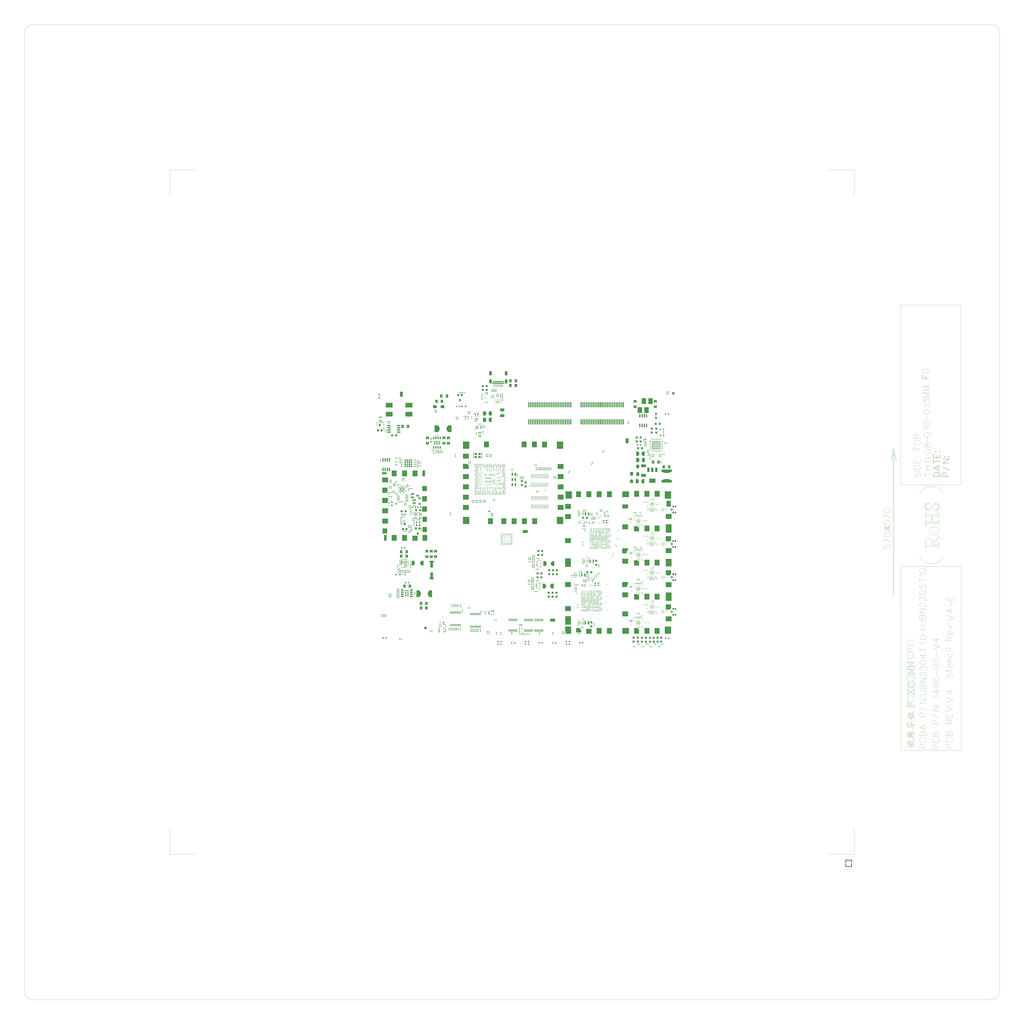
<source format=gbr>
G04 CAM350/DFMSTREAM V12.1 (Build 1022) Date:  Wed Jan 06 16:56:29 2021 *
G04 Database: D:\Thieu\UBN2304T10 0712.cam *
G04 Layer 29: Layer_29 *
%FSLAX24Y24*%
%MOIN*%
%SFA1.000B1.000*%

%MIA0B0*%
%IPPOS*%
%AMROUNDED489*
20,1,0.0080310,-0.0050000,0.0000000,0.0050000,0.0000000,0.0000000*
20,1,0.0100000,-0.0040155,0.0000000,0.0040155,0.0000000,0.0000000*
1,1,0.0019690,0.0040160,0.0040160*
1,1,0.0019690,0.0040160,-0.0040160*
1,1,0.0019690,-0.0040160,-0.0040160*
1,1,0.0019690,-0.0040160,0.0040160*
%
%AMROUNDED1942*
20,1,0.0282870,-0.0162600,0.0000000,0.0162600,0.0000000,0.0000000*
20,1,0.0325200,-0.0141435,0.0000000,0.0141435,0.0000000,0.0000000*
1,1,0.0042320,0.0141440,0.0141440*
1,1,0.0042320,0.0141440,-0.0141440*
1,1,0.0042320,-0.0141440,-0.0141440*
1,1,0.0042320,-0.0141440,0.0141440*
%
%AMROUNDED1945*
20,1,0.0323620,-0.0181494,0.0000000,0.0181494,0.0000000,0.0000000*
20,1,0.0362990,-0.0161809,0.0000000,0.0161809,0.0000000,0.0000000*
1,1,0.0039370,0.0161810,0.0161810*
1,1,0.0039370,0.0161810,-0.0161810*
1,1,0.0039370,-0.0161810,-0.0161810*
1,1,0.0039370,-0.0161810,0.0161810*
%
%AMROUNDED1956*
20,1,0.0551570,-0.0060040,0.0000000,0.0060040,0.0000000,0.0000000*
20,1,0.0590940,-0.0040355,0.0000000,0.0040355,0.0000000,0.0000000*
1,1,0.0039370,0.0040350,0.0275790*
1,1,0.0039370,0.0040350,-0.0275790*
1,1,0.0039370,-0.0040350,-0.0275790*
1,1,0.0039370,-0.0040350,0.0275790*
%
%AMROUNDED1957*
20,1,0.0550790,-0.0059450,0.0000000,0.0059450,0.0000000,0.0000000*
20,1,0.0590160,-0.0039765,0.0000000,0.0039765,0.0000000,0.0000000*
1,1,0.0039370,0.0039760,0.0275390*
1,1,0.0039370,0.0039760,-0.0275390*
1,1,0.0039370,-0.0039760,-0.0275390*
1,1,0.0039370,-0.0039760,0.0275390*
%
%AMROUNDED1958*
20,1,0.0125400,-0.0150000,0.0000000,0.0150000,0.0000000,0.0000000*
20,1,0.0177950,-0.0123725,0.0000000,0.0123725,0.0000000,0.0000000*
1,1,0.0052550,0.0123720,0.0062700*
1,1,0.0052550,0.0123720,-0.0062700*
1,1,0.0052550,-0.0123720,-0.0062700*
1,1,0.0052550,-0.0123720,0.0062700*
%
%AMROUNDED1943*
20,1,0.0283320,-0.0181494,0.0000000,0.0181494,0.0000000,0.0000000*
20,1,0.0325200,-0.0160560,0.0000000,0.0160560,0.0000000,0.0000000*
1,1,0.0041880,0.0160560,0.0141660*
1,1,0.0041880,0.0160560,-0.0141660*
1,1,0.0041880,-0.0160560,-0.0141660*
1,1,0.0041880,-0.0160560,0.0141660*
%
%AMROUNDED1944*
20,1,0.0320600,-0.0162600,0.0000000,0.0162600,0.0000000,0.0000000*
20,1,0.0362990,-0.0141405,0.0000000,0.0141405,0.0000000,0.0000000*
1,1,0.0042389,0.0141400,0.0160300*
1,1,0.0042389,0.0141400,-0.0160300*
1,1,0.0042389,-0.0141400,-0.0160300*
1,1,0.0042389,-0.0141400,0.0160300*
%
%AMROUNDED1941*
20,1,0.0077260,-0.0146065,0.0000000,0.0146065,0.0000000,0.0000000*
20,1,0.0118900,-0.0125245,0.0000000,0.0125245,0.0000000,0.0000000*
1,1,0.0041630,0.0125250,0.0038630*
1,1,0.0041630,0.0125250,-0.0038630*
1,1,0.0041630,-0.0125250,-0.0038630*
1,1,0.0041630,-0.0125250,0.0038630*
%
%AMROUNDED1959*
20,1,0.0788580,-0.0125000,0.0000000,0.0125000,0.0000000,0.0000000*
20,1,0.0827950,-0.0105315,0.0000000,0.0105315,0.0000000,0.0000000*
1,1,0.0039370,0.0105310,0.0394290*
1,1,0.0039370,0.0105310,-0.0394290*
1,1,0.0039370,-0.0105310,-0.0394290*
1,1,0.0039370,-0.0105310,0.0394290*
%
%AMROUNDED1960*
20,1,0.0210630,-0.0413975,0.0000000,0.0413975,0.0000000,0.0000000*
20,1,0.0250000,-0.0394290,0.0000000,0.0394290,0.0000000,0.0000000*
1,1,0.0039370,0.0394290,0.0105310*
1,1,0.0039370,0.0394290,-0.0105310*
1,1,0.0039370,-0.0394290,-0.0105310*
1,1,0.0039370,-0.0394290,0.0105310*
%
%AMROUNDED1961*
20,1,0.0369690,-0.0059645,0.0000000,0.0059645,0.0000000,0.0000000*
20,1,0.0409060,-0.0039960,0.0000000,0.0039960,0.0000000,0.0000000*
1,1,0.0039370,0.0039960,0.0184840*
1,1,0.0039370,0.0039960,-0.0184840*
1,1,0.0039370,-0.0039960,-0.0184840*
1,1,0.0039370,-0.0039960,0.0184840*
%
%AMROUNDED1962*
20,1,0.0079920,-0.0204530,0.0000000,0.0204530,0.0000000,0.0000000*
20,1,0.0119290,-0.0184845,0.0000000,0.0184845,0.0000000,0.0000000*
1,1,0.0039370,0.0184840,0.0039960*
1,1,0.0039370,0.0184840,-0.0039960*
1,1,0.0039370,-0.0184840,-0.0039960*
1,1,0.0039370,-0.0184840,0.0039960*
%
%AMROUNDED1964*
20,1,0.0472210,-0.0043505,0.0000000,0.0043505,0.0000000,0.0000000*
20,1,0.0512210,-0.0023505,0.0000000,0.0023505,0.0000000,0.0000000*
1,1,0.0040000,0.0023500,0.0236100*
1,1,0.0040000,0.0023500,-0.0236100*
1,1,0.0040000,-0.0023500,-0.0236100*
1,1,0.0040000,-0.0023500,0.0236100*
%
%AMROUNDED1968*
20,1,0.0058030,-0.0059055,0.0000000,0.0059055,0.0000000,0.0000000*
20,1,0.0098030,-0.0039055,0.0000000,0.0039055,0.0000000,0.0000000*
1,1,0.0040000,0.0039060,0.0029020*
1,1,0.0040000,0.0039060,-0.0029020*
1,1,0.0040000,-0.0039060,-0.0029020*
1,1,0.0040000,-0.0039060,0.0029020*
%
%AMROUNDED1969*
20,1,0.0204090,-0.0088975,0.0000000,0.0088975,0.0000000,0.0000000*
20,1,0.0244090,-0.0068975,0.0000000,0.0068975,0.0000000,0.0000000*
1,1,0.0040000,0.0068980,0.0102050*
1,1,0.0040000,0.0068980,-0.0102050*
1,1,0.0040000,-0.0068980,-0.0102050*
1,1,0.0040000,-0.0068980,0.0102050*
%
%AMROUNDED1970*
20,1,0.0137950,-0.0122045,0.0000000,0.0122045,0.0000000,0.0000000*
20,1,0.0177950,-0.0102045,0.0000000,0.0102045,0.0000000,0.0000000*
1,1,0.0040000,0.0102050,0.0068980*
1,1,0.0040000,0.0102050,-0.0068980*
1,1,0.0040000,-0.0102050,-0.0068980*
1,1,0.0040000,-0.0102050,0.0068980*
%
%AMROUNDED1972*
20,1,0.0169050,-0.0094490,0.0000000,0.0094490,0.0000000,0.0000000*
20,1,0.0209050,-0.0074490,0.0000000,0.0074490,0.0000000,0.0000000*
1,1,0.0040000,0.0074490,0.0084530*
1,1,0.0040000,0.0074490,-0.0084530*
1,1,0.0040000,-0.0074490,-0.0084530*
1,1,0.0040000,-0.0074490,0.0084530*
%
%AMROUNDED1973*
20,1,0.0148980,-0.0104525,0.0000000,0.0104525,0.0000000,0.0000000*
20,1,0.0188980,-0.0084525,0.0000000,0.0084525,0.0000000,0.0000000*
1,1,0.0040000,0.0084530,0.0074490*
1,1,0.0040000,0.0084530,-0.0074490*
1,1,0.0040000,-0.0084530,-0.0074490*
1,1,0.0040000,-0.0084530,0.0074490*
%
%ADD11C,0.06000*%
%ADD506C,0.00000*%
%ADD507R,0.05905X0.13382*%
%ADD508R,0.11811X0.13382*%
%ADD509R,0.10630X0.13386*%
%ADD513C,0.00882*%
%ADD521ROUNDED489*%
%ADD524R,0.11811X0.13386*%
%ADD525R,0.15748X0.13386*%
%ADD527R,0.13382X0.11811*%
%ADD528R,0.13382X0.09449*%
%ADD529R,0.13382X0.19685*%
%ADD530R,0.13382X0.17724*%
%ADD532C,0.01575*%
%ADD533R,0.05512X0.03937*%
%ADD534R,0.04134X0.02559*%
%ADD535R,0.03937X0.05516*%
%ADD825C,0.00118*%
%ADD826C,0.00512*%
%ADD827C,0.00394*%
%ADD828C,0.01795*%
%ADD1875O,0.00787X0.01181*%
%ADD1876O,0.01181X0.00787*%
%ADD1879R,0.09843X0.13779*%
%ADD1934R,0.14961X0.16535*%
%ADD1935R,0.02992X0.05512*%
%ADD1936R,0.02165X0.02165*%
%ADD1937R,0.02854X0.02165*%
%ADD1938R,0.02165X0.02854*%
%ADD1939R,0.02362X0.03937*%
%ADD1940R,0.03937X0.02362*%
%ADD1941R,0.11811X0.07087*%
%ADD1942R,0.07087X0.11811*%
%ADD1943C,0.01752*%
%ADD1944ROUNDED1942*%
%ADD1945ROUNDED1945*%
%ADD1946C,0.00890*%
%ADD1947O,0.00866X0.02752*%
%ADD1948O,0.02752X0.00870*%
%ADD1950O,0.00866X0.05429*%
%ADD1951O,0.00866X0.04524*%
%ADD1952O,0.02748X0.00858*%
%ADD1953O,0.00858X0.06000*%
%ADD1954O,0.00862X0.04921*%
%ADD1955O,0.01260X0.05508*%
%ADD1956ROUNDED1956*%
%ADD1957ROUNDED1957*%
%ADD1958ROUNDED1958*%
%ADD1959ROUNDED1943*%
%ADD1960ROUNDED1944*%
%ADD1961ROUNDED1941*%
%ADD1964O,0.06299X0.10441*%
%ADD1968ROUNDED1959*%
%ADD1969ROUNDED1960*%
%ADD1970ROUNDED1961*%
%ADD1971ROUNDED1962*%
%ADD1973ROUNDED1964*%
%ADD1978C,0.00780*%
%ADD1979ROUNDED1968*%
%ADD1983ROUNDED1969*%
%ADD1984ROUNDED1970*%
%ADD1985O,0.03350X0.02157*%
%ADD1986ROUNDED1972*%
%ADD1987ROUNDED1973*%
%ADD1988C,0.01177*%
%ADD1989O,0.01909X0.01752*%
%ADD1990O,0.01752X0.01909*%
%ADD1991C,0.00039*%
%ADD1992O,0.00827X0.03189*%
%ADD1993O,0.03189X0.00827*%
%ADD2001O,0.02559X0.01378*%
%ADD2020O,0.02874X0.01102*%
%ADD2028O,0.02953X0.08260*%
%ADD3002O,0.01654X0.00748*%
%ADD3003O,0.00748X0.01654*%
%ADD3004O,0.00709X0.01870*%
%ADD3005O,0.01870X0.00709*%
%ADD3008R,0.03150X0.01378*%
%LNLayer_29*%
%LPD*%
G36*
X148323Y34377D02*
G01Y34433D01*
G75*
G02X148343Y34453I20J0*
G01X148407*
G02X148427Y34433I0J-20*
G01Y34377*
G02X148407Y34357I-20J0*
G01X148343*
G02X148323Y34377I0J20*
G37*
G36*
X148321Y10738D02*
G01Y10794D01*
Y10796*
X148322Y10797*
Y10799*
X148323Y10801*
Y10802*
X148324Y10804*
X148325Y10805*
X148326Y10807*
X148327Y10808*
X148328Y10809*
X148330Y10810*
X148331Y10811*
X148333Y10812*
X148334*
X148336Y10813*
X148338*
X148339Y10814*
X148341*
X148405*
X148407*
X148408Y10813*
X148410*
X148412Y10812*
X148413*
X148415Y10811*
X148416Y10810*
X148418Y10809*
X148419Y10808*
X148420Y10807*
X148421Y10805*
X148422Y10804*
X148423Y10802*
Y10801*
X148424Y10799*
Y10797*
X148425Y10796*
Y10794*
Y10738*
Y10736*
X148424Y10735*
Y10733*
X148423Y10731*
Y10730*
X148422Y10728*
X148421Y10727*
X148420Y10725*
X148419Y10724*
X148418Y10723*
X148416Y10722*
X148415Y10721*
X148413Y10720*
X148412*
X148410Y10719*
X148408*
X148407Y10718*
X148405*
X148341*
X148339*
X148338Y10719*
X148336*
X148334Y10720*
X148333*
X148331Y10721*
X148330Y10722*
X148328Y10723*
X148327Y10724*
X148326Y10725*
X148325Y10727*
X148324Y10728*
X148323Y10730*
Y10731*
X148322Y10733*
Y10735*
X148321Y10736*
Y10738*
G37*
G36*
X148319Y26524D02*
G01Y26580D01*
X148320Y26582*
Y26583*
Y26585*
X148321Y26587*
Y26588*
X148322Y26590*
X148323Y26591*
X148324Y26593*
X148325Y26594*
X148326Y26595*
X148328Y26596*
X148329Y26597*
X148331Y26598*
X148332*
X148334Y26599*
X148336*
X148337*
X148339Y26600*
X148403*
X148405Y26599*
X148406*
X148408*
X148410Y26598*
X148411*
X148413Y26597*
X148414Y26596*
X148416Y26595*
X148417Y26594*
X148418Y26592*
X148419Y26591*
X148420Y26590*
X148421Y26588*
X148422Y26587*
Y26585*
Y26583*
X148423Y26582*
Y26580*
Y26524*
Y26522*
X148422Y26520*
Y26519*
X148421Y26517*
Y26516*
X148420Y26514*
X148419Y26513*
X148418Y26511*
X148417Y26510*
X148416Y26509*
X148414Y26508*
X148413Y26507*
X148411Y26506*
X148410Y26505*
X148408*
X148406*
X148405Y26504*
X148403*
X148339*
X148337*
X148336Y26505*
X148334*
X148332*
X148331Y26506*
X148329Y26507*
X148328Y26508*
X148326Y26509*
X148325Y26510*
X148324Y26511*
X148323Y26513*
X148322Y26514*
X148321Y26516*
Y26517*
X148320Y26519*
Y26521*
Y26522*
X148319Y26524*
G37*
G36*
Y18616D02*
G01Y18672D01*
Y18674*
X148320Y18675*
Y18677*
X148321Y18679*
Y18680*
X148322Y18682*
X148323Y18683*
X148324Y18685*
X148325Y18686*
X148326Y18687*
X148328Y18688*
X148329Y18689*
X148331Y18690*
X148332*
X148334Y18691*
X148336*
X148337Y18692*
X148339*
X148403*
X148405*
X148406Y18691*
X148408*
X148410Y18690*
X148411*
X148413Y18689*
X148414Y18688*
X148416Y18687*
X148417Y18686*
X148418Y18685*
X148419Y18683*
X148420Y18682*
X148421Y18680*
Y18679*
X148422Y18677*
Y18675*
X148423Y18674*
Y18672*
Y18616*
Y18614*
X148422Y18613*
Y18611*
X148421Y18609*
Y18608*
X148420Y18606*
X148419Y18605*
X148418Y18603*
X148417Y18602*
X148416Y18601*
X148414Y18600*
X148413Y18599*
X148411Y18598*
X148410*
X148408Y18597*
X148406*
X148405Y18596*
X148403*
X148339*
X148337*
X148336Y18597*
X148334*
X148332Y18598*
X148331*
X148329Y18599*
X148328Y18600*
X148326Y18601*
X148325Y18602*
X148324Y18603*
X148323Y18605*
X148322Y18606*
X148321Y18608*
Y18609*
X148320Y18611*
Y18613*
X148319Y18614*
Y18616*
G37*
G36*
X151750Y17563D02*
G01X151751Y17574D01*
X151759Y17594*
X151774Y17610*
X151793Y17620*
X151815Y17622*
X151835Y17616*
X151853Y17603*
X151864Y17584*
X151868Y17563*
X151867Y17552*
X151859Y17532*
X151844Y17516*
X151825Y17506*
X151803Y17504*
X151783Y17510*
X151765Y17523*
X151754Y17542*
X151750Y17563*
G37*
G36*
X151740Y9607D02*
G01X151741Y9618D01*
X151749Y9638*
X151764Y9654*
X151783Y9664*
X151805Y9666*
X151825Y9660*
X151843Y9647*
X151854Y9628*
X151858Y9607*
X151857Y9596*
X151849Y9576*
X151834Y9560*
X151815Y9550*
X151793Y9548*
X151773Y9554*
X151755Y9567*
X151744Y9586*
X151740Y9607*
G37*
G36*
X151737Y25211D02*
G01X151738Y25222D01*
X151746Y25242*
X151761Y25258*
X151780Y25268*
X151802Y25270*
X151822Y25264*
X151840Y25251*
X151851Y25232*
X151855Y25211*
X151854Y25200*
X151846Y25180*
X151831Y25164*
X151812Y25154*
X151790Y25152*
X151770Y25158*
X151752Y25171*
X151741Y25190*
X151737Y25211*
G37*
G36*
X151730Y33137D02*
G01X151731Y33148D01*
X151739Y33168*
X151754Y33184*
X151773Y33194*
X151795Y33196*
X151815Y33190*
X151833Y33177*
X151844Y33158*
X151848Y33137*
X151847Y33126*
X151839Y33106*
X151824Y33090*
X151805Y33080*
X151783Y33078*
X151763Y33084*
X151745Y33097*
X151734Y33116*
X151730Y33137*
G37*
G36*
X151553Y17563D02*
G01X151554Y17574D01*
X151562Y17594*
X151577Y17610*
X151596Y17620*
X151618Y17622*
X151638Y17616*
X151656Y17603*
X151667Y17584*
X151671Y17563*
X151670Y17552*
X151662Y17532*
X151647Y17516*
X151628Y17506*
X151606Y17504*
X151586Y17510*
X151568Y17523*
X151557Y17542*
X151553Y17563*
G37*
G36*
X151543Y9607D02*
G01X151544Y9618D01*
X151552Y9638*
X151567Y9654*
X151586Y9664*
X151608Y9666*
X151628Y9660*
X151646Y9647*
X151657Y9628*
X151661Y9607*
X151660Y9596*
X151652Y9576*
X151637Y9560*
X151618Y9550*
X151596Y9548*
X151576Y9554*
X151558Y9567*
X151547Y9586*
X151543Y9607*
G37*
G36*
X151540Y25211D02*
G01X151541Y25222D01*
X151549Y25242*
X151564Y25258*
X151583Y25268*
X151605Y25270*
X151625Y25264*
X151643Y25251*
X151654Y25232*
X151658Y25211*
X151657Y25200*
X151649Y25180*
X151634Y25164*
X151615Y25154*
X151593Y25152*
X151573Y25158*
X151555Y25171*
X151544Y25190*
X151540Y25211*
G37*
G36*
X151533Y33137D02*
G01X151534Y33148D01*
X151542Y33168*
X151557Y33184*
X151576Y33194*
X151598Y33196*
X151618Y33190*
X151636Y33177*
X151647Y33158*
X151651Y33137*
X151650Y33126*
X151642Y33106*
X151627Y33090*
X151608Y33080*
X151586Y33078*
X151566Y33084*
X151548Y33097*
X151537Y33116*
X151533Y33137*
G37*
G36*
X150881Y52046D02*
G01X150882Y52057D01*
X150890Y52077*
X150905Y52093*
X150924Y52103*
X150946Y52105*
X150966Y52099*
X150984Y52086*
X150995Y52067*
X150999Y52046*
X150998Y52035*
X150990Y52015*
X150975Y51999*
X150956Y51989*
X150934Y51987*
X150914Y51993*
X150896Y52006*
X150885Y52025*
X150881Y52046*
G37*
G36*
X150684D02*
G01X150685Y52057D01*
X150693Y52077*
X150708Y52093*
X150727Y52103*
X150749Y52105*
X150769Y52099*
X150787Y52086*
X150798Y52067*
X150802Y52046*
X150801Y52035*
X150793Y52015*
X150778Y51999*
X150759Y51989*
X150737Y51987*
X150717Y51993*
X150699Y52006*
X150688Y52025*
X150684Y52046*
G37*
G36*
X150217Y34503D02*
G01X150218Y34514D01*
X150226Y34534*
X150241Y34550*
X150260Y34560*
X150282Y34562*
X150302Y34556*
X150320Y34543*
X150331Y34524*
X150335Y34503*
X150334Y34492*
X150326Y34472*
X150311Y34456*
X150292Y34446*
X150270Y34444*
X150250Y34450*
X150232Y34463*
X150221Y34482*
X150217Y34503*
G37*
G36*
X150215Y10866D02*
G01X150216Y10877D01*
X150224Y10897*
X150239Y10913*
X150258Y10923*
X150280Y10925*
X150300Y10919*
X150318Y10906*
X150329Y10887*
X150333Y10866*
X150332Y10855*
X150324Y10835*
X150309Y10819*
X150290Y10809*
X150268Y10807*
X150248Y10813*
X150230Y10826*
X150219Y10845*
X150215Y10866*
G37*
G36*
X150213Y26651D02*
G01X150214Y26662D01*
X150222Y26682*
X150237Y26698*
X150256Y26708*
X150278Y26710*
X150298Y26704*
X150316Y26691*
X150327Y26672*
X150331Y26651*
X150330Y26640*
X150322Y26620*
X150307Y26604*
X150288Y26594*
X150266Y26592*
X150246Y26598*
X150228Y26611*
X150217Y26630*
X150213Y26651*
G37*
G36*
Y18743D02*
G01X150214Y18754D01*
X150222Y18774*
X150237Y18790*
X150256Y18800*
X150278Y18802*
X150298Y18796*
X150316Y18783*
X150327Y18764*
X150331Y18743*
X150330Y18732*
X150322Y18712*
X150307Y18696*
X150288Y18686*
X150266Y18684*
X150246Y18690*
X150228Y18703*
X150217Y18722*
X150213Y18743*
G37*
G36*
Y18546D02*
G01X150214Y18557D01*
X150222Y18577*
X150237Y18593*
X150256Y18603*
X150278Y18605*
X150298Y18599*
X150316Y18586*
X150327Y18567*
X150331Y18546*
X150330Y18535*
X150322Y18515*
X150307Y18499*
X150288Y18489*
X150266Y18487*
X150246Y18493*
X150228Y18506*
X150217Y18525*
X150213Y18546*
G37*
G36*
X149796Y26454D02*
G01X149797Y26465D01*
X149805Y26485*
X149820Y26501*
X149839Y26511*
X149861Y26513*
X149881Y26507*
X149899Y26494*
X149910Y26475*
X149914Y26454*
X149913Y26443*
X149905Y26423*
X149890Y26407*
X149871Y26397*
X149849Y26395*
X149829Y26401*
X149811Y26414*
X149800Y26433*
X149796Y26454*
G37*
G36*
X149789Y18546D02*
G01X149790Y18557D01*
X149798Y18577*
X149813Y18593*
X149832Y18603*
X149854Y18605*
X149874Y18599*
X149892Y18586*
X149903Y18567*
X149907Y18546*
X149906Y18535*
X149898Y18515*
X149883Y18499*
X149864Y18489*
X149842Y18487*
X149822Y18493*
X149804Y18506*
X149793Y18525*
X149789Y18546*
G37*
G36*
X149604Y10866D02*
G01X149605Y10877D01*
X149613Y10897*
X149628Y10913*
X149647Y10923*
X149669Y10925*
X149689Y10919*
X149707Y10906*
X149718Y10887*
X149722Y10866*
X149721Y10855*
X149713Y10835*
X149698Y10819*
X149679Y10809*
X149657Y10807*
X149637Y10813*
X149619Y10826*
X149608Y10845*
X149604Y10866*
G37*
G36*
X149599Y26454D02*
G01X149600Y26465D01*
X149608Y26485*
X149623Y26501*
X149642Y26511*
X149664Y26513*
X149684Y26507*
X149702Y26494*
X149713Y26475*
X149717Y26454*
X149716Y26443*
X149708Y26423*
X149693Y26407*
X149674Y26397*
X149652Y26395*
X149632Y26401*
X149614Y26414*
X149603Y26433*
X149599Y26454*
G37*
G36*
X149594Y34504D02*
G01X149595Y34515D01*
X149603Y34535*
X149618Y34551*
X149637Y34561*
X149659Y34563*
X149679Y34557*
X149697Y34544*
X149708Y34525*
X149712Y34504*
X149711Y34493*
X149703Y34473*
X149688Y34457*
X149669Y34447*
X149647Y34445*
X149627Y34451*
X149609Y34464*
X149598Y34483*
X149594Y34504*
G37*
G36*
Y34307D02*
G01X149595Y34318D01*
X149603Y34338*
X149618Y34354*
X149637Y34364*
X149659Y34366*
X149679Y34360*
X149697Y34347*
X149708Y34328*
X149712Y34307*
X149711Y34296*
X149703Y34276*
X149688Y34260*
X149669Y34250*
X149647Y34248*
X149627Y34254*
X149609Y34267*
X149598Y34286*
X149594Y34307*
G37*
G36*
X149592Y18546D02*
G01X149593Y18557D01*
X149601Y18577*
X149616Y18593*
X149635Y18603*
X149657Y18605*
X149677Y18599*
X149695Y18586*
X149706Y18567*
X149710Y18546*
X149709Y18535*
X149701Y18515*
X149686Y18499*
X149667Y18489*
X149645Y18487*
X149625Y18493*
X149607Y18506*
X149596Y18525*
X149592Y18546*
G37*
G36*
X149460Y17369D02*
G01X149461Y17380D01*
X149469Y17400*
X149484Y17416*
X149503Y17426*
X149525Y17428*
X149545Y17422*
X149563Y17409*
X149574Y17390*
X149578Y17369*
X149577Y17358*
X149569Y17338*
X149554Y17322*
X149535Y17312*
X149513Y17310*
X149493Y17316*
X149475Y17329*
X149464Y17348*
X149460Y17369*
G37*
G36*
X149456Y33121D02*
G01X149457Y33132D01*
X149465Y33152*
X149480Y33168*
X149499Y33178*
X149521Y33180*
X149541Y33174*
X149559Y33161*
X149570Y33142*
X149574Y33121*
X149573Y33110*
X149565Y33090*
X149550Y33074*
X149531Y33064*
X149509Y33062*
X149489Y33068*
X149471Y33081*
X149460Y33100*
X149456Y33121*
G37*
G36*
X149452Y32903D02*
G01X149453Y32914D01*
X149461Y32934*
X149476Y32950*
X149495Y32960*
X149517Y32962*
X149537Y32956*
X149555Y32943*
X149566Y32924*
X149570Y32903*
X149569Y32892*
X149561Y32872*
X149546Y32856*
X149527Y32846*
X149505Y32844*
X149485Y32850*
X149467Y32863*
X149456Y32882*
X149452Y32903*
G37*
G36*
Y25267D02*
G01X149453Y25278D01*
X149461Y25298*
X149476Y25314*
X149495Y25324*
X149517Y25326*
X149537Y25320*
X149555Y25307*
X149566Y25288*
X149570Y25267*
X149569Y25256*
X149561Y25236*
X149546Y25220*
X149527Y25210*
X149505Y25208*
X149485Y25214*
X149467Y25227*
X149456Y25246*
X149452Y25267*
G37*
G36*
X149453Y9483D02*
G01X149454Y9494D01*
X149462Y9514*
X149477Y9530*
X149496Y9540*
X149518Y9542*
X149538Y9536*
X149556Y9523*
X149567Y9504*
X149571Y9483*
X149570Y9472*
X149562Y9452*
X149547Y9436*
X149528Y9426*
X149506Y9424*
X149486Y9430*
X149468Y9443*
X149457Y9462*
X149453Y9483*
G37*
G36*
Y9265D02*
G01X149454Y9276D01*
X149462Y9296*
X149477Y9312*
X149496Y9322*
X149518Y9324*
X149538Y9318*
X149556Y9305*
X149567Y9286*
X149571Y9265*
X149570Y9254*
X149562Y9234*
X149547Y9218*
X149528Y9208*
X149506Y9206*
X149486Y9212*
X149468Y9225*
X149457Y9244*
X149453Y9265*
G37*
G36*
X149448Y17142D02*
G01X149449Y17153D01*
X149457Y17173*
X149472Y17189*
X149491Y17199*
X149513Y17201*
X149533Y17195*
X149551Y17182*
X149562Y17163*
X149566Y17142*
X149565Y17131*
X149557Y17111*
X149542Y17095*
X149523Y17085*
X149501Y17083*
X149481Y17089*
X149463Y17102*
X149452Y17121*
X149448Y17142*
G37*
G36*
X149386Y10667D02*
G01X149387Y10678D01*
X149395Y10698*
X149410Y10714*
X149429Y10724*
X149451Y10726*
X149471Y10720*
X149489Y10707*
X149500Y10688*
X149504Y10667*
X149503Y10656*
X149495Y10636*
X149480Y10620*
X149461Y10610*
X149439Y10608*
X149419Y10614*
X149401Y10627*
X149390Y10646*
X149386Y10667*
G37*
G36*
X149380Y26454D02*
G01X149381Y26465D01*
X149389Y26485*
X149404Y26501*
X149423Y26511*
X149445Y26513*
X149465Y26507*
X149483Y26494*
X149494Y26475*
X149498Y26454*
X149497Y26443*
X149489Y26423*
X149474Y26407*
X149455Y26397*
X149433Y26395*
X149413Y26401*
X149395Y26414*
X149384Y26433*
X149380Y26454*
G37*
G36*
X149375Y34307D02*
G01X149376Y34318D01*
X149384Y34338*
X149399Y34354*
X149418Y34364*
X149440Y34366*
X149460Y34360*
X149478Y34347*
X149489Y34328*
X149493Y34307*
X149492Y34296*
X149484Y34276*
X149469Y34260*
X149450Y34250*
X149428Y34248*
X149408Y34254*
X149390Y34267*
X149379Y34286*
X149375Y34307*
G37*
G36*
X149374Y18546D02*
G01X149375Y18557D01*
X149383Y18577*
X149398Y18593*
X149417Y18603*
X149439Y18605*
X149459Y18599*
X149477Y18586*
X149488Y18567*
X149492Y18546*
X149491Y18535*
X149483Y18515*
X149468Y18499*
X149449Y18489*
X149427Y18487*
X149407Y18493*
X149389Y18506*
X149378Y18525*
X149374Y18546*
G37*
G36*
X149263Y17369D02*
G01X149264Y17380D01*
X149272Y17400*
X149287Y17416*
X149306Y17426*
X149328Y17428*
X149348Y17422*
X149366Y17409*
X149377Y17390*
X149381Y17369*
X149380Y17358*
X149372Y17338*
X149357Y17322*
X149338Y17312*
X149316Y17310*
X149296Y17316*
X149278Y17329*
X149267Y17348*
X149263Y17369*
G37*
G36*
X149259Y33121D02*
G01X149260Y33132D01*
X149268Y33152*
X149283Y33168*
X149302Y33178*
X149324Y33180*
X149344Y33174*
X149362Y33161*
X149373Y33142*
X149377Y33121*
X149376Y33110*
X149368Y33090*
X149353Y33074*
X149334Y33064*
X149312Y33062*
X149292Y33068*
X149274Y33081*
X149263Y33100*
X149259Y33121*
G37*
G36*
X149255Y32903D02*
G01X149256Y32914D01*
X149264Y32934*
X149279Y32950*
X149298Y32960*
X149320Y32962*
X149340Y32956*
X149358Y32943*
X149369Y32924*
X149373Y32903*
X149372Y32892*
X149364Y32872*
X149349Y32856*
X149330Y32846*
X149308Y32844*
X149288Y32850*
X149270Y32863*
X149259Y32882*
X149255Y32903*
G37*
G36*
Y25267D02*
G01X149256Y25278D01*
X149264Y25298*
X149279Y25314*
X149298Y25324*
X149320Y25326*
X149340Y25320*
X149358Y25307*
X149369Y25288*
X149373Y25267*
X149372Y25256*
X149364Y25236*
X149349Y25220*
X149330Y25210*
X149308Y25208*
X149288Y25214*
X149270Y25227*
X149259Y25246*
X149255Y25267*
G37*
G36*
X149256Y9483D02*
G01X149257Y9494D01*
X149265Y9514*
X149280Y9530*
X149299Y9540*
X149321Y9542*
X149341Y9536*
X149359Y9523*
X149370Y9504*
X149374Y9483*
X149373Y9472*
X149365Y9452*
X149350Y9436*
X149331Y9426*
X149309Y9424*
X149289Y9430*
X149271Y9443*
X149260Y9462*
X149256Y9483*
G37*
G36*
Y9265D02*
G01X149257Y9276D01*
X149265Y9296*
X149280Y9312*
X149299Y9322*
X149321Y9324*
X149341Y9318*
X149359Y9305*
X149370Y9286*
X149374Y9265*
X149373Y9254*
X149365Y9234*
X149350Y9218*
X149331Y9208*
X149309Y9206*
X149289Y9212*
X149271Y9225*
X149260Y9244*
X149256Y9265*
G37*
G36*
X149251Y17142D02*
G01X149252Y17153D01*
X149260Y17173*
X149275Y17189*
X149294Y17199*
X149316Y17201*
X149336Y17195*
X149354Y17182*
X149365Y17163*
X149369Y17142*
X149368Y17131*
X149360Y17111*
X149345Y17095*
X149326Y17085*
X149304Y17083*
X149284Y17089*
X149266Y17102*
X149255Y17121*
X149251Y17142*
G37*
G36*
X149250Y25049D02*
G01X149251Y25060D01*
X149259Y25080*
X149274Y25096*
X149293Y25106*
X149315Y25108*
X149335Y25102*
X149353Y25089*
X149364Y25070*
X149368Y25049*
X149367Y25038*
X149359Y25018*
X149344Y25002*
X149325Y24992*
X149303Y24990*
X149283Y24996*
X149265Y25009*
X149254Y25028*
X149250Y25049*
G37*
G36*
X149230Y33518D02*
G01X149231Y33529D01*
X149239Y33549*
X149254Y33565*
X149273Y33575*
X149295Y33577*
X149315Y33571*
X149333Y33558*
X149344Y33539*
X149348Y33518*
X149347Y33507*
X149339Y33487*
X149324Y33471*
X149305Y33461*
X149283Y33459*
X149263Y33465*
X149245Y33478*
X149234Y33497*
X149230Y33518*
G37*
G36*
X149228Y9878D02*
G01X149229Y9889D01*
X149237Y9909*
X149252Y9925*
X149271Y9935*
X149293Y9937*
X149313Y9931*
X149331Y9918*
X149342Y9899*
X149346Y9878*
X149345Y9867*
X149337Y9847*
X149322Y9831*
X149303Y9821*
X149281Y9819*
X149261Y9825*
X149243Y9838*
X149232Y9857*
X149228Y9878*
G37*
G36*
X149226Y17758D02*
G01X149227Y17769D01*
X149235Y17789*
X149250Y17805*
X149269Y17815*
X149291Y17817*
X149311Y17811*
X149329Y17798*
X149340Y17779*
X149344Y17758*
X149343Y17747*
X149335Y17727*
X149320Y17711*
X149301Y17701*
X149279Y17699*
X149259Y17705*
X149241Y17718*
X149230Y17737*
X149226Y17758*
G37*
G36*
X149183Y26454D02*
G01X149184Y26465D01*
X149192Y26485*
X149207Y26501*
X149226Y26511*
X149248Y26513*
X149268Y26507*
X149286Y26494*
X149297Y26475*
X149301Y26454*
X149300Y26443*
X149292Y26423*
X149277Y26407*
X149258Y26397*
X149236Y26395*
X149216Y26401*
X149198Y26414*
X149187Y26433*
X149183Y26454*
G37*
G36*
X149177Y18546D02*
G01X149178Y18557D01*
X149186Y18577*
X149201Y18593*
X149220Y18603*
X149242Y18605*
X149262Y18599*
X149280Y18586*
X149291Y18567*
X149295Y18546*
X149294Y18535*
X149286Y18515*
X149271Y18499*
X149252Y18489*
X149230Y18487*
X149210Y18493*
X149192Y18506*
X149181Y18525*
X149177Y18546*
G37*
G36*
X149038Y33299D02*
G01X149039Y33310D01*
X149047Y33330*
X149062Y33346*
X149081Y33356*
X149103Y33358*
X149123Y33352*
X149141Y33339*
X149152Y33320*
X149156Y33299*
X149155Y33288*
X149147Y33268*
X149132Y33252*
X149113Y33242*
X149091Y33240*
X149071Y33246*
X149053Y33259*
X149042Y33278*
X149038Y33299*
G37*
G36*
X149036Y9656D02*
G01X149037Y9667D01*
X149045Y9687*
X149060Y9703*
X149079Y9713*
X149101Y9715*
X149121Y9709*
X149139Y9696*
X149150Y9677*
X149154Y9656*
X149153Y9645*
X149145Y9625*
X149130Y9609*
X149111Y9599*
X149089Y9597*
X149069Y9603*
X149051Y9616*
X149040Y9635*
X149036Y9656*
G37*
G36*
Y9459D02*
G01X149037Y9470D01*
X149045Y9490*
X149060Y9506*
X149079Y9516*
X149101Y9518*
X149121Y9512*
X149139Y9499*
X149150Y9480*
X149154Y9459*
X149153Y9448*
X149145Y9428*
X149130Y9412*
X149111Y9402*
X149089Y9400*
X149069Y9406*
X149051Y9419*
X149040Y9438*
X149036Y9459*
G37*
G36*
X149034Y17540D02*
G01X149035Y17551D01*
X149043Y17571*
X149058Y17587*
X149077Y17597*
X149099Y17599*
X149119Y17593*
X149137Y17580*
X149148Y17561*
X149152Y17540*
X149151Y17529*
X149143Y17509*
X149128Y17493*
X149109Y17483*
X149087Y17481*
X149067Y17487*
X149049Y17500*
X149038Y17519*
X149034Y17540*
G37*
G36*
X149033Y33518D02*
G01X149034Y33529D01*
X149042Y33549*
X149057Y33565*
X149076Y33575*
X149098Y33577*
X149118Y33571*
X149136Y33558*
X149147Y33539*
X149151Y33518*
X149150Y33507*
X149142Y33487*
X149127Y33471*
X149108Y33461*
X149086Y33459*
X149066Y33465*
X149048Y33478*
X149037Y33497*
X149033Y33518*
G37*
G36*
Y25441D02*
G01X149034Y25452D01*
X149042Y25472*
X149057Y25488*
X149076Y25498*
X149098Y25500*
X149118Y25494*
X149136Y25481*
X149147Y25462*
X149151Y25441*
X149150Y25430*
X149142Y25410*
X149127Y25394*
X149108Y25384*
X149086Y25382*
X149066Y25388*
X149048Y25401*
X149037Y25420*
X149033Y25441*
G37*
G36*
Y25244D02*
G01X149034Y25255D01*
X149042Y25275*
X149057Y25291*
X149076Y25301*
X149098Y25303*
X149118Y25297*
X149136Y25284*
X149147Y25265*
X149151Y25244*
X149150Y25233*
X149142Y25213*
X149127Y25197*
X149108Y25187*
X149086Y25185*
X149066Y25191*
X149048Y25204*
X149037Y25223*
X149033Y25244*
G37*
G36*
X149031Y9878D02*
G01X149032Y9889D01*
X149040Y9909*
X149055Y9925*
X149074Y9935*
X149096Y9937*
X149116Y9931*
X149134Y9918*
X149145Y9899*
X149149Y9878*
X149148Y9867*
X149140Y9847*
X149125Y9831*
X149106Y9821*
X149084Y9819*
X149064Y9825*
X149046Y9838*
X149035Y9857*
X149031Y9878*
G37*
G36*
X149028Y25665D02*
G01X149029Y25676D01*
X149037Y25696*
X149052Y25712*
X149071Y25722*
X149093Y25724*
X149113Y25718*
X149131Y25705*
X149142Y25686*
X149146Y25665*
X149145Y25654*
X149137Y25634*
X149122Y25618*
X149103Y25608*
X149081Y25606*
X149061Y25612*
X149043Y25625*
X149032Y25644*
X149028Y25665*
G37*
G36*
X149029Y17758D02*
G01X149030Y17769D01*
X149038Y17789*
X149053Y17805*
X149072Y17815*
X149094Y17817*
X149114Y17811*
X149132Y17798*
X149143Y17779*
X149147Y17758*
X149146Y17747*
X149138Y17727*
X149123Y17711*
X149104Y17701*
X149082Y17699*
X149062Y17705*
X149044Y17718*
X149033Y17737*
X149029Y17758*
G37*
G36*
X148870Y35398D02*
G01X148871Y35409D01*
X148879Y35429*
X148894Y35445*
X148913Y35455*
X148935Y35457*
X148955Y35451*
X148973Y35438*
X148984Y35419*
X148988Y35398*
X148987Y35387*
X148979Y35367*
X148964Y35351*
X148945Y35341*
X148923Y35339*
X148903Y35345*
X148885Y35358*
X148874Y35377*
X148870Y35398*
G37*
G36*
X148868Y19654D02*
G01X148869Y19665D01*
X148877Y19685*
X148892Y19701*
X148911Y19711*
X148933Y19713*
X148953Y19707*
X148971Y19694*
X148982Y19675*
X148986Y19654*
X148985Y19643*
X148977Y19623*
X148962Y19607*
X148943Y19597*
X148921Y19595*
X148901Y19601*
X148883Y19614*
X148872Y19633*
X148868Y19654*
G37*
G36*
X148869Y11776D02*
G01X148870Y11787D01*
X148878Y11807*
X148893Y11823*
X148912Y11833*
X148934Y11835*
X148954Y11829*
X148972Y11816*
X148983Y11797*
X148987Y11776*
X148986Y11765*
X148978Y11745*
X148963Y11729*
X148944Y11719*
X148922Y11717*
X148902Y11723*
X148884Y11736*
X148873Y11755*
X148869Y11776*
G37*
G36*
X148866Y27560D02*
G01X148867Y27571D01*
X148875Y27591*
X148890Y27607*
X148909Y27617*
X148931Y27619*
X148951Y27613*
X148969Y27600*
X148980Y27581*
X148984Y27560*
X148983Y27549*
X148975Y27529*
X148960Y27513*
X148941Y27503*
X148919Y27501*
X148899Y27507*
X148881Y27520*
X148870Y27539*
X148866Y27560*
G37*
G36*
X148691Y35814D02*
G01X148692Y35825D01*
X148700Y35845*
X148715Y35861*
X148734Y35871*
X148756Y35873*
X148776Y35867*
X148794Y35854*
X148805Y35835*
X148809Y35814*
X148808Y35803*
X148800Y35783*
X148785Y35767*
X148766Y35757*
X148744Y35755*
X148724Y35761*
X148706Y35774*
X148695Y35793*
X148691Y35814*
G37*
G36*
X148678Y12196D02*
G01X148679Y12207D01*
X148687Y12227*
X148702Y12243*
X148721Y12253*
X148743Y12255*
X148763Y12249*
X148781Y12236*
X148792Y12217*
X148796Y12196*
X148795Y12185*
X148787Y12165*
X148772Y12149*
X148753Y12139*
X148731Y12137*
X148711Y12143*
X148693Y12156*
X148682Y12175*
X148678Y12196*
G37*
G36*
Y11998D02*
G01X148679Y12009D01*
X148687Y12029*
X148702Y12045*
X148721Y12055*
X148743Y12057*
X148763Y12051*
X148781Y12038*
X148792Y12019*
X148796Y11998*
X148795Y11987*
X148787Y11967*
X148772Y11951*
X148753Y11941*
X148731Y11939*
X148711Y11945*
X148693Y11958*
X148682Y11977*
X148678Y11998*
G37*
G36*
X148675Y27977D02*
G01X148676Y27988D01*
X148684Y28008*
X148699Y28024*
X148718Y28034*
X148740Y28036*
X148760Y28030*
X148778Y28017*
X148789Y27998*
X148793Y27977*
X148792Y27966*
X148784Y27946*
X148769Y27930*
X148750Y27920*
X148728Y27918*
X148708Y27924*
X148690Y27937*
X148679Y27956*
X148675Y27977*
G37*
G36*
X148676Y20072D02*
G01X148677Y20083D01*
X148685Y20103*
X148700Y20119*
X148719Y20129*
X148741Y20131*
X148761Y20125*
X148779Y20112*
X148790Y20093*
X148794Y20072*
X148793Y20061*
X148785Y20041*
X148770Y20025*
X148751Y20015*
X148729Y20013*
X148709Y20019*
X148691Y20032*
X148680Y20051*
X148676Y20072*
G37*
G36*
Y19875D02*
G01X148677Y19886D01*
X148685Y19906*
X148700Y19922*
X148719Y19932*
X148741Y19934*
X148761Y19928*
X148779Y19915*
X148790Y19896*
X148794Y19875*
X148793Y19864*
X148785Y19844*
X148770Y19828*
X148751Y19818*
X148729Y19816*
X148709Y19822*
X148691Y19835*
X148680Y19854*
X148676Y19875*
G37*
G36*
X148673Y35398D02*
G01X148674Y35409D01*
X148682Y35429*
X148697Y35445*
X148716Y35455*
X148738Y35457*
X148758Y35451*
X148776Y35438*
X148787Y35419*
X148791Y35398*
X148790Y35387*
X148782Y35367*
X148767Y35351*
X148748Y35341*
X148726Y35339*
X148706Y35345*
X148688Y35358*
X148677Y35377*
X148673Y35398*
G37*
G36*
X148671Y19654D02*
G01X148672Y19665D01*
X148680Y19685*
X148695Y19701*
X148714Y19711*
X148736Y19713*
X148756Y19707*
X148774Y19694*
X148785Y19675*
X148789Y19654*
X148788Y19643*
X148780Y19623*
X148765Y19607*
X148746Y19597*
X148724Y19595*
X148704Y19601*
X148686Y19614*
X148675Y19633*
X148671Y19654*
G37*
G36*
X148672Y11776D02*
G01X148673Y11787D01*
X148681Y11807*
X148696Y11823*
X148715Y11833*
X148737Y11835*
X148757Y11829*
X148775Y11816*
X148786Y11797*
X148790Y11776*
X148789Y11765*
X148781Y11745*
X148766Y11729*
X148747Y11719*
X148725Y11717*
X148705Y11723*
X148687Y11736*
X148676Y11755*
X148672Y11776*
G37*
G36*
X148669Y27560D02*
G01X148670Y27571D01*
X148678Y27591*
X148693Y27607*
X148712Y27617*
X148734Y27619*
X148754Y27613*
X148772Y27600*
X148783Y27581*
X148787Y27560*
X148786Y27549*
X148778Y27529*
X148763Y27513*
X148744Y27503*
X148722Y27501*
X148702Y27507*
X148684Y27520*
X148673Y27539*
X148669Y27560*
G37*
G36*
X148637Y33520D02*
G01X148638Y33531D01*
X148646Y33551*
X148661Y33567*
X148680Y33577*
X148702Y33579*
X148722Y33573*
X148740Y33560*
X148751Y33541*
X148755Y33520*
X148754Y33509*
X148746Y33489*
X148731Y33473*
X148712Y33463*
X148690Y33461*
X148670Y33467*
X148652Y33480*
X148641Y33499*
X148637Y33520*
G37*
G36*
X148617Y9880D02*
G01X148618Y9891D01*
X148626Y9911*
X148641Y9927*
X148660Y9937*
X148682Y9939*
X148702Y9933*
X148720Y9920*
X148731Y9901*
X148735Y9880*
X148734Y9869*
X148726Y9849*
X148711Y9833*
X148692Y9823*
X148670Y9821*
X148650Y9827*
X148632Y9840*
X148621Y9859*
X148617Y9880*
G37*
G36*
X148614Y17759D02*
G01X148615Y17770D01*
X148623Y17790*
X148638Y17806*
X148657Y17816*
X148679Y17818*
X148699Y17812*
X148717Y17799*
X148728Y17780*
X148732Y17759*
X148731Y17748*
X148723Y17728*
X148708Y17712*
X148689Y17702*
X148667Y17700*
X148647Y17706*
X148629Y17719*
X148618Y17738*
X148614Y17759*
G37*
G36*
X148461Y35814D02*
G01X148462Y35825D01*
X148470Y35845*
X148485Y35861*
X148504Y35871*
X148526Y35873*
X148546Y35867*
X148564Y35854*
X148575Y35835*
X148579Y35814*
X148578Y35803*
X148570Y35783*
X148555Y35767*
X148536Y35757*
X148514Y35755*
X148494Y35761*
X148476Y35774*
X148465Y35793*
X148461Y35814*
G37*
G36*
X148460Y12191D02*
G01X148461Y12202D01*
X148469Y12222*
X148484Y12238*
X148503Y12248*
X148525Y12250*
X148545Y12244*
X148563Y12231*
X148574Y12212*
X148578Y12191*
X148577Y12180*
X148569Y12160*
X148554Y12144*
X148535Y12134*
X148513Y12132*
X148493Y12138*
X148475Y12151*
X148464Y12170*
X148460Y12191*
G37*
G36*
Y11994D02*
G01X148461Y12005D01*
X148469Y12025*
X148484Y12041*
X148503Y12051*
X148525Y12053*
X148545Y12047*
X148563Y12034*
X148574Y12015*
X148578Y11994*
X148577Y11983*
X148569Y11963*
X148554Y11947*
X148535Y11937*
X148513Y11935*
X148493Y11941*
X148475Y11954*
X148464Y11973*
X148460Y11994*
G37*
G36*
X148457Y27977D02*
G01X148458Y27988D01*
X148466Y28008*
X148481Y28024*
X148500Y28034*
X148522Y28036*
X148542Y28030*
X148560Y28017*
X148571Y27998*
X148575Y27977*
X148574Y27966*
X148566Y27946*
X148551Y27930*
X148532Y27920*
X148510Y27918*
X148490Y27924*
X148472Y27937*
X148461Y27956*
X148457Y27977*
G37*
G36*
Y20072D02*
G01X148458Y20083D01*
X148466Y20103*
X148481Y20119*
X148500Y20129*
X148522Y20131*
X148542Y20125*
X148560Y20112*
X148571Y20093*
X148575Y20072*
X148574Y20061*
X148566Y20041*
X148551Y20025*
X148532Y20015*
X148510Y20013*
X148490Y20019*
X148472Y20032*
X148461Y20051*
X148457Y20072*
G37*
G36*
Y19875D02*
G01X148458Y19886D01*
X148466Y19906*
X148481Y19922*
X148500Y19932*
X148522Y19934*
X148542Y19928*
X148560Y19915*
X148571Y19896*
X148575Y19875*
X148574Y19864*
X148566Y19844*
X148551Y19828*
X148532Y19818*
X148510Y19816*
X148490Y19822*
X148472Y19835*
X148461Y19854*
X148457Y19875*
G37*
G36*
X148455Y35398D02*
G01X148456Y35409D01*
X148464Y35429*
X148479Y35445*
X148498Y35455*
X148520Y35457*
X148540Y35451*
X148558Y35438*
X148569Y35419*
X148573Y35398*
X148572Y35387*
X148564Y35367*
X148549Y35351*
X148530Y35341*
X148508Y35339*
X148488Y35345*
X148470Y35358*
X148459Y35377*
X148455Y35398*
G37*
G36*
X148454Y11776D02*
G01X148455Y11787D01*
X148463Y11807*
X148478Y11823*
X148497Y11833*
X148519Y11835*
X148539Y11829*
X148557Y11816*
X148568Y11797*
X148572Y11776*
X148571Y11765*
X148563Y11745*
X148548Y11729*
X148529Y11719*
X148507Y11717*
X148487Y11723*
X148469Y11736*
X148458Y11755*
X148454Y11776*
G37*
G36*
X148451Y27562D02*
G01X148452Y27573D01*
X148460Y27593*
X148475Y27609*
X148494Y27619*
X148516Y27621*
X148536Y27615*
X148554Y27602*
X148565Y27583*
X148569Y27562*
X148568Y27551*
X148560Y27531*
X148545Y27515*
X148526Y27505*
X148504Y27503*
X148484Y27509*
X148466Y27522*
X148455Y27541*
X148451Y27562*
G37*
G36*
X148452Y19654D02*
G01X148453Y19665D01*
X148461Y19685*
X148476Y19701*
X148495Y19711*
X148517Y19713*
X148537Y19707*
X148555Y19694*
X148566Y19675*
X148570Y19654*
X148569Y19643*
X148561Y19623*
X148546Y19607*
X148527Y19597*
X148505Y19595*
X148485Y19601*
X148467Y19614*
X148456Y19633*
X148452Y19654*
G37*
G36*
X148440Y33520D02*
G01X148441Y33531D01*
X148449Y33551*
X148464Y33567*
X148483Y33577*
X148505Y33579*
X148525Y33573*
X148543Y33560*
X148554Y33541*
X148558Y33520*
X148557Y33509*
X148549Y33489*
X148534Y33473*
X148515Y33463*
X148493Y33461*
X148473Y33467*
X148455Y33480*
X148444Y33499*
X148440Y33520*
G37*
G36*
X148435Y25666D02*
G01X148436Y25677D01*
X148444Y25697*
X148459Y25713*
X148478Y25723*
X148500Y25725*
X148520Y25719*
X148538Y25706*
X148549Y25687*
X148553Y25666*
X148552Y25655*
X148544Y25635*
X148529Y25619*
X148510Y25609*
X148488Y25607*
X148468Y25613*
X148450Y25626*
X148439Y25645*
X148435Y25666*
G37*
G36*
X148420Y9880D02*
G01X148421Y9891D01*
X148429Y9911*
X148444Y9927*
X148463Y9937*
X148485Y9939*
X148505Y9933*
X148523Y9920*
X148534Y9901*
X148538Y9880*
X148537Y9869*
X148529Y9849*
X148514Y9833*
X148495Y9823*
X148473Y9821*
X148453Y9827*
X148435Y9840*
X148424Y9859*
X148420Y9880*
G37*
G36*
X148417Y17759D02*
G01X148418Y17770D01*
X148426Y17790*
X148441Y17806*
X148460Y17816*
X148482Y17818*
X148502Y17812*
X148520Y17799*
X148531Y17780*
X148535Y17759*
X148534Y17748*
X148526Y17728*
X148511Y17712*
X148492Y17702*
X148470Y17700*
X148450Y17706*
X148432Y17719*
X148421Y17738*
X148417Y17759*
G37*
G36*
X148258Y35398D02*
G01X148259Y35409D01*
X148267Y35429*
X148282Y35445*
X148301Y35455*
X148323Y35457*
X148343Y35451*
X148361Y35438*
X148372Y35419*
X148376Y35398*
X148375Y35387*
X148367Y35367*
X148352Y35351*
X148333Y35341*
X148311Y35339*
X148291Y35345*
X148273Y35358*
X148262Y35377*
X148258Y35398*
G37*
G36*
X148257Y11776D02*
G01X148258Y11787D01*
X148266Y11807*
X148281Y11823*
X148300Y11833*
X148322Y11835*
X148342Y11829*
X148360Y11816*
X148371Y11797*
X148375Y11776*
X148374Y11765*
X148366Y11745*
X148351Y11729*
X148332Y11719*
X148310Y11717*
X148290Y11723*
X148272Y11736*
X148261Y11755*
X148257Y11776*
G37*
G36*
X148254Y27562D02*
G01X148255Y27573D01*
X148263Y27593*
X148278Y27609*
X148297Y27619*
X148319Y27621*
X148339Y27615*
X148357Y27602*
X148368Y27583*
X148372Y27562*
X148371Y27551*
X148363Y27531*
X148348Y27515*
X148329Y27505*
X148307Y27503*
X148287Y27509*
X148269Y27522*
X148258Y27541*
X148254Y27562*
G37*
G36*
X148255Y19654D02*
G01X148256Y19665D01*
X148264Y19685*
X148279Y19701*
X148298Y19711*
X148320Y19713*
X148340Y19707*
X148358Y19694*
X148369Y19675*
X148373Y19654*
X148372Y19643*
X148364Y19623*
X148349Y19607*
X148330Y19597*
X148308Y19595*
X148288Y19601*
X148270Y19614*
X148259Y19633*
X148255Y19654*
G37*
G36*
X148222Y33520D02*
G01X148223Y33531D01*
X148231Y33551*
X148246Y33567*
X148265Y33577*
X148287Y33579*
X148307Y33573*
X148325Y33560*
X148336Y33541*
X148340Y33520*
X148339Y33509*
X148331Y33489*
X148316Y33473*
X148297Y33463*
X148275Y33461*
X148255Y33467*
X148237Y33480*
X148226Y33499*
X148222Y33520*
G37*
G36*
X148201Y9880D02*
G01X148202Y9891D01*
X148210Y9911*
X148225Y9927*
X148244Y9937*
X148266Y9939*
X148286Y9933*
X148304Y9920*
X148315Y9901*
X148319Y9880*
X148318Y9869*
X148310Y9849*
X148295Y9833*
X148276Y9823*
X148254Y9821*
X148234Y9827*
X148216Y9840*
X148205Y9859*
X148201Y9880*
G37*
G36*
X148199Y17759D02*
G01X148200Y17770D01*
X148208Y17790*
X148223Y17806*
X148242Y17816*
X148264Y17818*
X148284Y17812*
X148302Y17799*
X148313Y17780*
X148317Y17759*
X148316Y17748*
X148308Y17728*
X148293Y17712*
X148274Y17702*
X148252Y17700*
X148232Y17706*
X148214Y17719*
X148203Y17738*
X148199Y17759*
G37*
G36*
X148025Y33520D02*
G01X148026Y33531D01*
X148034Y33551*
X148049Y33567*
X148068Y33577*
X148090Y33579*
X148110Y33573*
X148128Y33560*
X148139Y33541*
X148143Y33520*
X148142Y33509*
X148134Y33489*
X148119Y33473*
X148100Y33463*
X148078Y33461*
X148058Y33467*
X148040Y33480*
X148029Y33499*
X148025Y33520*
G37*
G36*
X148020Y25666D02*
G01X148021Y25677D01*
X148029Y25697*
X148044Y25713*
X148063Y25723*
X148085Y25725*
X148105Y25719*
X148123Y25706*
X148134Y25687*
X148138Y25666*
X148137Y25655*
X148129Y25635*
X148114Y25619*
X148095Y25609*
X148073Y25607*
X148053Y25613*
X148035Y25626*
X148024Y25645*
X148020Y25666*
G37*
G36*
X148018Y35508D02*
G01X148019Y35519D01*
X148027Y35539*
X148042Y35555*
X148061Y35565*
X148083Y35567*
X148103Y35561*
X148121Y35548*
X148132Y35529*
X148136Y35508*
X148135Y35497*
X148127Y35477*
X148112Y35461*
X148093Y35451*
X148071Y35449*
X148051Y35455*
X148033Y35468*
X148022Y35487*
X148018Y35508*
G37*
G36*
Y35311D02*
G01X148019Y35322D01*
X148027Y35342*
X148042Y35358*
X148061Y35368*
X148083Y35370*
X148103Y35364*
X148121Y35351*
X148132Y35332*
X148136Y35311*
X148135Y35300*
X148127Y35280*
X148112Y35264*
X148093Y35254*
X148071Y35252*
X148051Y35258*
X148033Y35271*
X148022Y35290*
X148018Y35311*
G37*
G36*
X148017Y11869D02*
G01X148018Y11880D01*
X148026Y11900*
X148041Y11916*
X148060Y11926*
X148082Y11928*
X148102Y11922*
X148120Y11909*
X148131Y11890*
X148135Y11869*
X148134Y11858*
X148126Y11838*
X148111Y11822*
X148092Y11812*
X148070Y11810*
X148050Y11816*
X148032Y11829*
X148021Y11848*
X148017Y11869*
G37*
G36*
Y11672D02*
G01X148018Y11683D01*
X148026Y11703*
X148041Y11719*
X148060Y11729*
X148082Y11731*
X148102Y11725*
X148120Y11712*
X148131Y11693*
X148135Y11672*
X148134Y11661*
X148126Y11641*
X148111Y11625*
X148092Y11615*
X148070Y11613*
X148050Y11619*
X148032Y11632*
X148021Y11651*
X148017Y11672*
G37*
G36*
X148014Y27655D02*
G01X148015Y27666D01*
X148023Y27686*
X148038Y27702*
X148057Y27712*
X148079Y27714*
X148099Y27708*
X148117Y27695*
X148128Y27676*
X148132Y27655*
X148131Y27644*
X148123Y27624*
X148108Y27608*
X148089Y27598*
X148067Y27596*
X148047Y27602*
X148029Y27615*
X148018Y27634*
X148014Y27655*
G37*
G36*
Y27457D02*
G01X148015Y27468D01*
X148023Y27488*
X148038Y27504*
X148057Y27514*
X148079Y27516*
X148099Y27510*
X148117Y27497*
X148128Y27478*
X148132Y27457*
X148131Y27446*
X148123Y27426*
X148108Y27410*
X148089Y27400*
X148067Y27398*
X148047Y27404*
X148029Y27417*
X148018Y27436*
X148014Y27457*
G37*
G36*
X148015Y19747D02*
G01X148016Y19758D01*
X148024Y19778*
X148039Y19794*
X148058Y19804*
X148080Y19806*
X148100Y19800*
X148118Y19787*
X148129Y19768*
X148133Y19747*
X148132Y19736*
X148124Y19716*
X148109Y19700*
X148090Y19690*
X148068Y19688*
X148048Y19694*
X148030Y19707*
X148019Y19726*
X148015Y19747*
G37*
G36*
Y19550D02*
G01X148016Y19561D01*
X148024Y19581*
X148039Y19597*
X148058Y19607*
X148080Y19609*
X148100Y19603*
X148118Y19590*
X148129Y19571*
X148133Y19550*
X148132Y19539*
X148124Y19519*
X148109Y19503*
X148090Y19493*
X148068Y19491*
X148048Y19497*
X148030Y19510*
X148019Y19529*
X148015Y19550*
G37*
G36*
X148004Y9880D02*
G01X148005Y9891D01*
X148013Y9911*
X148028Y9927*
X148047Y9937*
X148069Y9939*
X148089Y9933*
X148107Y9920*
X148118Y9901*
X148122Y9880*
X148121Y9869*
X148113Y9849*
X148098Y9833*
X148079Y9823*
X148057Y9821*
X148037Y9827*
X148019Y9840*
X148008Y9859*
X148004Y9880*
G37*
G36*
X148002Y17759D02*
G01X148003Y17770D01*
X148011Y17790*
X148026Y17806*
X148045Y17816*
X148067Y17818*
X148087Y17812*
X148105Y17799*
X148116Y17780*
X148120Y17759*
X148119Y17748*
X148111Y17728*
X148096Y17712*
X148077Y17702*
X148055Y17700*
X148035Y17706*
X148017Y17719*
X148006Y17738*
X148002Y17759*
G37*
G36*
X147515Y9749D02*
G01X147516Y9760D01*
X147524Y9780*
X147539Y9796*
X147558Y9806*
X147580Y9808*
X147600Y9802*
X147618Y9789*
X147629Y9770*
X147633Y9749*
X147632Y9738*
X147624Y9718*
X147609Y9702*
X147590Y9692*
X147568Y9690*
X147548Y9696*
X147530Y9709*
X147519Y9728*
X147515Y9749*
G37*
G36*
X147494Y7173D02*
G01X147495Y7184D01*
X147503Y7204*
X147518Y7220*
X147537Y7230*
X147559Y7232*
X147579Y7226*
X147597Y7213*
X147608Y7194*
X147612Y7173*
X147611Y7162*
X147603Y7142*
X147588Y7126*
X147569Y7116*
X147547Y7114*
X147527Y7120*
X147509Y7133*
X147498Y7152*
X147494Y7173*
G37*
G36*
X147463Y26963D02*
G01X147464Y26974D01*
X147472Y26994*
X147487Y27010*
X147506Y27020*
X147528Y27022*
X147548Y27016*
X147566Y27003*
X147577Y26984*
X147581Y26963*
X147580Y26952*
X147572Y26932*
X147557Y26916*
X147538Y26906*
X147516Y26904*
X147496Y26910*
X147478Y26923*
X147467Y26942*
X147463Y26963*
G37*
G36*
X147427Y34816D02*
G01X147428Y34827D01*
X147436Y34847*
X147451Y34863*
X147470Y34873*
X147492Y34875*
X147512Y34869*
X147530Y34856*
X147541Y34837*
X147545Y34816*
X147544Y34805*
X147536Y34785*
X147521Y34769*
X147502Y34759*
X147480Y34757*
X147460Y34763*
X147442Y34776*
X147431Y34795*
X147427Y34816*
G37*
G36*
X147418Y19056D02*
G01X147419Y19067D01*
X147427Y19087*
X147442Y19103*
X147461Y19113*
X147483Y19115*
X147503Y19109*
X147521Y19096*
X147532Y19077*
X147536Y19056*
X147535Y19045*
X147527Y19025*
X147512Y19009*
X147493Y18999*
X147471Y18997*
X147451Y19003*
X147433Y19016*
X147422Y19035*
X147418Y19056*
G37*
G36*
X147409Y11177D02*
G01X147410Y11188D01*
X147418Y11208*
X147433Y11224*
X147452Y11234*
X147474Y11236*
X147494Y11230*
X147512Y11217*
X147523Y11198*
X147527Y11177*
X147526Y11166*
X147518Y11146*
X147503Y11130*
X147484Y11120*
X147462Y11118*
X147442Y11124*
X147424Y11137*
X147413Y11156*
X147409Y11177*
G37*
G36*
X147377Y33528D02*
G01X147378Y33539D01*
X147386Y33559*
X147401Y33575*
X147420Y33585*
X147442Y33587*
X147462Y33581*
X147480Y33568*
X147491Y33549*
X147495Y33528*
X147494Y33517*
X147486Y33497*
X147471Y33481*
X147452Y33471*
X147430Y33469*
X147410Y33475*
X147392Y33488*
X147381Y33507*
X147377Y33528*
G37*
G36*
X147373Y25675D02*
G01X147374Y25686D01*
X147382Y25706*
X147397Y25722*
X147416Y25732*
X147438Y25734*
X147458Y25728*
X147476Y25715*
X147487Y25696*
X147491Y25675*
X147490Y25664*
X147482Y25644*
X147467Y25628*
X147448Y25618*
X147426Y25616*
X147406Y25622*
X147388Y25635*
X147377Y25654*
X147373Y25675*
G37*
G36*
X147363Y9592D02*
G01X147364Y9603D01*
X147372Y9623*
X147387Y9639*
X147406Y9649*
X147428Y9651*
X147448Y9645*
X147466Y9632*
X147477Y9613*
X147481Y9592*
X147480Y9581*
X147472Y9561*
X147457Y9545*
X147438Y9535*
X147416Y9533*
X147396Y9539*
X147378Y9552*
X147367Y9571*
X147363Y9592*
G37*
G36*
X147357Y17468D02*
G01X147358Y17479D01*
X147366Y17499*
X147381Y17515*
X147400Y17525*
X147422Y17527*
X147442Y17521*
X147460Y17508*
X147471Y17489*
X147475Y17468*
X147474Y17457*
X147466Y17437*
X147451Y17421*
X147432Y17411*
X147410Y17409*
X147390Y17415*
X147372Y17428*
X147361Y17447*
X147357Y17468*
G37*
G36*
X147275Y7166D02*
G01X147276Y7177D01*
X147284Y7197*
X147299Y7213*
X147318Y7223*
X147340Y7225*
X147360Y7219*
X147378Y7206*
X147389Y7187*
X147393Y7166*
X147392Y7155*
X147384Y7135*
X147369Y7119*
X147350Y7109*
X147328Y7107*
X147308Y7113*
X147290Y7126*
X147279Y7145*
X147275Y7166*
G37*
G36*
X147266Y26963D02*
G01X147267Y26974D01*
X147275Y26994*
X147290Y27010*
X147309Y27020*
X147331Y27022*
X147351Y27016*
X147369Y27003*
X147380Y26984*
X147384Y26963*
X147383Y26952*
X147375Y26932*
X147360Y26916*
X147341Y26906*
X147319Y26904*
X147299Y26910*
X147281Y26923*
X147270Y26942*
X147266Y26963*
G37*
G36*
X147245Y33968D02*
G01X147246Y33979D01*
X147254Y33999*
X147269Y34015*
X147288Y34025*
X147310Y34027*
X147330Y34021*
X147348Y34008*
X147359Y33989*
X147363Y33968*
X147362Y33957*
X147354Y33937*
X147339Y33921*
X147320Y33911*
X147298Y33909*
X147278Y33915*
X147260Y33928*
X147249Y33947*
X147245Y33968*
G37*
G36*
X147241Y26114D02*
G01X147242Y26125D01*
X147250Y26145*
X147265Y26161*
X147284Y26171*
X147306Y26173*
X147326Y26167*
X147344Y26154*
X147355Y26135*
X147359Y26114*
X147358Y26103*
X147350Y26083*
X147335Y26067*
X147316Y26057*
X147294Y26055*
X147274Y26061*
X147256Y26074*
X147245Y26093*
X147241Y26114*
G37*
G36*
X147242Y18207D02*
G01X147243Y18218D01*
X147251Y18238*
X147266Y18254*
X147285Y18264*
X147307Y18266*
X147327Y18260*
X147345Y18247*
X147356Y18228*
X147360Y18207*
X147359Y18196*
X147351Y18176*
X147336Y18160*
X147317Y18150*
X147295Y18148*
X147275Y18154*
X147257Y18167*
X147246Y18186*
X147242Y18207*
G37*
G36*
X147230Y34816D02*
G01X147231Y34827D01*
X147239Y34847*
X147254Y34863*
X147273Y34873*
X147295Y34875*
X147315Y34869*
X147333Y34856*
X147344Y34837*
X147348Y34816*
X147347Y34805*
X147339Y34785*
X147324Y34769*
X147305Y34759*
X147283Y34757*
X147263Y34763*
X147245Y34776*
X147234Y34795*
X147230Y34816*
G37*
G36*
X147221Y19056D02*
G01X147222Y19067D01*
X147230Y19087*
X147245Y19103*
X147264Y19113*
X147286Y19115*
X147306Y19109*
X147324Y19096*
X147335Y19077*
X147339Y19056*
X147338Y19045*
X147330Y19025*
X147315Y19009*
X147296Y18999*
X147274Y18997*
X147254Y19003*
X147236Y19016*
X147225Y19035*
X147221Y19056*
G37*
G36*
X147216Y25236D02*
G01X147217Y25247D01*
X147225Y25267*
X147240Y25283*
X147259Y25293*
X147281Y25295*
X147301Y25289*
X147319Y25276*
X147330Y25257*
X147334Y25236*
X147333Y25225*
X147325Y25205*
X147310Y25189*
X147291Y25179*
X147269Y25177*
X147249Y25183*
X147231Y25196*
X147220Y25215*
X147216Y25236*
G37*
G36*
X147214Y33090D02*
G01X147215Y33101D01*
X147223Y33121*
X147238Y33137*
X147257Y33147*
X147279Y33149*
X147299Y33143*
X147317Y33130*
X147328Y33111*
X147332Y33090*
X147331Y33079*
X147323Y33059*
X147308Y33043*
X147289Y33033*
X147267Y33031*
X147247Y33037*
X147229Y33050*
X147218Y33069*
X147214Y33090*
G37*
G36*
X147212Y11177D02*
G01X147213Y11188D01*
X147221Y11208*
X147236Y11224*
X147255Y11234*
X147277Y11236*
X147297Y11230*
X147315Y11217*
X147326Y11198*
X147330Y11177*
X147329Y11166*
X147321Y11146*
X147306Y11130*
X147287Y11120*
X147265Y11118*
X147245Y11124*
X147227Y11137*
X147216Y11156*
X147212Y11177*
G37*
G36*
X147190Y30607D02*
G01X147191Y30618D01*
X147199Y30638*
X147214Y30654*
X147233Y30664*
X147255Y30666*
X147275Y30660*
X147293Y30647*
X147304Y30628*
X147308Y30607*
X147307Y30596*
X147299Y30576*
X147284Y30560*
X147265Y30550*
X147243Y30548*
X147223Y30554*
X147205Y30567*
X147194Y30586*
X147190Y30607*
G37*
G36*
Y30409D02*
G01X147191Y30420D01*
X147199Y30440*
X147214Y30456*
X147233Y30466*
X147255Y30468*
X147275Y30462*
X147293Y30449*
X147304Y30430*
X147308Y30409*
X147307Y30398*
X147299Y30378*
X147284Y30362*
X147265Y30352*
X147243Y30350*
X147223Y30356*
X147205Y30369*
X147194Y30388*
X147190Y30409*
G37*
G36*
X147160Y22801D02*
G01X147161Y22812D01*
X147169Y22832*
X147184Y22848*
X147203Y22858*
X147225Y22860*
X147245Y22854*
X147263Y22841*
X147274Y22822*
X147278Y22801*
X147277Y22790*
X147269Y22770*
X147254Y22754*
X147235Y22744*
X147213Y22742*
X147193Y22748*
X147175Y22761*
X147164Y22780*
X147160Y22801*
G37*
G36*
X147109Y15004D02*
G01X147110Y15015D01*
X147118Y15035*
X147133Y15051*
X147152Y15061*
X147174Y15063*
X147194Y15057*
X147212Y15044*
X147223Y15025*
X147227Y15004*
X147226Y14993*
X147218Y14973*
X147203Y14957*
X147184Y14947*
X147162Y14945*
X147142Y14951*
X147124Y14964*
X147113Y14983*
X147109Y15004*
G37*
G36*
Y14807D02*
G01X147110Y14818D01*
X147118Y14838*
X147133Y14854*
X147152Y14864*
X147174Y14866*
X147194Y14860*
X147212Y14847*
X147223Y14828*
X147227Y14807*
X147226Y14796*
X147218Y14776*
X147203Y14760*
X147184Y14750*
X147162Y14748*
X147142Y14754*
X147124Y14767*
X147113Y14786*
X147109Y14807*
G37*
G36*
X147078Y7166D02*
G01X147079Y7177D01*
X147087Y7197*
X147102Y7213*
X147121Y7223*
X147143Y7225*
X147163Y7219*
X147181Y7206*
X147192Y7187*
X147196Y7166*
X147195Y7155*
X147187Y7135*
X147172Y7119*
X147153Y7109*
X147131Y7107*
X147111Y7113*
X147093Y7126*
X147082Y7145*
X147078Y7166*
G37*
G36*
X147048Y33968D02*
G01X147049Y33979D01*
X147057Y33999*
X147072Y34015*
X147091Y34025*
X147113Y34027*
X147133Y34021*
X147151Y34008*
X147162Y33989*
X147166Y33968*
X147165Y33957*
X147157Y33937*
X147142Y33921*
X147123Y33911*
X147101Y33909*
X147081Y33915*
X147063Y33928*
X147052Y33947*
X147048Y33968*
G37*
G36*
Y27161D02*
G01X147049Y27172D01*
X147057Y27192*
X147072Y27208*
X147091Y27218*
X147113Y27220*
X147133Y27214*
X147151Y27201*
X147162Y27182*
X147166Y27161*
X147165Y27150*
X147157Y27130*
X147142Y27114*
X147123Y27104*
X147101Y27102*
X147081Y27108*
X147063Y27121*
X147052Y27140*
X147048Y27161*
G37*
G36*
Y26964D02*
G01X147049Y26975D01*
X147057Y26995*
X147072Y27011*
X147091Y27021*
X147113Y27023*
X147133Y27017*
X147151Y27004*
X147162Y26985*
X147166Y26964*
X147165Y26953*
X147157Y26933*
X147142Y26917*
X147123Y26907*
X147101Y26905*
X147081Y26911*
X147063Y26924*
X147052Y26943*
X147048Y26964*
G37*
G36*
X147046Y10328D02*
G01X147047Y10339D01*
X147055Y10359*
X147070Y10375*
X147089Y10385*
X147111Y10387*
X147131Y10381*
X147149Y10368*
X147160Y10349*
X147164Y10328*
X147163Y10317*
X147155Y10297*
X147140Y10281*
X147121Y10271*
X147099Y10269*
X147079Y10275*
X147061Y10288*
X147050Y10307*
X147046Y10328*
G37*
G36*
X147044Y26114D02*
G01X147045Y26125D01*
X147053Y26145*
X147068Y26161*
X147087Y26171*
X147109Y26173*
X147129Y26167*
X147147Y26154*
X147158Y26135*
X147162Y26114*
X147161Y26103*
X147153Y26083*
X147138Y26067*
X147119Y26057*
X147097Y26055*
X147077Y26061*
X147059Y26074*
X147048Y26093*
X147044Y26114*
G37*
G36*
Y18207D02*
G01X147045Y18218D01*
X147053Y18238*
X147068Y18254*
X147087Y18264*
X147109Y18266*
X147129Y18260*
X147147Y18247*
X147158Y18228*
X147162Y18207*
X147161Y18196*
X147153Y18176*
X147138Y18160*
X147119Y18150*
X147097Y18148*
X147077Y18154*
X147059Y18167*
X147048Y18186*
X147044Y18207*
G37*
G36*
X147012Y35014D02*
G01X147013Y35025D01*
X147021Y35045*
X147036Y35061*
X147055Y35071*
X147077Y35073*
X147097Y35067*
X147115Y35054*
X147126Y35035*
X147130Y35014*
X147129Y35003*
X147121Y34983*
X147106Y34967*
X147087Y34957*
X147065Y34955*
X147045Y34961*
X147027Y34974*
X147016Y34993*
X147012Y35014*
G37*
G36*
X147001Y19250D02*
G01X147002Y19261D01*
X147010Y19281*
X147025Y19297*
X147044Y19307*
X147066Y19309*
X147086Y19303*
X147104Y19290*
X147115Y19271*
X147119Y19250*
X147118Y19239*
X147110Y19219*
X147095Y19203*
X147076Y19193*
X147054Y19191*
X147034Y19197*
X147016Y19210*
X147005Y19229*
X147001Y19250*
G37*
G36*
Y19053D02*
G01X147002Y19064D01*
X147010Y19084*
X147025Y19100*
X147044Y19110*
X147066Y19112*
X147086Y19106*
X147104Y19093*
X147115Y19074*
X147119Y19053*
X147118Y19042*
X147110Y19022*
X147095Y19006*
X147076Y18996*
X147054Y18994*
X147034Y19000*
X147016Y19013*
X147005Y19032*
X147001Y19053*
G37*
G36*
X146993Y11373D02*
G01X146994Y11384D01*
X147002Y11404*
X147017Y11420*
X147036Y11430*
X147058Y11432*
X147078Y11426*
X147096Y11413*
X147107Y11394*
X147111Y11373*
X147110Y11362*
X147102Y11342*
X147087Y11326*
X147068Y11316*
X147046Y11314*
X147026Y11320*
X147008Y11333*
X146997Y11352*
X146993Y11373*
G37*
G36*
Y11176D02*
G01X146994Y11187D01*
X147002Y11207*
X147017Y11223*
X147036Y11233*
X147058Y11235*
X147078Y11229*
X147096Y11216*
X147107Y11197*
X147111Y11176*
X147110Y11165*
X147102Y11145*
X147087Y11129*
X147068Y11119*
X147046Y11117*
X147026Y11123*
X147008Y11136*
X146997Y11155*
X146993Y11176*
G37*
G36*
X146972Y30612D02*
G01X146973Y30623D01*
X146981Y30643*
X146996Y30659*
X147015Y30669*
X147037Y30671*
X147057Y30665*
X147075Y30652*
X147086Y30633*
X147090Y30612*
X147089Y30601*
X147081Y30581*
X147066Y30565*
X147047Y30555*
X147025Y30553*
X147005Y30559*
X146987Y30572*
X146976Y30591*
X146972Y30612*
G37*
G36*
X146941Y22801D02*
G01X146942Y22812D01*
X146950Y22832*
X146965Y22848*
X146984Y22858*
X147006Y22860*
X147026Y22854*
X147044Y22841*
X147055Y22822*
X147059Y22801*
X147058Y22790*
X147050Y22770*
X147035Y22754*
X147016Y22744*
X146994Y22742*
X146974Y22748*
X146956Y22761*
X146945Y22780*
X146941Y22801*
G37*
G36*
X146891Y15003D02*
G01X146892Y15014D01*
X146900Y15034*
X146915Y15050*
X146934Y15060*
X146956Y15062*
X146976Y15056*
X146994Y15043*
X147005Y15024*
X147009Y15003*
X147008Y14992*
X147000Y14972*
X146985Y14956*
X146966Y14946*
X146944Y14944*
X146924Y14950*
X146906Y14963*
X146895Y14982*
X146891Y15003*
G37*
G36*
X146860Y7171D02*
G01X146861Y7182D01*
X146869Y7202*
X146884Y7218*
X146903Y7228*
X146925Y7230*
X146945Y7224*
X146963Y7211*
X146974Y7192*
X146978Y7171*
X146977Y7160*
X146969Y7140*
X146954Y7124*
X146935Y7114*
X146913Y7112*
X146893Y7118*
X146875Y7131*
X146864Y7150*
X146860Y7171*
G37*
G36*
Y6974D02*
G01X146861Y6985D01*
X146869Y7005*
X146884Y7021*
X146903Y7031*
X146925Y7033*
X146945Y7027*
X146963Y7014*
X146974Y6995*
X146978Y6974*
X146977Y6963*
X146969Y6943*
X146954Y6927*
X146935Y6917*
X146913Y6915*
X146893Y6921*
X146875Y6934*
X146864Y6953*
X146860Y6974*
G37*
G36*
X146792Y34816D02*
G01X146793Y34827D01*
X146801Y34847*
X146816Y34863*
X146835Y34873*
X146857Y34875*
X146877Y34869*
X146895Y34856*
X146906Y34837*
X146910Y34816*
X146909Y34805*
X146901Y34785*
X146886Y34769*
X146867Y34759*
X146845Y34757*
X146825Y34763*
X146807Y34776*
X146796Y34795*
X146792Y34816*
G37*
G36*
X146775Y30612D02*
G01X146776Y30623D01*
X146784Y30643*
X146799Y30659*
X146818Y30669*
X146840Y30671*
X146860Y30665*
X146878Y30652*
X146889Y30633*
X146893Y30612*
X146892Y30601*
X146884Y30581*
X146869Y30565*
X146850Y30555*
X146828Y30553*
X146808Y30559*
X146790Y30572*
X146779Y30591*
X146775Y30612*
G37*
G36*
Y11176D02*
G01X146776Y11187D01*
X146784Y11207*
X146799Y11223*
X146818Y11233*
X146840Y11235*
X146860Y11229*
X146878Y11216*
X146889Y11197*
X146893Y11176*
X146892Y11165*
X146884Y11145*
X146869Y11129*
X146850Y11119*
X146828Y11117*
X146808Y11123*
X146790Y11136*
X146779Y11155*
X146775Y11176*
G37*
G36*
X146744Y22801D02*
G01X146745Y22812D01*
X146753Y22832*
X146768Y22848*
X146787Y22858*
X146809Y22860*
X146829Y22854*
X146847Y22841*
X146858Y22822*
X146862Y22801*
X146861Y22790*
X146853Y22770*
X146838Y22754*
X146819Y22744*
X146797Y22742*
X146777Y22748*
X146759Y22761*
X146748Y22780*
X146744Y22801*
G37*
G36*
X146694Y15003D02*
G01X146695Y15014D01*
X146703Y15034*
X146718Y15050*
X146737Y15060*
X146759Y15062*
X146779Y15056*
X146797Y15043*
X146808Y15024*
X146812Y15003*
X146811Y14992*
X146803Y14972*
X146788Y14956*
X146769Y14946*
X146747Y14944*
X146727Y14950*
X146709Y14963*
X146698Y14982*
X146694Y15003*
G37*
G36*
X146642Y7172D02*
G01X146643Y7183D01*
X146651Y7203*
X146666Y7219*
X146685Y7229*
X146707Y7231*
X146727Y7225*
X146745Y7212*
X146756Y7193*
X146760Y7172*
X146759Y7161*
X146751Y7141*
X146736Y7125*
X146717Y7115*
X146695Y7113*
X146675Y7119*
X146657Y7132*
X146646Y7151*
X146642Y7172*
G37*
G36*
X146595Y34816D02*
G01X146596Y34827D01*
X146604Y34847*
X146619Y34863*
X146638Y34873*
X146660Y34875*
X146680Y34869*
X146698Y34856*
X146709Y34837*
X146713Y34816*
X146712Y34805*
X146704Y34785*
X146689Y34769*
X146670Y34759*
X146648Y34757*
X146628Y34763*
X146610Y34776*
X146599Y34795*
X146595Y34816*
G37*
G36*
X146578Y11176D02*
G01X146579Y11187D01*
X146587Y11207*
X146602Y11223*
X146621Y11233*
X146643Y11235*
X146663Y11229*
X146681Y11216*
X146692Y11197*
X146696Y11176*
X146695Y11165*
X146687Y11145*
X146672Y11129*
X146653Y11119*
X146631Y11117*
X146611Y11123*
X146593Y11136*
X146582Y11155*
X146578Y11176*
G37*
G36*
X146557Y30617D02*
G01X146558Y30628D01*
X146566Y30648*
X146581Y30664*
X146600Y30674*
X146622Y30676*
X146642Y30670*
X146660Y30657*
X146671Y30638*
X146675Y30617*
X146674Y30606*
X146666Y30586*
X146651Y30570*
X146632Y30560*
X146610Y30558*
X146590Y30564*
X146572Y30577*
X146561Y30596*
X146557Y30617*
G37*
G36*
Y30420D02*
G01X146558Y30431D01*
X146566Y30451*
X146581Y30467*
X146600Y30477*
X146622Y30479*
X146642Y30473*
X146660Y30460*
X146671Y30441*
X146675Y30420*
X146674Y30409*
X146666Y30389*
X146651Y30373*
X146632Y30363*
X146610Y30361*
X146590Y30367*
X146572Y30380*
X146561Y30399*
X146557Y30420*
G37*
G36*
X146526Y22801D02*
G01X146527Y22812D01*
X146535Y22832*
X146550Y22848*
X146569Y22858*
X146591Y22860*
X146611Y22854*
X146629Y22841*
X146640Y22822*
X146644Y22801*
X146643Y22790*
X146635Y22770*
X146620Y22754*
X146601Y22744*
X146579Y22742*
X146559Y22748*
X146541Y22761*
X146530Y22780*
X146526Y22801*
G37*
G36*
X146476Y15003D02*
G01X146477Y15014D01*
X146485Y15034*
X146500Y15050*
X146519Y15060*
X146541Y15062*
X146561Y15056*
X146579Y15043*
X146590Y15024*
X146594Y15003*
X146593Y14992*
X146585Y14972*
X146570Y14956*
X146551Y14946*
X146529Y14944*
X146509Y14950*
X146491Y14963*
X146480Y14982*
X146476Y15003*
G37*
G36*
X146445Y7172D02*
G01X146446Y7183D01*
X146454Y7203*
X146469Y7219*
X146488Y7229*
X146510Y7231*
X146530Y7225*
X146548Y7212*
X146559Y7193*
X146563Y7172*
X146562Y7161*
X146554Y7141*
X146539Y7125*
X146520Y7115*
X146498Y7113*
X146478Y7119*
X146460Y7132*
X146449Y7151*
X146445Y7172*
G37*
G36*
X146392Y27159D02*
G01X146393Y27170D01*
X146401Y27190*
X146416Y27206*
X146435Y27216*
X146457Y27218*
X146477Y27212*
X146495Y27199*
X146506Y27180*
X146510Y27159*
X146509Y27148*
X146501Y27128*
X146486Y27112*
X146467Y27102*
X146445Y27100*
X146425Y27106*
X146407Y27119*
X146396Y27138*
X146392Y27159*
G37*
G36*
Y26961D02*
G01X146393Y26972D01*
X146401Y26992*
X146416Y27008*
X146435Y27018*
X146457Y27020*
X146477Y27014*
X146495Y27001*
X146506Y26982*
X146510Y26961*
X146509Y26950*
X146501Y26930*
X146486Y26914*
X146467Y26904*
X146445Y26902*
X146425Y26908*
X146407Y26921*
X146396Y26940*
X146392Y26961*
G37*
G36*
Y19254D02*
G01X146393Y19265D01*
X146401Y19285*
X146416Y19301*
X146435Y19311*
X146457Y19313*
X146477Y19307*
X146495Y19294*
X146506Y19275*
X146510Y19254*
X146509Y19243*
X146501Y19223*
X146486Y19207*
X146467Y19197*
X146445Y19195*
X146425Y19201*
X146407Y19214*
X146396Y19233*
X146392Y19254*
G37*
G36*
Y19057D02*
G01X146393Y19068D01*
X146401Y19088*
X146416Y19104*
X146435Y19114*
X146457Y19116*
X146477Y19110*
X146495Y19097*
X146506Y19078*
X146510Y19057*
X146509Y19046*
X146501Y19026*
X146486Y19010*
X146467Y19000*
X146445Y18998*
X146425Y19004*
X146407Y19017*
X146396Y19036*
X146392Y19057*
G37*
G36*
X146377Y35003D02*
G01X146378Y35014D01*
X146386Y35034*
X146401Y35050*
X146420Y35060*
X146442Y35062*
X146462Y35056*
X146480Y35043*
X146491Y35024*
X146495Y35003*
X146494Y34992*
X146486Y34972*
X146471Y34956*
X146452Y34946*
X146430Y34944*
X146410Y34950*
X146392Y34963*
X146381Y34982*
X146377Y35003*
G37*
G36*
X146360Y11374D02*
G01X146361Y11385D01*
X146369Y11405*
X146384Y11421*
X146403Y11431*
X146425Y11433*
X146445Y11427*
X146463Y11414*
X146474Y11395*
X146478Y11374*
X146477Y11363*
X146469Y11343*
X146454Y11327*
X146435Y11317*
X146413Y11315*
X146393Y11321*
X146375Y11334*
X146364Y11353*
X146360Y11374*
G37*
G36*
Y11177D02*
G01X146361Y11188D01*
X146369Y11208*
X146384Y11224*
X146403Y11234*
X146425Y11236*
X146445Y11230*
X146463Y11217*
X146474Y11198*
X146478Y11177*
X146477Y11166*
X146469Y11146*
X146454Y11130*
X146435Y11120*
X146413Y11118*
X146393Y11124*
X146375Y11137*
X146364Y11156*
X146360Y11177*
G37*
G36*
X146339Y30618D02*
G01X146340Y30629D01*
X146348Y30649*
X146363Y30665*
X146382Y30675*
X146404Y30677*
X146424Y30671*
X146442Y30658*
X146453Y30639*
X146457Y30618*
X146456Y30607*
X146448Y30587*
X146433Y30571*
X146414Y30561*
X146392Y30559*
X146372Y30565*
X146354Y30578*
X146343Y30597*
X146339Y30618*
G37*
G36*
X146264Y22798D02*
G01X146265Y22809D01*
X146273Y22829*
X146288Y22845*
X146307Y22855*
X146329Y22857*
X146349Y22851*
X146367Y22838*
X146378Y22819*
X146382Y22798*
X146381Y22787*
X146373Y22767*
X146358Y22751*
X146339Y22741*
X146317Y22739*
X146297Y22745*
X146279Y22758*
X146268Y22777*
X146264Y22798*
G37*
G36*
X146258Y15003D02*
G01X146259Y15014D01*
X146267Y15034*
X146282Y15050*
X146301Y15060*
X146323Y15062*
X146343Y15056*
X146361Y15043*
X146372Y15024*
X146376Y15003*
X146375Y14992*
X146367Y14972*
X146352Y14956*
X146333Y14946*
X146311Y14944*
X146291Y14950*
X146273Y14963*
X146262Y14982*
X146258Y15003*
G37*
G36*
X146217Y29294D02*
G01X146218Y29305D01*
X146226Y29325*
X146241Y29341*
X146260Y29351*
X146282Y29353*
X146302Y29347*
X146320Y29334*
X146331Y29315*
X146335Y29294*
X146334Y29283*
X146326Y29263*
X146311Y29247*
X146292Y29237*
X146270Y29235*
X146250Y29241*
X146232Y29254*
X146221Y29273*
X146217Y29294*
G37*
G36*
X146218Y5829D02*
G01X146219Y5840D01*
X146227Y5860*
X146242Y5876*
X146261Y5886*
X146283Y5888*
X146303Y5882*
X146321Y5869*
X146332Y5850*
X146336Y5829*
X146335Y5818*
X146327Y5798*
X146312Y5782*
X146293Y5772*
X146271Y5770*
X146251Y5776*
X146233Y5789*
X146222Y5808*
X146218Y5829*
G37*
G36*
X146215Y21425D02*
G01X146216Y21436D01*
X146224Y21456*
X146239Y21472*
X146258Y21482*
X146280Y21484*
X146300Y21478*
X146318Y21465*
X146329Y21446*
X146333Y21425*
X146332Y21414*
X146324Y21394*
X146309Y21378*
X146290Y21368*
X146268Y21366*
X146248Y21372*
X146230Y21385*
X146219Y21404*
X146215Y21425*
G37*
G36*
X146171Y8300D02*
G01X146172Y8311D01*
X146180Y8331*
X146195Y8347*
X146214Y8357*
X146236Y8359*
X146256Y8353*
X146274Y8340*
X146285Y8321*
X146289Y8300*
X146288Y8289*
X146280Y8269*
X146265Y8253*
X146246Y8243*
X146224Y8241*
X146204Y8247*
X146186Y8260*
X146175Y8279*
X146171Y8300*
G37*
G36*
X146157Y8880D02*
G01X146158Y8891D01*
X146166Y8911*
X146181Y8927*
X146200Y8937*
X146222Y8939*
X146242Y8933*
X146260Y8920*
X146271Y8901*
X146275Y8880*
X146274Y8869*
X146266Y8849*
X146251Y8833*
X146232Y8823*
X146210Y8821*
X146190Y8827*
X146172Y8840*
X146161Y8859*
X146157Y8880*
G37*
G36*
Y8662D02*
G01X146158Y8673D01*
X146166Y8693*
X146181Y8709*
X146200Y8719*
X146222Y8721*
X146242Y8715*
X146260Y8702*
X146271Y8683*
X146275Y8662*
X146274Y8651*
X146266Y8631*
X146251Y8615*
X146232Y8605*
X146210Y8603*
X146190Y8609*
X146172Y8622*
X146161Y8641*
X146157Y8662*
G37*
G36*
X146144Y16687D02*
G01X146145Y16698D01*
X146153Y16718*
X146168Y16734*
X146187Y16744*
X146209Y16746*
X146229Y16740*
X146247Y16727*
X146258Y16708*
X146262Y16687*
X146261Y16676*
X146253Y16656*
X146238Y16640*
X146219Y16630*
X146197Y16628*
X146177Y16634*
X146159Y16647*
X146148Y16666*
X146144Y16687*
G37*
G36*
Y16462D02*
G01X146145Y16473D01*
X146153Y16493*
X146168Y16509*
X146187Y16519*
X146209Y16521*
X146229Y16515*
X146247Y16502*
X146258Y16483*
X146262Y16462*
X146261Y16451*
X146253Y16431*
X146238Y16415*
X146219Y16405*
X146197Y16403*
X146177Y16409*
X146159Y16422*
X146148Y16441*
X146144Y16462*
G37*
G36*
X146142Y30618D02*
G01X146143Y30629D01*
X146151Y30649*
X146166Y30665*
X146185Y30675*
X146207Y30677*
X146227Y30671*
X146245Y30658*
X146256Y30639*
X146260Y30618*
X146259Y30607*
X146251Y30587*
X146236Y30571*
X146217Y30561*
X146195Y30559*
X146175Y30565*
X146157Y30578*
X146146Y30597*
X146142Y30618*
G37*
G36*
X146078Y29433D02*
G01X146079Y29444D01*
X146087Y29464*
X146102Y29480*
X146121Y29490*
X146143Y29492*
X146163Y29486*
X146181Y29473*
X146192Y29454*
X146196Y29433*
X146195Y29422*
X146187Y29402*
X146172Y29386*
X146153Y29376*
X146131Y29374*
X146111Y29380*
X146093Y29393*
X146082Y29412*
X146078Y29433*
G37*
G36*
X146079Y5968D02*
G01X146080Y5979D01*
X146088Y5999*
X146103Y6015*
X146122Y6025*
X146144Y6027*
X146164Y6021*
X146182Y6008*
X146193Y5989*
X146197Y5968*
X146196Y5957*
X146188Y5937*
X146173Y5921*
X146154Y5911*
X146132Y5909*
X146112Y5915*
X146094Y5928*
X146083Y5947*
X146079Y5968*
G37*
G36*
X146067Y22798D02*
G01X146068Y22809D01*
X146076Y22829*
X146091Y22845*
X146110Y22855*
X146132Y22857*
X146152Y22851*
X146170Y22838*
X146181Y22819*
X146185Y22798*
X146184Y22787*
X146176Y22767*
X146161Y22751*
X146142Y22741*
X146120Y22739*
X146100Y22745*
X146082Y22758*
X146071Y22777*
X146067Y22798*
G37*
G36*
X146061Y15003D02*
G01X146062Y15014D01*
X146070Y15034*
X146085Y15050*
X146104Y15060*
X146126Y15062*
X146146Y15056*
X146164Y15043*
X146175Y15024*
X146179Y15003*
X146178Y14992*
X146170Y14972*
X146155Y14956*
X146136Y14946*
X146114Y14944*
X146094Y14950*
X146076Y14963*
X146065Y14982*
X146061Y15003*
G37*
G36*
X146049Y6261D02*
G01X146050Y6272D01*
X146058Y6292*
X146073Y6308*
X146092Y6318*
X146114Y6320*
X146134Y6314*
X146152Y6301*
X146163Y6282*
X146167Y6261*
X146166Y6250*
X146158Y6230*
X146143Y6214*
X146124Y6204*
X146102Y6202*
X146082Y6208*
X146064Y6221*
X146053Y6240*
X146049Y6261*
G37*
G36*
X146045Y21872D02*
G01X146046Y21883D01*
X146054Y21903*
X146069Y21919*
X146088Y21929*
X146110Y21931*
X146130Y21925*
X146148Y21912*
X146159Y21893*
X146163Y21872*
X146162Y21861*
X146154Y21841*
X146139Y21825*
X146120Y21815*
X146098Y21813*
X146078Y21819*
X146060Y21832*
X146049Y21851*
X146045Y21872*
G37*
G36*
X146032Y29695D02*
G01X146033Y29706D01*
X146041Y29726*
X146056Y29742*
X146075Y29752*
X146097Y29754*
X146117Y29748*
X146135Y29735*
X146146Y29716*
X146150Y29695*
X146149Y29684*
X146141Y29664*
X146126Y29648*
X146107Y29638*
X146085Y29636*
X146065Y29642*
X146047Y29655*
X146036Y29674*
X146032Y29695*
G37*
G36*
X146026Y24036D02*
G01X146027Y24047D01*
X146035Y24067*
X146050Y24083*
X146069Y24093*
X146091Y24095*
X146111Y24089*
X146129Y24076*
X146140Y24057*
X146144Y24036*
X146143Y24025*
X146135Y24005*
X146120Y23989*
X146101Y23979*
X146079Y23977*
X146059Y23983*
X146041Y23996*
X146030Y24015*
X146026Y24036*
G37*
G36*
X146015Y15684D02*
G01X146016Y15695D01*
X146024Y15715*
X146039Y15731*
X146058Y15741*
X146080Y15743*
X146100Y15737*
X146118Y15724*
X146129Y15705*
X146133Y15684*
X146132Y15673*
X146124Y15653*
X146109Y15637*
X146090Y15627*
X146068Y15625*
X146048Y15631*
X146030Y15644*
X146019Y15663*
X146015Y15684*
G37*
G36*
X146011Y16012D02*
G01X146012Y16023D01*
X146020Y16043*
X146035Y16059*
X146054Y16069*
X146076Y16071*
X146096Y16065*
X146114Y16052*
X146125Y16033*
X146129Y16012*
X146128Y16001*
X146120Y15981*
X146105Y15965*
X146086Y15955*
X146064Y15953*
X146044Y15959*
X146026Y15972*
X146015Y15991*
X146011Y16012*
G37*
G36*
X146002Y7875D02*
G01X146003Y7886D01*
X146011Y7906*
X146026Y7922*
X146045Y7932*
X146067Y7934*
X146087Y7928*
X146105Y7915*
X146116Y7896*
X146120Y7875*
X146119Y7864*
X146111Y7844*
X146096Y7828*
X146077Y7818*
X146055Y7816*
X146035Y7822*
X146017Y7835*
X146006Y7854*
X146002Y7875*
G37*
G36*
X145985Y31884D02*
G01X145986Y31895D01*
X145994Y31915*
X146009Y31931*
X146028Y31941*
X146050Y31943*
X146070Y31937*
X146088Y31924*
X146099Y31905*
X146103Y31884*
X146102Y31873*
X146094Y31853*
X146079Y31837*
X146060Y31827*
X146038Y31825*
X146018Y31831*
X146000Y31844*
X145989Y31863*
X145985Y31884*
G37*
G36*
Y31687D02*
G01X145986Y31698D01*
X145994Y31718*
X146009Y31734*
X146028Y31744*
X146050Y31746*
X146070Y31740*
X146088Y31727*
X146099Y31708*
X146103Y31687*
X146102Y31676*
X146094Y31656*
X146079Y31640*
X146060Y31630*
X146038Y31628*
X146018Y31634*
X146000Y31647*
X145989Y31666*
X145985Y31687*
G37*
G36*
X145960Y8880D02*
G01X145961Y8891D01*
X145969Y8911*
X145984Y8927*
X146003Y8937*
X146025Y8939*
X146045Y8933*
X146063Y8920*
X146074Y8901*
X146078Y8880*
X146077Y8869*
X146069Y8849*
X146054Y8833*
X146035Y8823*
X146013Y8821*
X145993Y8827*
X145975Y8840*
X145964Y8859*
X145960Y8880*
G37*
G36*
Y8662D02*
G01X145961Y8673D01*
X145969Y8693*
X145984Y8709*
X146003Y8719*
X146025Y8721*
X146045Y8715*
X146063Y8702*
X146074Y8683*
X146078Y8662*
X146077Y8651*
X146069Y8631*
X146054Y8615*
X146035Y8605*
X146013Y8603*
X145993Y8609*
X145975Y8622*
X145964Y8641*
X145960Y8662*
G37*
G36*
X145947Y16687D02*
G01X145948Y16698D01*
X145956Y16718*
X145971Y16734*
X145990Y16744*
X146012Y16746*
X146032Y16740*
X146050Y16727*
X146061Y16708*
X146065Y16687*
X146064Y16676*
X146056Y16656*
X146041Y16640*
X146022Y16630*
X146000Y16628*
X145980Y16634*
X145962Y16647*
X145951Y16666*
X145947Y16687*
G37*
G36*
Y16462D02*
G01X145948Y16473D01*
X145956Y16493*
X145971Y16509*
X145990Y16519*
X146012Y16521*
X146032Y16515*
X146050Y16502*
X146061Y16483*
X146065Y16462*
X146064Y16451*
X146056Y16431*
X146041Y16415*
X146022Y16405*
X146000Y16403*
X145980Y16409*
X145962Y16422*
X145951Y16441*
X145947Y16462*
G37*
G36*
X145932Y24520D02*
G01X145933Y24531D01*
X145941Y24551*
X145956Y24567*
X145975Y24577*
X145997Y24579*
X146017Y24573*
X146035Y24560*
X146046Y24541*
X146050Y24520*
X146049Y24509*
X146041Y24489*
X146026Y24473*
X146007Y24463*
X145985Y24461*
X145965Y24467*
X145947Y24480*
X145936Y24499*
X145932Y24520*
G37*
G36*
Y24322D02*
G01X145933Y24333D01*
X145941Y24353*
X145956Y24369*
X145975Y24379*
X145997Y24381*
X146017Y24375*
X146035Y24362*
X146046Y24343*
X146050Y24322*
X146049Y24311*
X146041Y24291*
X146026Y24275*
X146007Y24265*
X145985Y24263*
X145965Y24269*
X145947Y24282*
X145936Y24301*
X145932Y24322*
G37*
G36*
X145909Y6122D02*
G01X145910Y6133D01*
X145918Y6153*
X145933Y6169*
X145952Y6179*
X145974Y6181*
X145994Y6175*
X146012Y6162*
X146023Y6143*
X146027Y6122*
X146026Y6111*
X146018Y6091*
X146003Y6075*
X145984Y6065*
X145962Y6063*
X145942Y6069*
X145924Y6082*
X145913Y6101*
X145909Y6122*
G37*
G36*
X145905Y21733D02*
G01X145906Y21744D01*
X145914Y21764*
X145929Y21780*
X145948Y21790*
X145970Y21792*
X145990Y21786*
X146008Y21773*
X146019Y21754*
X146023Y21733*
X146022Y21722*
X146014Y21702*
X145999Y21686*
X145980Y21676*
X145958Y21674*
X145938Y21680*
X145920Y21693*
X145909Y21712*
X145905Y21733*
G37*
G36*
X145896Y13923D02*
G01X145897Y13934D01*
X145905Y13954*
X145920Y13970*
X145939Y13980*
X145961Y13982*
X145981Y13976*
X145999Y13963*
X146010Y13944*
X146014Y13923*
X146013Y13912*
X146005Y13892*
X145990Y13876*
X145971Y13866*
X145949Y13864*
X145929Y13870*
X145911Y13883*
X145900Y13902*
X145896Y13923*
G37*
G36*
X145886Y23632D02*
G01X145887Y23643D01*
X145895Y23663*
X145910Y23679*
X145929Y23689*
X145951Y23691*
X145971Y23685*
X145989Y23672*
X146000Y23653*
X146004Y23632*
X146003Y23621*
X145995Y23601*
X145980Y23585*
X145961Y23575*
X145939Y23573*
X145919Y23579*
X145901Y23592*
X145890Y23611*
X145886Y23632*
G37*
G36*
X145876Y15823D02*
G01X145877Y15834D01*
X145885Y15854*
X145900Y15870*
X145919Y15880*
X145941Y15882*
X145961Y15876*
X145979Y15863*
X145990Y15844*
X145994Y15823*
X145993Y15812*
X145985Y15792*
X145970Y15776*
X145951Y15766*
X145929Y15764*
X145909Y15770*
X145891Y15783*
X145880Y15802*
X145876Y15823*
G37*
G36*
X145872Y31454D02*
G01X145873Y31465D01*
X145881Y31485*
X145896Y31501*
X145915Y31511*
X145937Y31513*
X145957Y31507*
X145975Y31494*
X145986Y31475*
X145990Y31454*
X145989Y31443*
X145981Y31423*
X145966Y31407*
X145947Y31397*
X145925Y31395*
X145905Y31401*
X145887Y31414*
X145876Y31433*
X145872Y31454*
G37*
G36*
X145762Y32467D02*
G01X145763Y32478D01*
X145771Y32498*
X145786Y32514*
X145805Y32524*
X145827Y32526*
X145847Y32520*
X145865Y32507*
X145876Y32488*
X145880Y32467*
X145879Y32456*
X145871Y32436*
X145856Y32420*
X145837Y32410*
X145815Y32408*
X145795Y32414*
X145777Y32427*
X145766Y32446*
X145762Y32467*
G37*
G36*
Y32270D02*
G01X145763Y32281D01*
X145771Y32301*
X145786Y32317*
X145805Y32327*
X145827Y32329*
X145847Y32323*
X145865Y32310*
X145876Y32291*
X145880Y32270*
X145879Y32259*
X145871Y32239*
X145856Y32223*
X145837Y32213*
X145815Y32211*
X145795Y32217*
X145777Y32230*
X145766Y32249*
X145762Y32270*
G37*
G36*
X145714Y24520D02*
G01X145715Y24531D01*
X145723Y24551*
X145738Y24567*
X145757Y24577*
X145779Y24579*
X145799Y24573*
X145817Y24560*
X145828Y24541*
X145832Y24520*
X145831Y24509*
X145823Y24489*
X145808Y24473*
X145789Y24463*
X145767Y24461*
X145747Y24467*
X145729Y24480*
X145718Y24499*
X145714Y24520*
G37*
G36*
Y24322D02*
G01X145715Y24333D01*
X145723Y24353*
X145738Y24369*
X145757Y24379*
X145779Y24381*
X145799Y24375*
X145817Y24362*
X145828Y24343*
X145832Y24322*
X145831Y24311*
X145823Y24291*
X145808Y24275*
X145789Y24265*
X145767Y24263*
X145747Y24269*
X145729Y24282*
X145718Y24301*
X145714Y24322*
G37*
G36*
X145534Y32467D02*
G01X145535Y32478D01*
X145543Y32498*
X145558Y32514*
X145577Y32524*
X145599Y32526*
X145619Y32520*
X145637Y32507*
X145648Y32488*
X145652Y32467*
X145651Y32456*
X145643Y32436*
X145628Y32420*
X145609Y32410*
X145587Y32408*
X145567Y32414*
X145549Y32427*
X145538Y32446*
X145534Y32467*
G37*
G36*
Y32270D02*
G01X145535Y32281D01*
X145543Y32301*
X145558Y32317*
X145577Y32327*
X145599Y32329*
X145619Y32323*
X145637Y32310*
X145648Y32291*
X145652Y32270*
X145651Y32259*
X145643Y32239*
X145628Y32223*
X145609Y32213*
X145587Y32211*
X145567Y32217*
X145549Y32230*
X145538Y32249*
X145534Y32270*
G37*
G36*
X145468Y23652D02*
G01X145469Y23663D01*
X145477Y23683*
X145492Y23699*
X145511Y23709*
X145533Y23711*
X145553Y23705*
X145571Y23692*
X145582Y23673*
X145586Y23652*
X145585Y23641*
X145577Y23621*
X145562Y23605*
X145543Y23595*
X145521Y23593*
X145501Y23599*
X145483Y23612*
X145472Y23631*
X145468Y23652*
G37*
G36*
X145462Y8040D02*
G01X145463Y8051D01*
X145471Y8071*
X145486Y8087*
X145505Y8097*
X145527Y8099*
X145547Y8093*
X145565Y8080*
X145576Y8061*
X145580Y8040*
X145579Y8029*
X145571Y8009*
X145556Y7993*
X145537Y7983*
X145515Y7981*
X145495Y7987*
X145477Y8000*
X145466Y8019*
X145462Y8040*
G37*
G36*
X145451Y21792D02*
G01X145452Y21803D01*
X145460Y21823*
X145475Y21839*
X145494Y21849*
X145516Y21851*
X145536Y21845*
X145554Y21832*
X145565Y21813*
X145569Y21792*
X145568Y21781*
X145560Y21761*
X145545Y21745*
X145526Y21735*
X145504Y21733*
X145484Y21739*
X145466Y21752*
X145455Y21771*
X145451Y21792*
G37*
G36*
Y21574D02*
G01X145452Y21585D01*
X145460Y21605*
X145475Y21621*
X145494Y21631*
X145516Y21633*
X145536Y21627*
X145554Y21614*
X145565Y21595*
X145569Y21574*
X145568Y21563*
X145560Y21543*
X145545Y21527*
X145526Y21517*
X145504Y21515*
X145484Y21521*
X145466Y21534*
X145455Y21553*
X145451Y21574*
G37*
G36*
X145445Y15842D02*
G01X145446Y15853D01*
X145454Y15873*
X145469Y15889*
X145488Y15899*
X145510Y15901*
X145530Y15895*
X145548Y15882*
X145559Y15863*
X145563Y15842*
X145562Y15831*
X145554Y15811*
X145539Y15795*
X145520Y15785*
X145498Y15783*
X145478Y15789*
X145460Y15802*
X145449Y15821*
X145445Y15842*
G37*
G36*
X145441Y13983D02*
G01X145442Y13994D01*
X145450Y14014*
X145465Y14030*
X145484Y14040*
X145506Y14042*
X145526Y14036*
X145544Y14023*
X145555Y14004*
X145559Y13983*
X145558Y13972*
X145550Y13952*
X145535Y13936*
X145516Y13926*
X145494Y13924*
X145474Y13930*
X145456Y13943*
X145445Y13962*
X145441Y13983*
G37*
G36*
Y13765D02*
G01X145442Y13776D01*
X145450Y13796*
X145465Y13812*
X145484Y13822*
X145506Y13824*
X145526Y13818*
X145544Y13805*
X145555Y13786*
X145559Y13765*
X145558Y13754*
X145550Y13734*
X145535Y13718*
X145516Y13708*
X145494Y13706*
X145474Y13712*
X145456Y13725*
X145445Y13744*
X145441Y13765*
G37*
G36*
X145437Y29607D02*
G01X145438Y29618D01*
X145446Y29638*
X145461Y29654*
X145480Y29664*
X145502Y29666*
X145522Y29660*
X145540Y29647*
X145551Y29628*
X145555Y29607*
X145554Y29596*
X145546Y29576*
X145531Y29560*
X145512Y29550*
X145490Y29548*
X145470Y29554*
X145452Y29567*
X145441Y29586*
X145437Y29607*
G37*
G36*
Y29388D02*
G01X145438Y29399D01*
X145446Y29419*
X145461Y29435*
X145480Y29445*
X145502Y29447*
X145522Y29441*
X145540Y29428*
X145551Y29409*
X145555Y29388*
X145554Y29377*
X145546Y29357*
X145531Y29341*
X145512Y29331*
X145490Y29329*
X145470Y29335*
X145452Y29348*
X145441Y29367*
X145437Y29388*
G37*
G36*
X145435Y31474D02*
G01X145436Y31485D01*
X145444Y31505*
X145459Y31521*
X145478Y31531*
X145500Y31533*
X145520Y31527*
X145538Y31514*
X145549Y31495*
X145553Y31474*
X145552Y31463*
X145544Y31443*
X145529Y31427*
X145510Y31417*
X145488Y31415*
X145468Y31421*
X145450Y31434*
X145439Y31453*
X145435Y31474*
G37*
G36*
X145271Y23652D02*
G01X145272Y23663D01*
X145280Y23683*
X145295Y23699*
X145314Y23709*
X145336Y23711*
X145356Y23705*
X145374Y23692*
X145385Y23673*
X145389Y23652*
X145388Y23641*
X145380Y23621*
X145365Y23605*
X145346Y23595*
X145324Y23593*
X145304Y23599*
X145286Y23612*
X145275Y23631*
X145271Y23652*
G37*
G36*
X145265Y8040D02*
G01X145266Y8051D01*
X145274Y8071*
X145289Y8087*
X145308Y8097*
X145330Y8099*
X145350Y8093*
X145368Y8080*
X145379Y8061*
X145383Y8040*
X145382Y8029*
X145374Y8009*
X145359Y7993*
X145340Y7983*
X145318Y7981*
X145298Y7987*
X145280Y8000*
X145269Y8019*
X145265Y8040*
G37*
G36*
X145257Y6181D02*
G01X145258Y6192D01*
X145266Y6212*
X145281Y6228*
X145300Y6238*
X145322Y6240*
X145342Y6234*
X145360Y6221*
X145371Y6202*
X145375Y6181*
X145374Y6170*
X145366Y6150*
X145351Y6134*
X145332Y6124*
X145310Y6122*
X145290Y6128*
X145272Y6141*
X145261Y6160*
X145257Y6181*
G37*
G36*
Y5962D02*
G01X145258Y5973D01*
X145266Y5993*
X145281Y6009*
X145300Y6019*
X145322Y6021*
X145342Y6015*
X145360Y6002*
X145371Y5983*
X145375Y5962*
X145374Y5951*
X145366Y5931*
X145351Y5915*
X145332Y5905*
X145310Y5903*
X145290Y5909*
X145272Y5922*
X145261Y5941*
X145257Y5962*
G37*
G36*
X145254Y21792D02*
G01X145255Y21803D01*
X145263Y21823*
X145278Y21839*
X145297Y21849*
X145319Y21851*
X145339Y21845*
X145357Y21832*
X145368Y21813*
X145372Y21792*
X145371Y21781*
X145363Y21761*
X145348Y21745*
X145329Y21735*
X145307Y21733*
X145287Y21739*
X145269Y21752*
X145258Y21771*
X145254Y21792*
G37*
G36*
Y21574D02*
G01X145255Y21585D01*
X145263Y21605*
X145278Y21621*
X145297Y21631*
X145319Y21633*
X145339Y21627*
X145357Y21614*
X145368Y21595*
X145372Y21574*
X145371Y21563*
X145363Y21543*
X145348Y21527*
X145329Y21517*
X145307Y21515*
X145287Y21521*
X145269Y21534*
X145258Y21553*
X145254Y21574*
G37*
G36*
X145248Y15842D02*
G01X145249Y15853D01*
X145257Y15873*
X145272Y15889*
X145291Y15899*
X145313Y15901*
X145333Y15895*
X145351Y15882*
X145362Y15863*
X145366Y15842*
X145365Y15831*
X145357Y15811*
X145342Y15795*
X145323Y15785*
X145301Y15783*
X145281Y15789*
X145263Y15802*
X145252Y15821*
X145248Y15842*
G37*
G36*
X145244Y13983D02*
G01X145245Y13994D01*
X145253Y14014*
X145268Y14030*
X145287Y14040*
X145309Y14042*
X145329Y14036*
X145347Y14023*
X145358Y14004*
X145362Y13983*
X145361Y13972*
X145353Y13952*
X145338Y13936*
X145319Y13926*
X145297Y13924*
X145277Y13930*
X145259Y13943*
X145248Y13962*
X145244Y13983*
G37*
G36*
Y13765D02*
G01X145245Y13776D01*
X145253Y13796*
X145268Y13812*
X145287Y13822*
X145309Y13824*
X145329Y13818*
X145347Y13805*
X145358Y13786*
X145362Y13765*
X145361Y13754*
X145353Y13734*
X145338Y13718*
X145319Y13708*
X145297Y13706*
X145277Y13712*
X145259Y13725*
X145248Y13744*
X145244Y13765*
G37*
G36*
X145240Y29607D02*
G01X145241Y29618D01*
X145249Y29638*
X145264Y29654*
X145283Y29664*
X145305Y29666*
X145325Y29660*
X145343Y29647*
X145354Y29628*
X145358Y29607*
X145357Y29596*
X145349Y29576*
X145334Y29560*
X145315Y29550*
X145293Y29548*
X145273Y29554*
X145255Y29567*
X145244Y29586*
X145240Y29607*
G37*
G36*
Y29388D02*
G01X145241Y29399D01*
X145249Y29419*
X145264Y29435*
X145283Y29445*
X145305Y29447*
X145325Y29441*
X145343Y29428*
X145354Y29409*
X145358Y29388*
X145357Y29377*
X145349Y29357*
X145334Y29341*
X145315Y29331*
X145293Y29329*
X145273Y29335*
X145255Y29348*
X145244Y29367*
X145240Y29388*
G37*
G36*
X145238Y31474D02*
G01X145239Y31485D01*
X145247Y31505*
X145262Y31521*
X145281Y31531*
X145303Y31533*
X145323Y31527*
X145341Y31514*
X145352Y31495*
X145356Y31474*
X145355Y31463*
X145347Y31443*
X145332Y31427*
X145313Y31417*
X145291Y31415*
X145271Y31421*
X145253Y31434*
X145242Y31453*
X145238Y31474*
G37*
G36*
X145053Y23655D02*
G01X145054Y23666D01*
X145062Y23686*
X145077Y23702*
X145096Y23712*
X145118Y23714*
X145138Y23708*
X145156Y23695*
X145167Y23676*
X145171Y23655*
X145170Y23644*
X145162Y23624*
X145147Y23608*
X145128Y23598*
X145106Y23596*
X145086Y23602*
X145068Y23615*
X145057Y23634*
X145053Y23655*
G37*
G36*
X145046Y8043D02*
G01X145047Y8054D01*
X145055Y8074*
X145070Y8090*
X145089Y8100*
X145111Y8102*
X145131Y8096*
X145149Y8083*
X145160Y8064*
X145164Y8043*
X145163Y8032*
X145155Y8012*
X145140Y7996*
X145121Y7986*
X145099Y7984*
X145079Y7990*
X145061Y8003*
X145050Y8022*
X145046Y8043*
G37*
G36*
X145038Y6154D02*
G01X145039Y6165D01*
X145047Y6185*
X145062Y6201*
X145081Y6211*
X145103Y6213*
X145123Y6207*
X145141Y6194*
X145152Y6175*
X145156Y6154*
X145155Y6143*
X145147Y6123*
X145132Y6107*
X145113Y6097*
X145091Y6095*
X145071Y6101*
X145053Y6114*
X145042Y6133*
X145038Y6154*
G37*
G36*
X145034Y21766D02*
G01X145035Y21777D01*
X145043Y21797*
X145058Y21813*
X145077Y21823*
X145099Y21825*
X145119Y21819*
X145137Y21806*
X145148Y21787*
X145152Y21766*
X145151Y21755*
X145143Y21735*
X145128Y21719*
X145109Y21709*
X145087Y21707*
X145067Y21713*
X145049Y21726*
X145038Y21745*
X145034Y21766*
G37*
G36*
X145030Y15845D02*
G01X145031Y15856D01*
X145039Y15876*
X145054Y15892*
X145073Y15902*
X145095Y15904*
X145115Y15898*
X145133Y15885*
X145144Y15866*
X145148Y15845*
X145147Y15834*
X145139Y15814*
X145124Y15798*
X145105Y15788*
X145083Y15786*
X145063Y15792*
X145045Y15805*
X145034Y15824*
X145030Y15845*
G37*
G36*
X145024Y13956D02*
G01X145025Y13967D01*
X145033Y13987*
X145048Y14003*
X145067Y14013*
X145089Y14015*
X145109Y14009*
X145127Y13996*
X145138Y13977*
X145142Y13956*
X145141Y13945*
X145133Y13925*
X145118Y13909*
X145099Y13899*
X145077Y13897*
X145057Y13903*
X145039Y13916*
X145028Y13935*
X145024Y13956*
G37*
G36*
X145020Y31477D02*
G01X145021Y31488D01*
X145029Y31508*
X145044Y31524*
X145063Y31534*
X145085Y31536*
X145105Y31530*
X145123Y31517*
X145134Y31498*
X145138Y31477*
X145137Y31466*
X145129Y31446*
X145114Y31430*
X145095Y31420*
X145073Y31418*
X145053Y31424*
X145035Y31437*
X145024Y31456*
X145020Y31477*
G37*
G36*
Y29588D02*
G01X145021Y29599D01*
X145029Y29619*
X145044Y29635*
X145063Y29645*
X145085Y29647*
X145105Y29641*
X145123Y29628*
X145134Y29609*
X145138Y29588*
X145137Y29577*
X145129Y29557*
X145114Y29541*
X145095Y29531*
X145073Y29529*
X145053Y29535*
X145035Y29548*
X145024Y29567*
X145020Y29588*
G37*
G36*
X144856Y23655D02*
G01X144857Y23666D01*
X144865Y23686*
X144880Y23702*
X144899Y23712*
X144921Y23714*
X144941Y23708*
X144959Y23695*
X144970Y23676*
X144974Y23655*
X144973Y23644*
X144965Y23624*
X144950Y23608*
X144931Y23598*
X144909Y23596*
X144889Y23602*
X144871Y23615*
X144860Y23634*
X144856Y23655*
G37*
G36*
X144849Y8043D02*
G01X144850Y8054D01*
X144858Y8074*
X144873Y8090*
X144892Y8100*
X144914Y8102*
X144934Y8096*
X144952Y8083*
X144963Y8064*
X144967Y8043*
X144966Y8032*
X144958Y8012*
X144943Y7996*
X144924Y7986*
X144902Y7984*
X144882Y7990*
X144864Y8003*
X144853Y8022*
X144849Y8043*
G37*
G36*
X144840Y6154D02*
G01X144841Y6165D01*
X144849Y6185*
X144864Y6201*
X144883Y6211*
X144905Y6213*
X144925Y6207*
X144943Y6194*
X144954Y6175*
X144958Y6154*
X144957Y6143*
X144949Y6123*
X144934Y6107*
X144915Y6097*
X144893Y6095*
X144873Y6101*
X144855Y6114*
X144844Y6133*
X144840Y6154*
G37*
G36*
X144837Y21766D02*
G01X144838Y21777D01*
X144846Y21797*
X144861Y21813*
X144880Y21823*
X144902Y21825*
X144922Y21819*
X144940Y21806*
X144951Y21787*
X144955Y21766*
X144954Y21755*
X144946Y21735*
X144931Y21719*
X144912Y21709*
X144890Y21707*
X144870Y21713*
X144852Y21726*
X144841Y21745*
X144837Y21766*
G37*
G36*
X144833Y15845D02*
G01X144834Y15856D01*
X144842Y15876*
X144857Y15892*
X144876Y15902*
X144898Y15904*
X144918Y15898*
X144936Y15885*
X144947Y15866*
X144951Y15845*
X144950Y15834*
X144942Y15814*
X144927Y15798*
X144908Y15788*
X144886Y15786*
X144866Y15792*
X144848Y15805*
X144837Y15824*
X144833Y15845*
G37*
G36*
X144827Y13956D02*
G01X144828Y13967D01*
X144836Y13987*
X144851Y14003*
X144870Y14013*
X144892Y14015*
X144912Y14009*
X144930Y13996*
X144941Y13977*
X144945Y13956*
X144944Y13945*
X144936Y13925*
X144921Y13909*
X144902Y13899*
X144880Y13897*
X144860Y13903*
X144842Y13916*
X144831Y13935*
X144827Y13956*
G37*
G36*
X144823Y31477D02*
G01X144824Y31488D01*
X144832Y31508*
X144847Y31524*
X144866Y31534*
X144888Y31536*
X144908Y31530*
X144926Y31517*
X144937Y31498*
X144941Y31477*
X144940Y31466*
X144932Y31446*
X144917Y31430*
X144898Y31420*
X144876Y31418*
X144856Y31424*
X144838Y31437*
X144827Y31456*
X144823Y31477*
G37*
G36*
Y29588D02*
G01X144824Y29599D01*
X144832Y29619*
X144847Y29635*
X144866Y29645*
X144888Y29647*
X144908Y29641*
X144926Y29628*
X144937Y29609*
X144941Y29588*
X144940Y29577*
X144932Y29557*
X144917Y29541*
X144898Y29531*
X144876Y29529*
X144856Y29535*
X144838Y29548*
X144827Y29567*
X144823Y29588*
G37*
G36*
X144396Y8056D02*
G01X144397Y8067D01*
X144405Y8087*
X144420Y8103*
X144439Y8113*
X144461Y8115*
X144481Y8109*
X144499Y8096*
X144510Y8077*
X144514Y8056*
X144513Y8045*
X144505Y8025*
X144490Y8009*
X144471Y7999*
X144449Y7997*
X144429Y8003*
X144411Y8016*
X144400Y8035*
X144396Y8056*
G37*
G36*
X144393Y23667D02*
G01X144394Y23678D01*
X144402Y23698*
X144417Y23714*
X144436Y23724*
X144458Y23726*
X144478Y23720*
X144496Y23707*
X144507Y23688*
X144511Y23667*
X144510Y23656*
X144502Y23636*
X144487Y23620*
X144468Y23610*
X144446Y23608*
X144426Y23614*
X144408Y23627*
X144397Y23646*
X144393Y23667*
G37*
G36*
X144382Y15858D02*
G01X144383Y15869D01*
X144391Y15889*
X144406Y15905*
X144425Y15915*
X144447Y15917*
X144467Y15911*
X144485Y15898*
X144496Y15879*
X144500Y15858*
X144499Y15847*
X144491Y15827*
X144476Y15811*
X144457Y15801*
X144435Y15799*
X144415Y15805*
X144397Y15818*
X144386Y15837*
X144382Y15858*
G37*
G36*
X144379Y31490D02*
G01X144380Y31501D01*
X144388Y31521*
X144403Y31537*
X144422Y31547*
X144444Y31549*
X144464Y31543*
X144482Y31530*
X144493Y31511*
X144497Y31490*
X144496Y31479*
X144488Y31459*
X144473Y31443*
X144454Y31433*
X144432Y31431*
X144412Y31437*
X144394Y31450*
X144383Y31469*
X144379Y31490*
G37*
G36*
X144240Y31351D02*
G01X144241Y31362D01*
X144249Y31382*
X144264Y31398*
X144283Y31408*
X144305Y31410*
X144325Y31404*
X144343Y31391*
X144354Y31372*
X144358Y31351*
X144357Y31340*
X144349Y31320*
X144334Y31304*
X144315Y31294*
X144293Y31292*
X144273Y31298*
X144255Y31311*
X144244Y31330*
X144240Y31351*
G37*
G36*
X144228Y23838D02*
G01X144229Y23849D01*
X144237Y23869*
X144252Y23885*
X144271Y23895*
X144293Y23897*
X144313Y23891*
X144331Y23878*
X144342Y23859*
X144346Y23838*
X144345Y23827*
X144337Y23807*
X144322Y23791*
X144303Y23781*
X144281Y23779*
X144261Y23785*
X144243Y23798*
X144232Y23817*
X144228Y23838*
G37*
G36*
Y23051D02*
G01X144229Y23062D01*
X144237Y23082*
X144252Y23098*
X144271Y23108*
X144293Y23110*
X144313Y23104*
X144331Y23091*
X144342Y23072*
X144346Y23051*
X144345Y23040*
X144337Y23020*
X144322Y23004*
X144303Y22994*
X144281Y22992*
X144261Y22998*
X144243Y23011*
X144232Y23030*
X144228Y23051*
G37*
G36*
X144224Y31649D02*
G01X144225Y31660D01*
X144233Y31680*
X144248Y31696*
X144267Y31706*
X144289Y31708*
X144309Y31702*
X144327Y31689*
X144338Y31670*
X144342Y31649*
X144341Y31638*
X144333Y31618*
X144318Y31602*
X144299Y31592*
X144277Y31590*
X144257Y31596*
X144239Y31609*
X144228Y31628*
X144224Y31649*
G37*
G36*
X144211Y16034D02*
G01X144212Y16045D01*
X144220Y16065*
X144235Y16081*
X144254Y16091*
X144276Y16093*
X144296Y16087*
X144314Y16074*
X144325Y16055*
X144329Y16034*
X144328Y16023*
X144320Y16003*
X144305Y15987*
X144286Y15977*
X144264Y15975*
X144244Y15981*
X144226Y15994*
X144215Y16013*
X144211Y16034*
G37*
G36*
X144207Y30882D02*
G01X144208Y30893D01*
X144216Y30913*
X144231Y30929*
X144250Y30939*
X144272Y30941*
X144292Y30935*
X144310Y30922*
X144321Y30903*
X144325Y30882*
X144324Y30871*
X144316Y30851*
X144301Y30835*
X144282Y30825*
X144260Y30823*
X144240Y30829*
X144222Y30842*
X144211Y30861*
X144207Y30882*
G37*
G36*
X144103Y7569D02*
G01X144104Y7580D01*
X144112Y7600*
X144127Y7616*
X144146Y7626*
X144168Y7628*
X144188Y7622*
X144206Y7609*
X144217Y7590*
X144221Y7569*
X144220Y7558*
X144212Y7538*
X144197Y7522*
X144178Y7512*
X144156Y7510*
X144136Y7516*
X144118Y7529*
X144107Y7548*
X144103Y7569*
G37*
G36*
X144085Y31788D02*
G01X144086Y31799D01*
X144094Y31819*
X144109Y31835*
X144128Y31845*
X144150Y31847*
X144170Y31841*
X144188Y31828*
X144199Y31809*
X144203Y31788*
X144202Y31777*
X144194Y31757*
X144179Y31741*
X144160Y31731*
X144138Y31729*
X144118Y31735*
X144100Y31748*
X144089Y31767*
X144085Y31788*
G37*
G36*
X144072Y16173D02*
G01X144073Y16184D01*
X144081Y16204*
X144096Y16220*
X144115Y16230*
X144137Y16232*
X144157Y16226*
X144175Y16213*
X144186Y16194*
X144190Y16173*
X144189Y16162*
X144181Y16142*
X144166Y16126*
X144147Y16116*
X144125Y16114*
X144105Y16120*
X144087Y16133*
X144076Y16152*
X144072Y16173*
G37*
G36*
X144067Y8386D02*
G01X144068Y8397D01*
X144076Y8417*
X144091Y8433*
X144110Y8443*
X144132Y8445*
X144152Y8439*
X144170Y8426*
X144181Y8407*
X144185Y8386*
X144184Y8375*
X144176Y8355*
X144161Y8339*
X144142Y8329*
X144120Y8327*
X144100Y8333*
X144082Y8346*
X144071Y8365*
X144067Y8386*
G37*
G36*
X143665Y14606D02*
G01X143666Y14617D01*
X143674Y14637*
X143689Y14653*
X143708Y14663*
X143730Y14665*
X143750Y14659*
X143768Y14646*
X143779Y14627*
X143783Y14606*
X143782Y14595*
X143774Y14575*
X143759Y14559*
X143740Y14549*
X143718Y14547*
X143698Y14553*
X143680Y14566*
X143669Y14585*
X143665Y14606*
G37*
G36*
X143589Y30211D02*
G01X143590Y30222D01*
X143598Y30242*
X143613Y30258*
X143632Y30268*
X143654Y30270*
X143674Y30264*
X143692Y30251*
X143703Y30232*
X143707Y30211*
X143706Y30200*
X143698Y30180*
X143683Y30164*
X143664Y30154*
X143642Y30152*
X143622Y30158*
X143604Y30171*
X143593Y30190*
X143589Y30211*
G37*
G36*
X143555Y6640D02*
G01X143556Y6651D01*
X143564Y6671*
X143579Y6687*
X143598Y6697*
X143620Y6699*
X143640Y6693*
X143658Y6680*
X143669Y6661*
X143673Y6640*
X143672Y6629*
X143664Y6609*
X143649Y6593*
X143630Y6583*
X143608Y6581*
X143588Y6587*
X143570Y6600*
X143559Y6619*
X143555Y6640*
G37*
G36*
X143553Y22262D02*
G01X143554Y22273D01*
X143562Y22293*
X143577Y22309*
X143596Y22319*
X143618Y22321*
X143638Y22315*
X143656Y22302*
X143667Y22283*
X143671Y22262*
X143670Y22251*
X143662Y22231*
X143647Y22215*
X143628Y22205*
X143606Y22203*
X143586Y22209*
X143568Y22222*
X143557Y22241*
X143553Y22262*
G37*
G36*
X143450Y30072D02*
G01X143451Y30083D01*
X143459Y30103*
X143474Y30119*
X143493Y30129*
X143515Y30131*
X143535Y30125*
X143553Y30112*
X143564Y30093*
X143568Y30072*
X143567Y30061*
X143559Y30041*
X143544Y30025*
X143525Y30015*
X143503Y30013*
X143483Y30019*
X143465Y30032*
X143454Y30051*
X143450Y30072*
G37*
G36*
X140927Y26542D02*
G01X140928Y26553D01*
X140936Y26573*
X140951Y26589*
X140970Y26599*
X140992Y26601*
X141012Y26595*
X141030Y26582*
X141041Y26563*
X141045Y26542*
X141044Y26531*
X141036Y26511*
X141021Y26495*
X141002Y26485*
X140980Y26483*
X140960Y26489*
X140942Y26502*
X140931Y26521*
X140927Y26542*
G37*
G36*
Y26344D02*
G01X140928Y26355D01*
X140936Y26375*
X140951Y26391*
X140970Y26401*
X140992Y26403*
X141012Y26397*
X141030Y26384*
X141041Y26365*
X141045Y26344*
X141044Y26333*
X141036Y26313*
X141021Y26297*
X141002Y26287*
X140980Y26285*
X140960Y26291*
X140942Y26304*
X140931Y26323*
X140927Y26344*
G37*
G36*
X140353Y24579D02*
G01X140354Y24590D01*
X140362Y24610*
X140377Y24626*
X140396Y24636*
X140418Y24638*
X140438Y24632*
X140456Y24619*
X140467Y24600*
X140471Y24579*
X140470Y24568*
X140462Y24548*
X140447Y24532*
X140428Y24522*
X140406Y24520*
X140386Y24526*
X140368Y24539*
X140357Y24558*
X140353Y24579*
G37*
G36*
X140226Y26541D02*
G01X140227Y26552D01*
X140235Y26572*
X140250Y26588*
X140269Y26598*
X140291Y26600*
X140311Y26594*
X140329Y26581*
X140340Y26562*
X140344Y26541*
X140343Y26530*
X140335Y26510*
X140320Y26494*
X140301Y26484*
X140279Y26482*
X140259Y26488*
X140241Y26501*
X140230Y26520*
X140226Y26541*
G37*
G36*
Y26344D02*
G01X140227Y26355D01*
X140235Y26375*
X140250Y26391*
X140269Y26401*
X140291Y26403*
X140311Y26397*
X140329Y26384*
X140340Y26365*
X140344Y26344*
X140343Y26333*
X140335Y26313*
X140320Y26297*
X140301Y26287*
X140279Y26285*
X140259Y26291*
X140241Y26304*
X140230Y26323*
X140226Y26344*
G37*
G36*
X140214Y24440D02*
G01X140215Y24451D01*
X140223Y24471*
X140238Y24487*
X140257Y24497*
X140279Y24499*
X140299Y24493*
X140317Y24480*
X140328Y24461*
X140332Y24440*
X140331Y24429*
X140323Y24409*
X140308Y24393*
X140289Y24383*
X140267Y24381*
X140247Y24387*
X140229Y24400*
X140218Y24419*
X140214Y24440*
G37*
G36*
X139895Y25041D02*
G01X139896Y25052D01*
X139904Y25072*
X139919Y25088*
X139938Y25098*
X139960Y25100*
X139980Y25094*
X139998Y25081*
X140009Y25062*
X140013Y25041*
X140012Y25030*
X140004Y25010*
X139989Y24994*
X139970Y24984*
X139948Y24982*
X139928Y24988*
X139910Y25001*
X139899Y25020*
X139895Y25041*
G37*
G36*
X139307Y23078D02*
G01X139308Y23089D01*
X139316Y23109*
X139331Y23125*
X139350Y23135*
X139372Y23137*
X139392Y23131*
X139410Y23118*
X139421Y23099*
X139425Y23078*
X139424Y23067*
X139416Y23047*
X139401Y23031*
X139382Y23021*
X139360Y23019*
X139340Y23025*
X139322Y23038*
X139311Y23057*
X139307Y23078*
G37*
G36*
X139308Y22404D02*
G01X139309Y22415D01*
X139317Y22435*
X139332Y22451*
X139351Y22461*
X139373Y22463*
X139393Y22457*
X139411Y22444*
X139422Y22425*
X139426Y22404*
X139425Y22393*
X139417Y22373*
X139402Y22357*
X139383Y22347*
X139361Y22345*
X139341Y22351*
X139323Y22364*
X139312Y22383*
X139308Y22404*
G37*
G36*
X139110Y23078D02*
G01X139111Y23089D01*
X139119Y23109*
X139134Y23125*
X139153Y23135*
X139175Y23137*
X139195Y23131*
X139213Y23118*
X139224Y23099*
X139228Y23078*
X139227Y23067*
X139219Y23047*
X139204Y23031*
X139185Y23021*
X139163Y23019*
X139143Y23025*
X139125Y23038*
X139114Y23057*
X139110Y23078*
G37*
G36*
X139111Y22404D02*
G01X139112Y22415D01*
X139120Y22435*
X139135Y22451*
X139154Y22461*
X139176Y22463*
X139196Y22457*
X139214Y22444*
X139225Y22425*
X139229Y22404*
X139228Y22393*
X139220Y22373*
X139205Y22357*
X139186Y22347*
X139164Y22345*
X139144Y22351*
X139126Y22364*
X139115Y22383*
X139111Y22404*
G37*
G36*
X138311Y23303D02*
G01X138312Y23314D01*
X138320Y23334*
X138335Y23350*
X138354Y23360*
X138376Y23362*
X138396Y23356*
X138414Y23343*
X138425Y23324*
X138429Y23303*
X138428Y23292*
X138420Y23272*
X138405Y23256*
X138386Y23246*
X138364Y23244*
X138344Y23250*
X138326Y23263*
X138315Y23282*
X138311Y23303*
G37*
G36*
X138285Y30804D02*
G01X138286Y30815D01*
X138294Y30835*
X138309Y30851*
X138328Y30861*
X138350Y30863*
X138370Y30857*
X138388Y30844*
X138399Y30825*
X138403Y30804*
X138402Y30793*
X138394Y30773*
X138379Y30757*
X138360Y30747*
X138338Y30745*
X138318Y30751*
X138300Y30764*
X138289Y30783*
X138285Y30804*
G37*
G36*
Y30607D02*
G01X138286Y30618D01*
X138294Y30638*
X138309Y30654*
X138328Y30664*
X138350Y30666*
X138370Y30660*
X138388Y30647*
X138399Y30628*
X138403Y30607*
X138402Y30596*
X138394Y30576*
X138379Y30560*
X138360Y30550*
X138338Y30548*
X138318Y30554*
X138300Y30567*
X138289Y30586*
X138285Y30607*
G37*
G36*
Y30383D02*
G01X138286Y30394D01*
X138294Y30414*
X138309Y30430*
X138328Y30440*
X138350Y30442*
X138370Y30436*
X138388Y30423*
X138399Y30404*
X138403Y30383*
X138402Y30372*
X138394Y30352*
X138379Y30336*
X138360Y30326*
X138338Y30324*
X138318Y30330*
X138300Y30343*
X138289Y30362*
X138285Y30383*
G37*
G36*
Y30185D02*
G01X138286Y30196D01*
X138294Y30216*
X138309Y30232*
X138328Y30242*
X138350Y30244*
X138370Y30238*
X138388Y30225*
X138399Y30206*
X138403Y30185*
X138402Y30174*
X138394Y30154*
X138379Y30138*
X138360Y30128*
X138338Y30126*
X138318Y30132*
X138300Y30145*
X138289Y30164*
X138285Y30185*
G37*
G36*
X138118Y10031D02*
G01X138119Y10042D01*
X138127Y10062*
X138142Y10078*
X138161Y10088*
X138183Y10090*
X138203Y10084*
X138221Y10071*
X138232Y10052*
X138236Y10031*
X138235Y10020*
X138227Y10000*
X138212Y9984*
X138193Y9974*
X138171Y9972*
X138151Y9978*
X138133Y9991*
X138122Y10010*
X138118Y10031*
G37*
G36*
X138114Y23303D02*
G01X138115Y23314D01*
X138123Y23334*
X138138Y23350*
X138157Y23360*
X138179Y23362*
X138199Y23356*
X138217Y23343*
X138228Y23324*
X138232Y23303*
X138231Y23292*
X138223Y23272*
X138208Y23256*
X138189Y23246*
X138167Y23244*
X138147Y23250*
X138129Y23263*
X138118Y23282*
X138114Y23303*
G37*
G36*
X138071Y13112D02*
G01X138072Y13123D01*
X138080Y13143*
X138095Y13159*
X138114Y13169*
X138136Y13171*
X138156Y13165*
X138174Y13152*
X138185Y13133*
X138189Y13112*
X138188Y13101*
X138180Y13081*
X138165Y13065*
X138146Y13055*
X138124Y13053*
X138104Y13059*
X138086Y13072*
X138075Y13091*
X138071Y13112*
G37*
G36*
X137980Y15873D02*
G01X137981Y15884D01*
X137989Y15904*
X138004Y15920*
X138023Y15930*
X138045Y15932*
X138065Y15926*
X138083Y15913*
X138094Y15894*
X138098Y15873*
X138097Y15862*
X138089Y15842*
X138074Y15826*
X138055Y15816*
X138033Y15814*
X138013Y15820*
X137995Y15833*
X137984Y15852*
X137980Y15873*
G37*
G36*
X137979Y10170D02*
G01X137980Y10181D01*
X137988Y10201*
X138003Y10217*
X138022Y10227*
X138044Y10229*
X138064Y10223*
X138082Y10210*
X138093Y10191*
X138097Y10170*
X138096Y10159*
X138088Y10139*
X138073Y10123*
X138054Y10113*
X138032Y10111*
X138012Y10117*
X137994Y10130*
X137983Y10149*
X137979Y10170*
G37*
G36*
X137874Y13112D02*
G01X137875Y13123D01*
X137883Y13143*
X137898Y13159*
X137917Y13169*
X137939Y13171*
X137959Y13165*
X137977Y13152*
X137988Y13133*
X137992Y13112*
X137991Y13101*
X137983Y13081*
X137968Y13065*
X137949Y13055*
X137927Y13053*
X137907Y13059*
X137889Y13072*
X137878Y13091*
X137874Y13112*
G37*
G36*
X137840Y15734D02*
G01X137841Y15745D01*
X137849Y15765*
X137864Y15781*
X137883Y15791*
X137905Y15793*
X137925Y15787*
X137943Y15774*
X137954Y15755*
X137958Y15734*
X137957Y15723*
X137949Y15703*
X137934Y15687*
X137915Y15677*
X137893Y15675*
X137873Y15681*
X137855Y15694*
X137844Y15713*
X137840Y15734*
G37*
G36*
X137742Y11834D02*
G01X137743Y11845D01*
X137751Y11865*
X137766Y11881*
X137785Y11891*
X137807Y11893*
X137827Y11887*
X137845Y11874*
X137856Y11855*
X137860Y11834*
X137859Y11823*
X137851Y11803*
X137836Y11787*
X137817Y11777*
X137795Y11775*
X137775Y11781*
X137757Y11794*
X137746Y11813*
X137742Y11834*
G37*
G36*
X137545D02*
G01X137546Y11845D01*
X137554Y11865*
X137569Y11881*
X137588Y11891*
X137610Y11893*
X137630Y11887*
X137648Y11874*
X137659Y11855*
X137663Y11834*
X137662Y11823*
X137654Y11803*
X137639Y11787*
X137620Y11777*
X137598Y11775*
X137578Y11781*
X137560Y11794*
X137549Y11813*
X137545Y11834*
G37*
G36*
X137146Y32301D02*
G01X137147Y32312D01*
X137155Y32332*
X137170Y32348*
X137189Y32358*
X137211Y32360*
X137231Y32354*
X137249Y32341*
X137260Y32322*
X137264Y32301*
X137263Y32290*
X137255Y32270*
X137240Y32254*
X137221Y32244*
X137199Y32242*
X137179Y32248*
X137161Y32261*
X137150Y32280*
X137146Y32301*
G37*
G36*
X136836Y30652D02*
G01X136837Y30663D01*
X136845Y30683*
X136860Y30699*
X136879Y30709*
X136901Y30711*
X136921Y30705*
X136939Y30692*
X136950Y30673*
X136954Y30652*
X136953Y30641*
X136945Y30621*
X136930Y30605*
X136911Y30595*
X136889Y30593*
X136869Y30599*
X136851Y30612*
X136840Y30631*
X136836Y30652*
G37*
G36*
Y30455D02*
G01X136837Y30466D01*
X136845Y30486*
X136860Y30502*
X136879Y30512*
X136901Y30514*
X136921Y30508*
X136939Y30495*
X136950Y30476*
X136954Y30455*
X136953Y30444*
X136945Y30424*
X136930Y30408*
X136911Y30398*
X136889Y30396*
X136869Y30402*
X136851Y30415*
X136840Y30434*
X136836Y30455*
G37*
G36*
Y30211D02*
G01X136837Y30222D01*
X136845Y30242*
X136860Y30258*
X136879Y30268*
X136901Y30270*
X136921Y30264*
X136939Y30251*
X136950Y30232*
X136954Y30211*
X136953Y30200*
X136945Y30180*
X136930Y30164*
X136911Y30154*
X136889Y30152*
X136869Y30158*
X136851Y30171*
X136840Y30190*
X136836Y30211*
G37*
G36*
Y30014D02*
G01X136837Y30025D01*
X136845Y30045*
X136860Y30061*
X136879Y30071*
X136901Y30073*
X136921Y30067*
X136939Y30054*
X136950Y30035*
X136954Y30014*
X136953Y30003*
X136945Y29983*
X136930Y29967*
X136911Y29957*
X136889Y29955*
X136869Y29961*
X136851Y29974*
X136840Y29993*
X136836Y30014*
G37*
G36*
X136578Y31790D02*
G01X136579Y31801D01*
X136587Y31821*
X136602Y31837*
X136621Y31847*
X136643Y31849*
X136663Y31843*
X136681Y31830*
X136692Y31811*
X136696Y31790*
X136695Y31779*
X136687Y31759*
X136672Y31743*
X136653Y31733*
X136631Y31731*
X136611Y31737*
X136593Y31750*
X136582Y31769*
X136578Y31790*
G37*
G36*
X136360Y31788D02*
G01X136361Y31799D01*
X136369Y31819*
X136384Y31835*
X136403Y31845*
X136425Y31847*
X136445Y31841*
X136463Y31828*
X136474Y31809*
X136478Y31788*
X136477Y31777*
X136469Y31757*
X136454Y31741*
X136435Y31731*
X136413Y31729*
X136393Y31735*
X136375Y31748*
X136364Y31767*
X136360Y31788*
G37*
G36*
X136342Y9019D02*
G01X136343Y9030D01*
X136351Y9050*
X136366Y9066*
X136385Y9076*
X136407Y9078*
X136427Y9072*
X136445Y9059*
X136456Y9040*
X136460Y9019*
X136459Y9008*
X136451Y8988*
X136436Y8972*
X136417Y8962*
X136395Y8960*
X136375Y8966*
X136357Y8979*
X136346Y8998*
X136342Y9019*
G37*
G36*
X136337Y16386D02*
G01X136338Y16397D01*
X136346Y16417*
X136361Y16433*
X136380Y16443*
X136402Y16445*
X136422Y16439*
X136440Y16426*
X136451Y16407*
X136455Y16386*
X136454Y16375*
X136446Y16355*
X136431Y16339*
X136412Y16329*
X136390Y16327*
X136370Y16333*
X136352Y16346*
X136341Y16365*
X136337Y16386*
G37*
G36*
Y15959D02*
G01X136338Y15970D01*
X136346Y15990*
X136361Y16006*
X136380Y16016*
X136402Y16018*
X136422Y16012*
X136440Y15999*
X136451Y15980*
X136455Y15959*
X136454Y15948*
X136446Y15928*
X136431Y15912*
X136412Y15902*
X136390Y15900*
X136370Y15906*
X136352Y15919*
X136341Y15938*
X136337Y15959*
G37*
G36*
Y15761D02*
G01X136338Y15772D01*
X136346Y15792*
X136361Y15808*
X136380Y15818*
X136402Y15820*
X136422Y15814*
X136440Y15801*
X136451Y15782*
X136455Y15761*
X136454Y15750*
X136446Y15730*
X136431Y15714*
X136412Y15704*
X136390Y15702*
X136370Y15708*
X136352Y15721*
X136341Y15740*
X136337Y15761*
G37*
G36*
X136170Y30218D02*
G01X136171Y30229D01*
X136179Y30249*
X136194Y30265*
X136213Y30275*
X136235Y30277*
X136255Y30271*
X136273Y30258*
X136284Y30239*
X136288Y30218*
X136287Y30207*
X136279Y30187*
X136264Y30171*
X136245Y30161*
X136223Y30159*
X136203Y30165*
X136185Y30178*
X136174Y30197*
X136170Y30218*
G37*
G36*
Y30020D02*
G01X136171Y30031D01*
X136179Y30051*
X136194Y30067*
X136213Y30077*
X136235Y30079*
X136255Y30073*
X136273Y30060*
X136284Y30041*
X136288Y30020*
X136287Y30009*
X136279Y29989*
X136264Y29973*
X136245Y29963*
X136223Y29961*
X136203Y29967*
X136185Y29980*
X136174Y29999*
X136170Y30020*
G37*
G36*
X136145Y9019D02*
G01X136146Y9030D01*
X136154Y9050*
X136169Y9066*
X136188Y9076*
X136210Y9078*
X136230Y9072*
X136248Y9059*
X136259Y9040*
X136263Y9019*
X136262Y9008*
X136254Y8988*
X136239Y8972*
X136220Y8962*
X136198Y8960*
X136178Y8966*
X136160Y8979*
X136149Y8998*
X136145Y9019*
G37*
G36*
X136139Y31362D02*
G01X136140Y31373D01*
X136148Y31393*
X136163Y31409*
X136182Y31419*
X136204Y31421*
X136224Y31415*
X136242Y31402*
X136253Y31383*
X136257Y31362*
X136256Y31351*
X136248Y31331*
X136233Y31315*
X136214Y31305*
X136192Y31303*
X136172Y31309*
X136154Y31322*
X136143Y31341*
X136139Y31362*
G37*
G36*
X135952Y30218D02*
G01X135953Y30229D01*
X135961Y30249*
X135976Y30265*
X135995Y30275*
X136017Y30277*
X136037Y30271*
X136055Y30258*
X136066Y30239*
X136070Y30218*
X136069Y30207*
X136061Y30187*
X136046Y30171*
X136027Y30161*
X136005Y30159*
X135985Y30165*
X135967Y30178*
X135956Y30197*
X135952Y30218*
G37*
G36*
Y30020D02*
G01X135953Y30031D01*
X135961Y30051*
X135976Y30067*
X135995Y30077*
X136017Y30079*
X136037Y30073*
X136055Y30060*
X136066Y30041*
X136070Y30020*
X136069Y30009*
X136061Y29989*
X136046Y29973*
X136027Y29963*
X136005Y29961*
X135985Y29967*
X135967Y29980*
X135956Y29999*
X135952Y30020*
G37*
G36*
X135921Y31362D02*
G01X135922Y31373D01*
X135930Y31393*
X135945Y31409*
X135964Y31419*
X135986Y31421*
X136006Y31415*
X136024Y31402*
X136035Y31383*
X136039Y31362*
X136038Y31351*
X136030Y31331*
X136015Y31315*
X135996Y31305*
X135974Y31303*
X135954Y31309*
X135936Y31322*
X135925Y31341*
X135921Y31362*
G37*
G36*
X135484Y31192D02*
G01X135485Y31203D01*
X135493Y31223*
X135508Y31239*
X135527Y31249*
X135549Y31251*
X135569Y31245*
X135587Y31232*
X135598Y31213*
X135602Y31192*
X135601Y31181*
X135593Y31161*
X135578Y31145*
X135559Y31135*
X135537Y31133*
X135517Y31139*
X135499Y31152*
X135488Y31171*
X135484Y31192*
G37*
G36*
Y30994D02*
G01X135485Y31005D01*
X135493Y31025*
X135508Y31041*
X135527Y31051*
X135549Y31053*
X135569Y31047*
X135587Y31034*
X135598Y31015*
X135602Y30994*
X135601Y30983*
X135593Y30963*
X135578Y30947*
X135559Y30937*
X135537Y30935*
X135517Y30941*
X135499Y30954*
X135488Y30973*
X135484Y30994*
G37*
G36*
X135367Y32283D02*
G01X135368Y32294D01*
X135376Y32314*
X135391Y32330*
X135410Y32340*
X135432Y32342*
X135452Y32336*
X135470Y32323*
X135481Y32304*
X135485Y32283*
X135484Y32272*
X135476Y32252*
X135461Y32236*
X135442Y32226*
X135420Y32224*
X135400Y32230*
X135382Y32243*
X135371Y32262*
X135367Y32283*
G37*
G36*
Y32085D02*
G01X135368Y32096D01*
X135376Y32116*
X135391Y32132*
X135410Y32142*
X135432Y32144*
X135452Y32138*
X135470Y32125*
X135481Y32106*
X135485Y32085*
X135484Y32074*
X135476Y32054*
X135461Y32038*
X135442Y32028*
X135420Y32026*
X135400Y32032*
X135382Y32045*
X135371Y32064*
X135367Y32085*
G37*
G36*
X135209Y17883D02*
G01X135210Y17894D01*
X135218Y17914*
X135233Y17930*
X135252Y17940*
X135274Y17942*
X135294Y17936*
X135312Y17923*
X135323Y17904*
X135327Y17883*
X135326Y17872*
X135318Y17852*
X135303Y17836*
X135284Y17826*
X135262Y17824*
X135242Y17830*
X135224Y17843*
X135213Y17862*
X135209Y17883*
G37*
G36*
Y17685D02*
G01X135210Y17696D01*
X135218Y17716*
X135233Y17732*
X135252Y17742*
X135274Y17744*
X135294Y17738*
X135312Y17725*
X135323Y17706*
X135327Y17685*
X135326Y17674*
X135318Y17654*
X135303Y17638*
X135284Y17628*
X135262Y17626*
X135242Y17632*
X135224Y17645*
X135213Y17664*
X135209Y17685*
G37*
G36*
X135129Y30185D02*
G01X135130Y30196D01*
X135138Y30216*
X135153Y30232*
X135172Y30242*
X135194Y30244*
X135214Y30238*
X135232Y30225*
X135243Y30206*
X135247Y30185*
X135246Y30174*
X135238Y30154*
X135223Y30138*
X135204Y30128*
X135182Y30126*
X135162Y30132*
X135144Y30145*
X135133Y30164*
X135129Y30185*
G37*
G36*
Y29988D02*
G01X135130Y29999D01*
X135138Y30019*
X135153Y30035*
X135172Y30045*
X135194Y30047*
X135214Y30041*
X135232Y30028*
X135243Y30009*
X135247Y29988*
X135246Y29977*
X135238Y29957*
X135223Y29941*
X135204Y29931*
X135182Y29929*
X135162Y29935*
X135144Y29948*
X135133Y29967*
X135129Y29988*
G37*
G36*
X134900Y16234D02*
G01X134901Y16245D01*
X134909Y16265*
X134924Y16281*
X134943Y16291*
X134965Y16293*
X134985Y16287*
X135003Y16274*
X135014Y16255*
X135018Y16234*
X135017Y16223*
X135009Y16203*
X134994Y16187*
X134975Y16177*
X134953Y16175*
X134933Y16181*
X134915Y16194*
X134904Y16213*
X134900Y16234*
G37*
G36*
Y16037D02*
G01X134901Y16048D01*
X134909Y16068*
X134924Y16084*
X134943Y16094*
X134965Y16096*
X134985Y16090*
X135003Y16077*
X135014Y16058*
X135018Y16037*
X135017Y16026*
X135009Y16006*
X134994Y15990*
X134975Y15980*
X134953Y15978*
X134933Y15984*
X134915Y15997*
X134904Y16016*
X134900Y16037*
G37*
G36*
Y15780D02*
G01X134901Y15791D01*
X134909Y15811*
X134924Y15827*
X134943Y15837*
X134965Y15839*
X134985Y15833*
X135003Y15820*
X135014Y15801*
X135018Y15780*
X135017Y15769*
X135009Y15749*
X134994Y15733*
X134975Y15723*
X134953Y15721*
X134933Y15727*
X134915Y15740*
X134904Y15759*
X134900Y15780*
G37*
G36*
Y15583D02*
G01X134901Y15594D01*
X134909Y15614*
X134924Y15630*
X134943Y15640*
X134965Y15642*
X134985Y15636*
X135003Y15623*
X135014Y15604*
X135018Y15583*
X135017Y15572*
X135009Y15552*
X134994Y15536*
X134975Y15526*
X134953Y15524*
X134933Y15530*
X134915Y15543*
X134904Y15562*
X134900Y15583*
G37*
G36*
X134534Y17439D02*
G01X134535Y17450D01*
X134543Y17470*
X134558Y17486*
X134577Y17496*
X134599Y17498*
X134619Y17492*
X134637Y17479*
X134648Y17460*
X134652Y17439*
X134651Y17428*
X134643Y17408*
X134628Y17392*
X134609Y17382*
X134587Y17380*
X134567Y17386*
X134549Y17399*
X134538Y17418*
X134534Y17439*
G37*
G36*
Y17242D02*
G01X134535Y17253D01*
X134543Y17273*
X134558Y17289*
X134577Y17299*
X134599Y17301*
X134619Y17295*
X134637Y17282*
X134648Y17263*
X134652Y17242*
X134651Y17231*
X134643Y17211*
X134628Y17195*
X134609Y17185*
X134587Y17183*
X134567Y17189*
X134549Y17202*
X134538Y17221*
X134534Y17242*
G37*
G36*
X134492Y30225D02*
G01X134493Y30236D01*
X134501Y30256*
X134516Y30272*
X134535Y30282*
X134557Y30284*
X134577Y30278*
X134595Y30265*
X134606Y30246*
X134610Y30225*
X134609Y30214*
X134601Y30194*
X134586Y30178*
X134567Y30168*
X134545Y30166*
X134525Y30172*
X134507Y30185*
X134496Y30204*
X134492Y30225*
G37*
G36*
X134300Y17439D02*
G01X134301Y17450D01*
X134309Y17470*
X134324Y17486*
X134343Y17496*
X134365Y17498*
X134385Y17492*
X134403Y17479*
X134414Y17460*
X134418Y17439*
X134417Y17428*
X134409Y17408*
X134394Y17392*
X134375Y17382*
X134353Y17380*
X134333Y17386*
X134315Y17399*
X134304Y17418*
X134300Y17439*
G37*
G36*
Y17242D02*
G01X134301Y17253D01*
X134309Y17273*
X134324Y17289*
X134343Y17299*
X134365Y17301*
X134385Y17295*
X134403Y17282*
X134414Y17263*
X134418Y17242*
X134417Y17231*
X134409Y17211*
X134394Y17195*
X134375Y17185*
X134353Y17183*
X134333Y17189*
X134315Y17202*
X134304Y17221*
X134300Y17242*
G37*
G36*
X134234Y16939D02*
G01X134235Y16950D01*
X134243Y16970*
X134258Y16986*
X134277Y16996*
X134299Y16998*
X134319Y16992*
X134337Y16979*
X134348Y16960*
X134352Y16939*
X134351Y16928*
X134343Y16908*
X134328Y16892*
X134309Y16882*
X134287Y16880*
X134267Y16886*
X134249Y16899*
X134238Y16918*
X134234Y16939*
G37*
G36*
Y16742D02*
G01X134235Y16753D01*
X134243Y16773*
X134258Y16789*
X134277Y16799*
X134299Y16801*
X134319Y16795*
X134337Y16782*
X134348Y16763*
X134352Y16742*
X134351Y16731*
X134343Y16711*
X134328Y16695*
X134309Y16685*
X134287Y16683*
X134267Y16689*
X134249Y16702*
X134238Y16721*
X134234Y16742*
G37*
G36*
X134232Y15800D02*
G01X134233Y15811D01*
X134241Y15831*
X134256Y15847*
X134275Y15857*
X134297Y15859*
X134317Y15853*
X134335Y15840*
X134346Y15821*
X134350Y15800*
X134349Y15789*
X134341Y15769*
X134326Y15753*
X134307Y15743*
X134285Y15741*
X134265Y15747*
X134247Y15760*
X134236Y15779*
X134232Y15800*
G37*
G36*
Y15603D02*
G01X134233Y15614D01*
X134241Y15634*
X134256Y15650*
X134275Y15660*
X134297Y15662*
X134317Y15656*
X134335Y15643*
X134346Y15624*
X134350Y15603*
X134349Y15592*
X134341Y15572*
X134326Y15556*
X134307Y15546*
X134285Y15544*
X134265Y15550*
X134247Y15563*
X134236Y15582*
X134232Y15603*
G37*
G36*
X134016Y16939D02*
G01X134017Y16950D01*
X134025Y16970*
X134040Y16986*
X134059Y16996*
X134081Y16998*
X134101Y16992*
X134119Y16979*
X134130Y16960*
X134134Y16939*
X134133Y16928*
X134125Y16908*
X134110Y16892*
X134091Y16882*
X134069Y16880*
X134049Y16886*
X134031Y16899*
X134020Y16918*
X134016Y16939*
G37*
G36*
Y16742D02*
G01X134017Y16753D01*
X134025Y16773*
X134040Y16789*
X134059Y16799*
X134081Y16801*
X134101Y16795*
X134119Y16782*
X134130Y16763*
X134134Y16742*
X134133Y16731*
X134125Y16711*
X134110Y16695*
X134091Y16685*
X134069Y16683*
X134049Y16689*
X134031Y16702*
X134020Y16721*
X134016Y16742*
G37*
G36*
X134014Y15807D02*
G01X134015Y15818D01*
X134023Y15838*
X134038Y15854*
X134057Y15864*
X134079Y15866*
X134099Y15860*
X134117Y15847*
X134128Y15828*
X134132Y15807*
X134131Y15796*
X134123Y15776*
X134108Y15760*
X134089Y15750*
X134067Y15748*
X134047Y15754*
X134029Y15767*
X134018Y15786*
X134014Y15807*
G37*
G36*
Y15609D02*
G01X134015Y15620D01*
X134023Y15640*
X134038Y15656*
X134057Y15666*
X134079Y15668*
X134099Y15662*
X134117Y15649*
X134128Y15630*
X134132Y15609*
X134131Y15598*
X134123Y15578*
X134108Y15562*
X134089Y15552*
X134067Y15550*
X134047Y15556*
X134029Y15569*
X134018Y15588*
X134014Y15609*
G37*
G36*
X133994Y21885D02*
G01X133995Y21896D01*
X134003Y21916*
X134018Y21932*
X134037Y21942*
X134059Y21944*
X134079Y21938*
X134097Y21925*
X134108Y21906*
X134112Y21885*
X134111Y21874*
X134103Y21854*
X134088Y21838*
X134069Y21828*
X134047Y21826*
X134027Y21832*
X134009Y21845*
X133998Y21864*
X133994Y21885*
G37*
G36*
X133797D02*
G01X133798Y21896D01*
X133806Y21916*
X133821Y21932*
X133840Y21942*
X133862Y21944*
X133882Y21938*
X133900Y21925*
X133911Y21906*
X133915Y21885*
X133914Y21874*
X133906Y21854*
X133891Y21838*
X133872Y21828*
X133850Y21826*
X133830Y21832*
X133812Y21845*
X133801Y21864*
X133797Y21885*
G37*
G36*
X133648Y30223D02*
G01X133649Y30234D01*
X133657Y30254*
X133672Y30270*
X133691Y30280*
X133713Y30282*
X133733Y30276*
X133751Y30263*
X133762Y30244*
X133766Y30223*
X133765Y30212*
X133757Y30192*
X133742Y30176*
X133723Y30166*
X133701Y30164*
X133681Y30170*
X133663Y30183*
X133652Y30202*
X133648Y30223*
G37*
G36*
X133582Y22344D02*
G01X133583Y22355D01*
X133591Y22375*
X133606Y22391*
X133625Y22401*
X133647Y22403*
X133667Y22397*
X133685Y22384*
X133696Y22365*
X133700Y22344*
X133699Y22333*
X133691Y22313*
X133676Y22297*
X133657Y22287*
X133635Y22285*
X133615Y22291*
X133597Y22304*
X133586Y22323*
X133582Y22344*
G37*
G36*
X133579Y21885D02*
G01X133580Y21896D01*
X133588Y21916*
X133603Y21932*
X133622Y21942*
X133644Y21944*
X133664Y21938*
X133682Y21925*
X133693Y21906*
X133697Y21885*
X133696Y21874*
X133688Y21854*
X133673Y21838*
X133654Y21828*
X133632Y21826*
X133612Y21832*
X133594Y21845*
X133583Y21864*
X133579Y21885*
G37*
G36*
X133547Y16775D02*
G01X133548Y16786D01*
X133556Y16806*
X133571Y16822*
X133590Y16832*
X133612Y16834*
X133632Y16828*
X133650Y16815*
X133661Y16796*
X133665Y16775*
X133664Y16764*
X133656Y16744*
X133641Y16728*
X133622Y16718*
X133600Y16716*
X133580Y16722*
X133562Y16735*
X133551Y16754*
X133547Y16775*
G37*
G36*
X133469Y17367D02*
G01X133470Y17378D01*
X133478Y17398*
X133493Y17414*
X133512Y17424*
X133534Y17426*
X133554Y17420*
X133572Y17407*
X133583Y17388*
X133587Y17367*
X133586Y17356*
X133578Y17336*
X133563Y17320*
X133544Y17310*
X133522Y17308*
X133502Y17314*
X133484Y17327*
X133473Y17346*
X133469Y17367*
G37*
G36*
Y17170D02*
G01X133470Y17181D01*
X133478Y17201*
X133493Y17217*
X133512Y17227*
X133534Y17229*
X133554Y17223*
X133572Y17210*
X133583Y17191*
X133587Y17170*
X133586Y17159*
X133578Y17139*
X133563Y17123*
X133544Y17113*
X133522Y17111*
X133502Y17117*
X133484Y17130*
X133473Y17149*
X133469Y17170*
G37*
G36*
X133400Y20594D02*
G01X133401Y20605D01*
X133409Y20625*
X133424Y20641*
X133443Y20651*
X133465Y20653*
X133485Y20647*
X133503Y20634*
X133514Y20615*
X133518Y20594*
X133517Y20583*
X133509Y20563*
X133494Y20547*
X133475Y20537*
X133453Y20535*
X133433Y20541*
X133415Y20554*
X133404Y20573*
X133400Y20594*
G37*
G36*
Y20376D02*
G01X133401Y20387D01*
X133409Y20407*
X133424Y20423*
X133443Y20433*
X133465Y20435*
X133485Y20429*
X133503Y20416*
X133514Y20397*
X133518Y20376*
X133517Y20365*
X133509Y20345*
X133494Y20329*
X133475Y20319*
X133453Y20317*
X133433Y20323*
X133415Y20336*
X133404Y20355*
X133400Y20376*
G37*
G36*
X133389Y22114D02*
G01X133390Y22125D01*
X133398Y22145*
X133413Y22161*
X133432Y22171*
X133454Y22173*
X133474Y22167*
X133492Y22154*
X133503Y22135*
X133507Y22114*
X133506Y22103*
X133498Y22083*
X133483Y22067*
X133464Y22057*
X133442Y22055*
X133422Y22061*
X133404Y22074*
X133393Y22093*
X133389Y22114*
G37*
G36*
X133385Y22344D02*
G01X133386Y22355D01*
X133394Y22375*
X133409Y22391*
X133428Y22401*
X133450Y22403*
X133470Y22397*
X133488Y22384*
X133499Y22365*
X133503Y22344*
X133502Y22333*
X133494Y22313*
X133479Y22297*
X133460Y22287*
X133438Y22285*
X133418Y22291*
X133400Y22304*
X133389Y22323*
X133385Y22344*
G37*
G36*
X133382Y21885D02*
G01X133383Y21896D01*
X133391Y21916*
X133406Y21932*
X133425Y21942*
X133447Y21944*
X133467Y21938*
X133485Y21925*
X133496Y21906*
X133500Y21885*
X133499Y21874*
X133491Y21854*
X133476Y21838*
X133457Y21828*
X133435Y21826*
X133415Y21832*
X133397Y21845*
X133386Y21864*
X133382Y21885*
G37*
G36*
X133203Y20594D02*
G01X133204Y20605D01*
X133212Y20625*
X133227Y20641*
X133246Y20651*
X133268Y20653*
X133288Y20647*
X133306Y20634*
X133317Y20615*
X133321Y20594*
X133320Y20583*
X133312Y20563*
X133297Y20547*
X133278Y20537*
X133256Y20535*
X133236Y20541*
X133218Y20554*
X133207Y20573*
X133203Y20594*
G37*
G36*
Y20376D02*
G01X133204Y20387D01*
X133212Y20407*
X133227Y20423*
X133246Y20433*
X133268Y20435*
X133288Y20429*
X133306Y20416*
X133317Y20397*
X133321Y20376*
X133320Y20365*
X133312Y20345*
X133297Y20329*
X133278Y20319*
X133256Y20317*
X133236Y20323*
X133218Y20336*
X133207Y20355*
X133203Y20376*
G37*
G36*
X133193Y15768D02*
G01X133194Y15779D01*
X133202Y15799*
X133217Y15815*
X133236Y15825*
X133258Y15827*
X133278Y15821*
X133296Y15808*
X133307Y15789*
X133311Y15768*
X133310Y15757*
X133302Y15737*
X133287Y15721*
X133268Y15711*
X133246Y15709*
X133226Y15715*
X133208Y15728*
X133197Y15747*
X133193Y15768*
G37*
G36*
Y15570D02*
G01X133194Y15581D01*
X133202Y15601*
X133217Y15617*
X133236Y15627*
X133258Y15629*
X133278Y15623*
X133296Y15610*
X133307Y15591*
X133311Y15570*
X133310Y15559*
X133302Y15539*
X133287Y15523*
X133268Y15513*
X133246Y15511*
X133226Y15517*
X133208Y15530*
X133197Y15549*
X133193Y15570*
G37*
G36*
X132978Y33095D02*
G01X132979Y33106D01*
X132987Y33126*
X133002Y33142*
X133021Y33152*
X133043Y33154*
X133063Y33148*
X133081Y33135*
X133092Y33116*
X133096Y33095*
X133095Y33084*
X133087Y33064*
X133072Y33048*
X133053Y33038*
X133031Y33036*
X133011Y33042*
X132993Y33055*
X132982Y33074*
X132978Y33095*
G37*
G36*
X132952Y28429D02*
G01X132953Y28440D01*
X132961Y28460*
X132976Y28476*
X132995Y28486*
X133017Y28488*
X133037Y28482*
X133055Y28469*
X133066Y28450*
X133070Y28429*
X133069Y28418*
X133061Y28398*
X133046Y28382*
X133027Y28372*
X133005Y28370*
X132985Y28376*
X132967Y28389*
X132956Y28408*
X132952Y28429*
G37*
G36*
Y28231D02*
G01X132953Y28242D01*
X132961Y28262*
X132976Y28278*
X132995Y28288*
X133017Y28290*
X133037Y28284*
X133055Y28271*
X133066Y28252*
X133070Y28231*
X133069Y28220*
X133061Y28200*
X133046Y28184*
X133027Y28174*
X133005Y28172*
X132985Y28178*
X132967Y28191*
X132956Y28210*
X132952Y28231*
G37*
G36*
X132912Y7692D02*
G01X132913Y7703D01*
X132921Y7723*
X132936Y7739*
X132955Y7749*
X132977Y7751*
X132997Y7745*
X133015Y7732*
X133026Y7713*
X133030Y7692*
X133029Y7681*
X133021Y7661*
X133006Y7645*
X132987Y7635*
X132965Y7633*
X132945Y7639*
X132927Y7652*
X132916Y7671*
X132912Y7692*
G37*
G36*
X132733Y28434D02*
G01X132734Y28445D01*
X132742Y28465*
X132757Y28481*
X132776Y28491*
X132798Y28493*
X132818Y28487*
X132836Y28474*
X132847Y28455*
X132851Y28434*
X132850Y28423*
X132842Y28403*
X132827Y28387*
X132808Y28377*
X132786Y28375*
X132766Y28381*
X132748Y28394*
X132737Y28413*
X132733Y28434*
G37*
G36*
X132715Y7692D02*
G01X132716Y7703D01*
X132724Y7723*
X132739Y7739*
X132758Y7749*
X132780Y7751*
X132800Y7745*
X132818Y7732*
X132829Y7713*
X132833Y7692*
X132832Y7681*
X132824Y7661*
X132809Y7645*
X132790Y7635*
X132768Y7633*
X132748Y7639*
X132730Y7652*
X132719Y7671*
X132715Y7692*
G37*
G36*
X132561Y33095D02*
G01X132562Y33106D01*
X132570Y33126*
X132585Y33142*
X132604Y33152*
X132626Y33154*
X132646Y33148*
X132664Y33135*
X132675Y33116*
X132679Y33095*
X132678Y33084*
X132670Y33064*
X132655Y33048*
X132636Y33038*
X132614Y33036*
X132594Y33042*
X132576Y33055*
X132565Y33074*
X132561Y33095*
G37*
G36*
X132549Y25504D02*
G01X132550Y25515D01*
X132558Y25535*
X132573Y25551*
X132592Y25561*
X132614Y25563*
X132634Y25557*
X132652Y25544*
X132663Y25525*
X132667Y25504*
X132666Y25493*
X132658Y25473*
X132643Y25457*
X132624Y25447*
X132602Y25445*
X132582Y25451*
X132564Y25464*
X132553Y25483*
X132549Y25504*
G37*
G36*
X132550Y15833D02*
G01X132551Y15844D01*
X132559Y15864*
X132574Y15880*
X132593Y15890*
X132615Y15892*
X132635Y15886*
X132653Y15873*
X132664Y15854*
X132668Y15833*
X132667Y15822*
X132659Y15802*
X132644Y15786*
X132625Y15776*
X132603Y15774*
X132583Y15780*
X132565Y15793*
X132554Y15812*
X132550Y15833*
G37*
G36*
Y15635D02*
G01X132551Y15646D01*
X132559Y15666*
X132574Y15682*
X132593Y15692*
X132615Y15694*
X132635Y15688*
X132653Y15675*
X132664Y15656*
X132668Y15635*
X132667Y15624*
X132659Y15604*
X132644Y15588*
X132625Y15578*
X132603Y15576*
X132583Y15582*
X132565Y15595*
X132554Y15614*
X132550Y15635*
G37*
G36*
X132539Y25722D02*
G01X132540Y25733D01*
X132548Y25753*
X132563Y25769*
X132582Y25779*
X132604Y25781*
X132624Y25775*
X132642Y25762*
X132653Y25743*
X132657Y25722*
X132656Y25711*
X132648Y25691*
X132633Y25675*
X132614Y25665*
X132592Y25663*
X132572Y25669*
X132554Y25682*
X132543Y25701*
X132539Y25722*
G37*
G36*
X132537Y24930D02*
G01X132538Y24941D01*
X132546Y24961*
X132561Y24977*
X132580Y24987*
X132602Y24989*
X132622Y24983*
X132640Y24970*
X132651Y24951*
X132655Y24930*
X132654Y24919*
X132646Y24899*
X132631Y24883*
X132612Y24873*
X132590Y24871*
X132570Y24877*
X132552Y24890*
X132541Y24909*
X132537Y24930*
G37*
G36*
X132524Y25156D02*
G01X132525Y25167D01*
X132533Y25187*
X132548Y25203*
X132567Y25213*
X132589Y25215*
X132609Y25209*
X132627Y25196*
X132638Y25177*
X132642Y25156*
X132641Y25145*
X132633Y25125*
X132618Y25109*
X132599Y25099*
X132577Y25097*
X132557Y25103*
X132539Y25116*
X132528Y25135*
X132524Y25156*
G37*
G36*
X132515Y30701D02*
G01X132516Y30712D01*
X132524Y30732*
X132539Y30748*
X132558Y30758*
X132580Y30760*
X132600Y30754*
X132618Y30741*
X132629Y30722*
X132633Y30701*
X132632Y30690*
X132624Y30670*
X132609Y30654*
X132590Y30644*
X132568Y30642*
X132548Y30648*
X132530Y30661*
X132519Y30680*
X132515Y30701*
G37*
G36*
X132504Y7902D02*
G01X132505Y7913D01*
X132513Y7933*
X132528Y7949*
X132547Y7959*
X132569Y7961*
X132589Y7955*
X132607Y7942*
X132618Y7923*
X132622Y7902*
X132621Y7891*
X132613Y7871*
X132598Y7855*
X132579Y7845*
X132557Y7843*
X132537Y7849*
X132519Y7862*
X132508Y7881*
X132504Y7902*
G37*
G36*
X132497Y7684D02*
G01X132498Y7695D01*
X132506Y7715*
X132521Y7731*
X132540Y7741*
X132562Y7743*
X132582Y7737*
X132600Y7724*
X132611Y7705*
X132615Y7684*
X132614Y7673*
X132606Y7653*
X132591Y7637*
X132572Y7627*
X132550Y7625*
X132530Y7631*
X132512Y7644*
X132501Y7663*
X132497Y7684*
G37*
G36*
X132474Y8120D02*
G01X132475Y8131D01*
X132483Y8151*
X132498Y8167*
X132517Y8177*
X132539Y8179*
X132559Y8173*
X132577Y8160*
X132588Y8141*
X132592Y8120*
X132591Y8109*
X132583Y8089*
X132568Y8073*
X132549Y8063*
X132527Y8061*
X132507Y8067*
X132489Y8080*
X132478Y8099*
X132474Y8120*
G37*
G36*
X132352Y25504D02*
G01X132353Y25515D01*
X132361Y25535*
X132376Y25551*
X132395Y25561*
X132417Y25563*
X132437Y25557*
X132455Y25544*
X132466Y25525*
X132470Y25504*
X132469Y25493*
X132461Y25473*
X132446Y25457*
X132427Y25447*
X132405Y25445*
X132385Y25451*
X132367Y25464*
X132356Y25483*
X132352Y25504*
G37*
G36*
X132342Y25722D02*
G01X132343Y25733D01*
X132351Y25753*
X132366Y25769*
X132385Y25779*
X132407Y25781*
X132427Y25775*
X132445Y25762*
X132456Y25743*
X132460Y25722*
X132459Y25711*
X132451Y25691*
X132436Y25675*
X132417Y25665*
X132395Y25663*
X132375Y25669*
X132357Y25682*
X132346Y25701*
X132342Y25722*
G37*
G36*
X132340Y24930D02*
G01X132341Y24941D01*
X132349Y24961*
X132364Y24977*
X132383Y24987*
X132405Y24989*
X132425Y24983*
X132443Y24970*
X132454Y24951*
X132458Y24930*
X132457Y24919*
X132449Y24899*
X132434Y24883*
X132415Y24873*
X132393Y24871*
X132373Y24877*
X132355Y24890*
X132344Y24909*
X132340Y24930*
G37*
G36*
X132327Y25156D02*
G01X132328Y25167D01*
X132336Y25187*
X132351Y25203*
X132370Y25213*
X132392Y25215*
X132412Y25209*
X132430Y25196*
X132441Y25177*
X132445Y25156*
X132444Y25145*
X132436Y25125*
X132421Y25109*
X132402Y25099*
X132380Y25097*
X132360Y25103*
X132342Y25116*
X132331Y25135*
X132327Y25156*
G37*
G36*
Y6430D02*
G01X132328Y6441D01*
X132336Y6461*
X132351Y6477*
X132370Y6487*
X132392Y6489*
X132412Y6483*
X132430Y6470*
X132441Y6451*
X132445Y6430*
X132444Y6419*
X132436Y6399*
X132421Y6383*
X132402Y6373*
X132380Y6371*
X132360Y6377*
X132342Y6390*
X132331Y6409*
X132327Y6430*
G37*
G36*
Y6204D02*
G01X132328Y6215D01*
X132336Y6235*
X132351Y6251*
X132370Y6261*
X132392Y6263*
X132412Y6257*
X132430Y6244*
X132441Y6225*
X132445Y6204*
X132444Y6193*
X132436Y6173*
X132421Y6157*
X132402Y6147*
X132380Y6145*
X132360Y6151*
X132342Y6164*
X132331Y6183*
X132327Y6204*
G37*
G36*
X132307Y7902D02*
G01X132308Y7913D01*
X132316Y7933*
X132331Y7949*
X132350Y7959*
X132372Y7961*
X132392Y7955*
X132410Y7942*
X132421Y7923*
X132425Y7902*
X132424Y7891*
X132416Y7871*
X132401Y7855*
X132382Y7845*
X132360Y7843*
X132340Y7849*
X132322Y7862*
X132311Y7881*
X132307Y7902*
G37*
G36*
X132300Y7684D02*
G01X132301Y7695D01*
X132309Y7715*
X132324Y7731*
X132343Y7741*
X132365Y7743*
X132385Y7737*
X132403Y7724*
X132414Y7705*
X132418Y7684*
X132417Y7673*
X132409Y7653*
X132394Y7637*
X132375Y7627*
X132353Y7625*
X132333Y7631*
X132315Y7644*
X132304Y7663*
X132300Y7684*
G37*
G36*
X132292Y19035D02*
G01X132293Y19046D01*
X132301Y19066*
X132316Y19082*
X132335Y19092*
X132357Y19094*
X132377Y19088*
X132395Y19075*
X132406Y19056*
X132410Y19035*
X132409Y19024*
X132401Y19004*
X132386Y18988*
X132367Y18978*
X132345Y18976*
X132325Y18982*
X132307Y18995*
X132296Y19014*
X132292Y19035*
G37*
G36*
X132284Y32821D02*
G01X132285Y32832D01*
X132293Y32852*
X132308Y32868*
X132327Y32878*
X132349Y32880*
X132369Y32874*
X132387Y32861*
X132398Y32842*
X132402Y32821*
X132401Y32810*
X132393Y32790*
X132378Y32774*
X132359Y32764*
X132337Y32762*
X132317Y32768*
X132299Y32781*
X132288Y32800*
X132284Y32821*
G37*
G36*
X132277Y8120D02*
G01X132278Y8131D01*
X132286Y8151*
X132301Y8167*
X132320Y8177*
X132342Y8179*
X132362Y8173*
X132380Y8160*
X132391Y8141*
X132395Y8120*
X132394Y8109*
X132386Y8089*
X132371Y8073*
X132352Y8063*
X132330Y8061*
X132310Y8067*
X132292Y8080*
X132281Y8099*
X132277Y8120*
G37*
G36*
X132130Y6430D02*
G01X132131Y6441D01*
X132139Y6461*
X132154Y6477*
X132173Y6487*
X132195Y6489*
X132215Y6483*
X132233Y6470*
X132244Y6451*
X132248Y6430*
X132247Y6419*
X132239Y6399*
X132224Y6383*
X132205Y6373*
X132183Y6371*
X132163Y6377*
X132145Y6390*
X132134Y6409*
X132130Y6430*
G37*
G36*
Y6204D02*
G01X132131Y6215D01*
X132139Y6235*
X132154Y6251*
X132173Y6261*
X132195Y6263*
X132215Y6257*
X132233Y6244*
X132244Y6225*
X132248Y6204*
X132247Y6193*
X132239Y6173*
X132224Y6157*
X132205Y6147*
X132183Y6145*
X132163Y6151*
X132145Y6164*
X132134Y6183*
X132130Y6204*
G37*
G36*
X132095Y19035D02*
G01X132096Y19046D01*
X132104Y19066*
X132119Y19082*
X132138Y19092*
X132160Y19094*
X132180Y19088*
X132198Y19075*
X132209Y19056*
X132213Y19035*
X132212Y19024*
X132204Y19004*
X132189Y18988*
X132170Y18978*
X132148Y18976*
X132128Y18982*
X132110Y18995*
X132099Y19014*
X132095Y19035*
G37*
G36*
X132087Y32821D02*
G01X132088Y32832D01*
X132096Y32852*
X132111Y32868*
X132130Y32878*
X132152Y32880*
X132172Y32874*
X132190Y32861*
X132201Y32842*
X132205Y32821*
X132204Y32810*
X132196Y32790*
X132181Y32774*
X132162Y32764*
X132140Y32762*
X132120Y32768*
X132102Y32781*
X132091Y32800*
X132087Y32821*
G37*
G36*
X132004Y15805D02*
G01X132005Y15816D01*
X132013Y15836*
X132028Y15852*
X132047Y15862*
X132069Y15864*
X132089Y15858*
X132107Y15845*
X132118Y15826*
X132122Y15805*
X132121Y15794*
X132113Y15774*
X132098Y15758*
X132079Y15748*
X132057Y15746*
X132037Y15752*
X132019Y15765*
X132008Y15784*
X132004Y15805*
G37*
G36*
Y15607D02*
G01X132005Y15618D01*
X132013Y15638*
X132028Y15654*
X132047Y15664*
X132069Y15666*
X132089Y15660*
X132107Y15647*
X132118Y15628*
X132122Y15607*
X132121Y15596*
X132113Y15576*
X132098Y15560*
X132079Y15550*
X132057Y15548*
X132037Y15554*
X132019Y15567*
X132008Y15586*
X132004Y15607*
G37*
G36*
X131872Y19035D02*
G01X131873Y19046D01*
X131881Y19066*
X131896Y19082*
X131915Y19092*
X131937Y19094*
X131957Y19088*
X131975Y19075*
X131986Y19056*
X131990Y19035*
X131989Y19024*
X131981Y19004*
X131966Y18988*
X131947Y18978*
X131925Y18976*
X131905Y18982*
X131887Y18995*
X131876Y19014*
X131872Y19035*
G37*
G36*
X131675D02*
G01X131676Y19046D01*
X131684Y19066*
X131699Y19082*
X131718Y19092*
X131740Y19094*
X131760Y19088*
X131778Y19075*
X131789Y19056*
X131793Y19035*
X131792Y19024*
X131784Y19004*
X131769Y18988*
X131750Y18978*
X131728Y18976*
X131708Y18982*
X131690Y18995*
X131679Y19014*
X131675Y19035*
G37*
G36*
X131451Y18724D02*
G01X131452Y18735D01*
X131460Y18755*
X131475Y18771*
X131494Y18781*
X131516Y18783*
X131536Y18777*
X131554Y18764*
X131565Y18745*
X131569Y18724*
X131568Y18713*
X131560Y18693*
X131545Y18677*
X131526Y18667*
X131504Y18665*
X131484Y18671*
X131466Y18684*
X131455Y18703*
X131451Y18724*
G37*
G36*
X131413Y30277D02*
G01X131414Y30288D01*
X131422Y30308*
X131437Y30324*
X131456Y30334*
X131478Y30336*
X131498Y30330*
X131516Y30317*
X131527Y30298*
X131531Y30277*
X131530Y30266*
X131522Y30246*
X131507Y30230*
X131488Y30220*
X131466Y30218*
X131446Y30224*
X131428Y30237*
X131417Y30256*
X131413Y30277*
G37*
G36*
X131295Y11269D02*
G01X131296Y11280D01*
X131304Y11300*
X131319Y11316*
X131338Y11326*
X131360Y11328*
X131380Y11322*
X131398Y11309*
X131409Y11290*
X131413Y11269*
X131412Y11258*
X131404Y11238*
X131389Y11222*
X131370Y11212*
X131348Y11210*
X131328Y11216*
X131310Y11229*
X131299Y11248*
X131295Y11269*
G37*
G36*
Y11051D02*
G01X131296Y11062D01*
X131304Y11082*
X131319Y11098*
X131338Y11108*
X131360Y11110*
X131380Y11104*
X131398Y11091*
X131409Y11072*
X131413Y11051*
X131412Y11040*
X131404Y11020*
X131389Y11004*
X131370Y10994*
X131348Y10992*
X131328Y10998*
X131310Y11011*
X131299Y11030*
X131295Y11051*
G37*
G36*
Y10731D02*
G01X131296Y10742D01*
X131304Y10762*
X131319Y10778*
X131338Y10788*
X131360Y10790*
X131380Y10784*
X131398Y10771*
X131409Y10752*
X131413Y10731*
X131412Y10720*
X131404Y10700*
X131389Y10684*
X131370Y10674*
X131348Y10672*
X131328Y10678*
X131310Y10691*
X131299Y10710*
X131295Y10731*
G37*
G36*
Y10513D02*
G01X131296Y10524D01*
X131304Y10544*
X131319Y10560*
X131338Y10570*
X131360Y10572*
X131380Y10566*
X131398Y10553*
X131409Y10534*
X131413Y10513*
X131412Y10502*
X131404Y10482*
X131389Y10466*
X131370Y10456*
X131348Y10454*
X131328Y10460*
X131310Y10473*
X131299Y10492*
X131295Y10513*
G37*
G36*
X131254Y18724D02*
G01X131255Y18735D01*
X131263Y18755*
X131278Y18771*
X131297Y18781*
X131319Y18783*
X131339Y18777*
X131357Y18764*
X131368Y18745*
X131372Y18724*
X131371Y18713*
X131363Y18693*
X131348Y18677*
X131329Y18667*
X131307Y18665*
X131287Y18671*
X131269Y18684*
X131258Y18703*
X131254Y18724*
G37*
G36*
X131195Y30275D02*
G01X131196Y30286D01*
X131204Y30306*
X131219Y30322*
X131238Y30332*
X131260Y30334*
X131280Y30328*
X131298Y30315*
X131309Y30296*
X131313Y30275*
X131312Y30264*
X131304Y30244*
X131289Y30228*
X131270Y30218*
X131248Y30216*
X131228Y30222*
X131210Y30235*
X131199Y30254*
X131195Y30275*
G37*
G36*
X131030Y14008D02*
G01X131031Y14019D01*
X131039Y14039*
X131054Y14055*
X131073Y14065*
X131095Y14067*
X131115Y14061*
X131133Y14048*
X131144Y14029*
X131148Y14008*
X131147Y13997*
X131139Y13977*
X131124Y13961*
X131105Y13951*
X131083Y13949*
X131063Y13955*
X131045Y13968*
X131034Y13987*
X131030Y14008*
G37*
G36*
X130797D02*
G01X130798Y14019D01*
X130806Y14039*
X130821Y14055*
X130840Y14065*
X130862Y14067*
X130882Y14061*
X130900Y14048*
X130911Y14029*
X130915Y14008*
X130914Y13997*
X130906Y13977*
X130891Y13961*
X130872Y13951*
X130850Y13949*
X130830Y13955*
X130812Y13968*
X130801Y13987*
X130797Y14008*
G37*
G36*
X130455Y16018D02*
G01X130456Y16029D01*
X130464Y16049*
X130479Y16065*
X130498Y16075*
X130520Y16077*
X130540Y16071*
X130558Y16058*
X130569Y16039*
X130573Y16018*
X130572Y16007*
X130564Y15987*
X130549Y15971*
X130530Y15961*
X130508Y15959*
X130488Y15965*
X130470Y15978*
X130459Y15997*
X130455Y16018*
G37*
G36*
Y15820D02*
G01X130456Y15831D01*
X130464Y15851*
X130479Y15867*
X130498Y15877*
X130520Y15879*
X130540Y15873*
X130558Y15860*
X130569Y15841*
X130573Y15820*
X130572Y15809*
X130564Y15789*
X130549Y15773*
X130530Y15763*
X130508Y15761*
X130488Y15767*
X130470Y15780*
X130459Y15799*
X130455Y15820*
G37*
G36*
X129916Y17395D02*
G01X129917Y17406D01*
X129925Y17426*
X129940Y17442*
X129959Y17452*
X129981Y17454*
X130001Y17448*
X130019Y17435*
X130030Y17416*
X130034Y17395*
X130033Y17384*
X130025Y17364*
X130010Y17348*
X129991Y17338*
X129969Y17336*
X129949Y17342*
X129931Y17355*
X129920Y17374*
X129916Y17395*
G37*
G36*
X129914Y17613D02*
G01X129915Y17624D01*
X129923Y17644*
X129938Y17660*
X129957Y17670*
X129979Y17672*
X129999Y17666*
X130017Y17653*
X130028Y17634*
X130032Y17613*
X130031Y17602*
X130023Y17582*
X130008Y17566*
X129989Y17556*
X129967Y17554*
X129947Y17560*
X129929Y17573*
X129918Y17592*
X129914Y17613*
G37*
G36*
X129717D02*
G01X129718Y17624D01*
X129726Y17644*
X129741Y17660*
X129760Y17670*
X129782Y17672*
X129802Y17666*
X129820Y17653*
X129831Y17634*
X129835Y17613*
X129834Y17602*
X129826Y17582*
X129811Y17566*
X129792Y17556*
X129770Y17554*
X129750Y17560*
X129732Y17573*
X129721Y17592*
X129717Y17613*
G37*
G36*
X129718Y17395D02*
G01X129719Y17406D01*
X129727Y17426*
X129742Y17442*
X129761Y17452*
X129783Y17454*
X129803Y17448*
X129821Y17435*
X129832Y17416*
X129836Y17395*
X129835Y17384*
X129827Y17364*
X129812Y17348*
X129793Y17338*
X129771Y17336*
X129751Y17342*
X129733Y17355*
X129722Y17374*
X129718Y17395*
G37*
G36*
X123966Y37487D02*
G01X123967Y37498D01*
X123975Y37518*
X123990Y37534*
X124009Y37544*
X124031Y37546*
X124051Y37540*
X124069Y37527*
X124080Y37508*
X124084Y37487*
X124083Y37476*
X124075Y37456*
X124060Y37440*
X124041Y37430*
X124019Y37428*
X123999Y37434*
X123981Y37447*
X123970Y37466*
X123966Y37487*
G37*
G36*
X123769D02*
G01X123770Y37498D01*
X123778Y37518*
X123793Y37534*
X123812Y37544*
X123834Y37546*
X123854Y37540*
X123872Y37527*
X123883Y37508*
X123887Y37487*
X123886Y37476*
X123878Y37456*
X123863Y37440*
X123844Y37430*
X123822Y37428*
X123802Y37434*
X123784Y37447*
X123773Y37466*
X123769Y37487*
G37*
G36*
X123549Y37490D02*
G01X123550Y37501D01*
X123558Y37521*
X123573Y37537*
X123592Y37547*
X123614Y37549*
X123634Y37543*
X123652Y37530*
X123663Y37511*
X123667Y37490*
X123666Y37479*
X123658Y37459*
X123643Y37443*
X123624Y37433*
X123602Y37431*
X123582Y37437*
X123564Y37450*
X123553Y37469*
X123549Y37490*
G37*
G36*
X123352D02*
G01X123353Y37501D01*
X123361Y37521*
X123376Y37537*
X123395Y37547*
X123417Y37549*
X123437Y37543*
X123455Y37530*
X123466Y37511*
X123470Y37490*
X123469Y37479*
X123461Y37459*
X123446Y37443*
X123427Y37433*
X123405Y37431*
X123385Y37437*
X123367Y37450*
X123356Y37469*
X123352Y37490*
G37*
G36*
X123049Y43825D02*
G01X123050Y43836D01*
X123058Y43856*
X123073Y43872*
X123092Y43882*
X123114Y43884*
X123134Y43878*
X123152Y43865*
X123163Y43846*
X123167Y43825*
X123166Y43814*
X123158Y43794*
X123143Y43778*
X123124Y43768*
X123102Y43766*
X123082Y43772*
X123064Y43785*
X123053Y43804*
X123049Y43825*
G37*
G36*
X121975Y37520D02*
G01X121976Y37531D01*
X121984Y37551*
X121999Y37567*
X122018Y37577*
X122040Y37579*
X122060Y37573*
X122078Y37560*
X122089Y37541*
X122093Y37520*
X122092Y37509*
X122084Y37489*
X122069Y37473*
X122050Y37463*
X122028Y37461*
X122008Y37467*
X121990Y37480*
X121979Y37499*
X121975Y37520*
G37*
G36*
X121778D02*
G01X121779Y37531D01*
X121787Y37551*
X121802Y37567*
X121821Y37577*
X121843Y37579*
X121863Y37573*
X121881Y37560*
X121892Y37541*
X121896Y37520*
X121895Y37509*
X121887Y37489*
X121872Y37473*
X121853Y37463*
X121831Y37461*
X121811Y37467*
X121793Y37480*
X121782Y37499*
X121778Y37520*
G37*
G36*
X121418Y19410D02*
G01X121419Y19421D01*
X121427Y19441*
X121442Y19457*
X121461Y19467*
X121483Y19469*
X121503Y19463*
X121521Y19450*
X121532Y19431*
X121536Y19410*
X121535Y19399*
X121527Y19379*
X121512Y19363*
X121493Y19353*
X121471Y19351*
X121451Y19357*
X121433Y19370*
X121422Y19389*
X121418Y19410*
G37*
G36*
X121267Y14262D02*
G01X121268Y14273D01*
X121276Y14293*
X121291Y14309*
X121310Y14319*
X121332Y14321*
X121352Y14315*
X121370Y14302*
X121381Y14283*
X121385Y14262*
X121384Y14251*
X121376Y14231*
X121361Y14215*
X121342Y14205*
X121320Y14203*
X121300Y14209*
X121282Y14222*
X121271Y14241*
X121267Y14262*
G37*
G36*
X121221Y19410D02*
G01X121222Y19421D01*
X121230Y19441*
X121245Y19457*
X121264Y19467*
X121286Y19469*
X121306Y19463*
X121324Y19450*
X121335Y19431*
X121339Y19410*
X121338Y19399*
X121330Y19379*
X121315Y19363*
X121296Y19353*
X121274Y19351*
X121254Y19357*
X121236Y19370*
X121225Y19389*
X121221Y19410*
G37*
G36*
X121123Y37522D02*
G01X121124Y37533D01*
X121132Y37553*
X121147Y37569*
X121166Y37579*
X121188Y37581*
X121208Y37575*
X121226Y37562*
X121237Y37543*
X121241Y37522*
X121240Y37511*
X121232Y37491*
X121217Y37475*
X121198Y37465*
X121176Y37463*
X121156Y37469*
X121138Y37482*
X121127Y37501*
X121123Y37522*
G37*
G36*
X121105Y20825D02*
G01X121106Y20836D01*
X121114Y20856*
X121129Y20872*
X121148Y20882*
X121170Y20884*
X121190Y20878*
X121208Y20865*
X121219Y20846*
X121223Y20825*
X121222Y20814*
X121214Y20794*
X121199Y20778*
X121180Y20768*
X121158Y20766*
X121138Y20772*
X121120Y20785*
X121109Y20804*
X121105Y20825*
G37*
G36*
X121070Y14262D02*
G01X121071Y14273D01*
X121079Y14293*
X121094Y14309*
X121113Y14319*
X121135Y14321*
X121155Y14315*
X121173Y14302*
X121184Y14283*
X121188Y14262*
X121187Y14251*
X121179Y14231*
X121164Y14215*
X121145Y14205*
X121123Y14203*
X121103Y14209*
X121085Y14222*
X121074Y14241*
X121070Y14262*
G37*
G36*
X120954Y15679D02*
G01X120955Y15690D01*
X120963Y15710*
X120978Y15726*
X120997Y15736*
X121019Y15738*
X121039Y15732*
X121057Y15719*
X121068Y15700*
X121072Y15679*
X121071Y15668*
X121063Y15648*
X121048Y15632*
X121029Y15622*
X121007Y15620*
X120987Y15626*
X120969Y15639*
X120958Y15658*
X120954Y15679*
G37*
G36*
X120926Y37522D02*
G01X120927Y37533D01*
X120935Y37553*
X120950Y37569*
X120969Y37579*
X120991Y37581*
X121011Y37575*
X121029Y37562*
X121040Y37543*
X121044Y37522*
X121043Y37511*
X121035Y37491*
X121020Y37475*
X121001Y37465*
X120979Y37463*
X120959Y37469*
X120941Y37482*
X120930Y37501*
X120926Y37522*
G37*
G36*
X120908Y20825D02*
G01X120909Y20836D01*
X120917Y20856*
X120932Y20872*
X120951Y20882*
X120973Y20884*
X120993Y20878*
X121011Y20865*
X121022Y20846*
X121026Y20825*
X121025Y20814*
X121017Y20794*
X121002Y20778*
X120983Y20768*
X120961Y20766*
X120941Y20772*
X120923Y20785*
X120912Y20804*
X120908Y20825*
G37*
G36*
X120757Y15679D02*
G01X120758Y15690D01*
X120766Y15710*
X120781Y15726*
X120800Y15736*
X120822Y15738*
X120842Y15732*
X120860Y15719*
X120871Y15700*
X120875Y15679*
X120874Y15668*
X120866Y15648*
X120851Y15632*
X120832Y15622*
X120810Y15620*
X120790Y15626*
X120772Y15639*
X120761Y15658*
X120757Y15679*
G37*
G36*
X119996Y38465D02*
G01X119997Y38476D01*
X120005Y38496*
X120020Y38512*
X120039Y38522*
X120061Y38524*
X120081Y38518*
X120099Y38505*
X120110Y38486*
X120114Y38465*
X120113Y38454*
X120105Y38434*
X120090Y38418*
X120071Y38408*
X120049Y38406*
X120029Y38412*
X120011Y38425*
X120000Y38444*
X119996Y38465*
G37*
G36*
X111878Y35629D02*
G01X111879Y35640D01*
X111887Y35660*
X111902Y35676*
X111921Y35686*
X111943Y35688*
X111963Y35682*
X111981Y35669*
X111992Y35650*
X111996Y35629*
X111995Y35618*
X111987Y35598*
X111972Y35582*
X111953Y35572*
X111931Y35570*
X111911Y35576*
X111893Y35589*
X111882Y35608*
X111878Y35629*
G37*
G36*
X111738Y35490D02*
G01X111739Y35501D01*
X111747Y35521*
X111762Y35537*
X111781Y35547*
X111803Y35549*
X111823Y35543*
X111841Y35530*
X111852Y35511*
X111856Y35490*
X111855Y35479*
X111847Y35459*
X111832Y35443*
X111813Y35433*
X111791Y35431*
X111771Y35437*
X111753Y35450*
X111742Y35469*
X111738Y35490*
G37*
G36*
X99078Y5273D02*
G01X99079Y5284D01*
X99087Y5304*
X99102Y5320*
X99121Y5330*
X99143Y5332*
X99163Y5326*
X99181Y5313*
X99192Y5294*
X99196Y5273*
X99195Y5262*
X99187Y5242*
X99172Y5226*
X99153Y5216*
X99131Y5214*
X99111Y5220*
X99093Y5233*
X99082Y5252*
X99078Y5273*
G37*
G36*
X97558Y4971D02*
G01X97559Y4982D01*
X97567Y5002*
X97582Y5018*
X97601Y5028*
X97623Y5030*
X97643Y5024*
X97661Y5011*
X97672Y4992*
X97676Y4971*
X97675Y4960*
X97667Y4940*
X97652Y4924*
X97633Y4914*
X97611Y4912*
X97591Y4918*
X97573Y4931*
X97562Y4950*
X97558Y4971*
G37*
G36*
X97361D02*
G01X97362Y4982D01*
X97370Y5002*
X97385Y5018*
X97404Y5028*
X97426Y5030*
X97446Y5024*
X97464Y5011*
X97475Y4992*
X97479Y4971*
X97478Y4960*
X97470Y4940*
X97455Y4924*
X97436Y4914*
X97414Y4912*
X97394Y4918*
X97376Y4931*
X97365Y4950*
X97361Y4971*
G37*
G36*
X94483Y44629D02*
G01X94484Y44640D01*
X94492Y44660*
X94507Y44676*
X94526Y44686*
X94548Y44688*
X94568Y44682*
X94586Y44669*
X94597Y44650*
X94601Y44629*
X94600Y44618*
X94592Y44598*
X94577Y44582*
X94558Y44572*
X94536Y44570*
X94516Y44576*
X94498Y44589*
X94487Y44608*
X94483Y44629*
G37*
G36*
X94286D02*
G01X94287Y44640D01*
X94295Y44660*
X94310Y44676*
X94329Y44686*
X94351Y44688*
X94371Y44682*
X94389Y44669*
X94400Y44650*
X94404Y44629*
X94403Y44618*
X94395Y44598*
X94380Y44582*
X94361Y44572*
X94339Y44570*
X94319Y44576*
X94301Y44589*
X94290Y44608*
X94286Y44629*
G37*
G36*
X90918Y29722D02*
G01X90919Y29733D01*
X90927Y29753*
X90942Y29769*
X90961Y29779*
X90983Y29781*
X91003Y29775*
X91021Y29762*
X91032Y29743*
X91036Y29722*
X91035Y29711*
X91027Y29691*
X91012Y29675*
X90993Y29665*
X90971Y29663*
X90951Y29669*
X90933Y29682*
X90922Y29701*
X90918Y29722*
G37*
G36*
X90865Y31276D02*
G01X90866Y31287D01*
X90874Y31307*
X90889Y31323*
X90908Y31333*
X90930Y31335*
X90950Y31329*
X90968Y31316*
X90979Y31297*
X90983Y31276*
X90982Y31265*
X90974Y31245*
X90959Y31229*
X90940Y31219*
X90918Y31217*
X90898Y31223*
X90880Y31236*
X90869Y31255*
X90865Y31276*
G37*
G36*
Y31079D02*
G01X90866Y31090D01*
X90874Y31110*
X90889Y31126*
X90908Y31136*
X90930Y31138*
X90950Y31132*
X90968Y31119*
X90979Y31100*
X90983Y31079*
X90982Y31068*
X90974Y31048*
X90959Y31032*
X90940Y31022*
X90918Y31020*
X90898Y31026*
X90880Y31039*
X90869Y31058*
X90865Y31079*
G37*
G36*
X90721Y29722D02*
G01X90722Y29733D01*
X90730Y29753*
X90745Y29769*
X90764Y29779*
X90786Y29781*
X90806Y29775*
X90824Y29762*
X90835Y29743*
X90839Y29722*
X90838Y29711*
X90830Y29691*
X90815Y29675*
X90796Y29665*
X90774Y29663*
X90754Y29669*
X90736Y29682*
X90725Y29701*
X90721Y29722*
G37*
G36*
X90396Y3533D02*
G01X90397Y3544D01*
X90405Y3564*
X90420Y3580*
X90439Y3590*
X90461Y3592*
X90481Y3586*
X90499Y3573*
X90510Y3554*
X90514Y3533*
X90513Y3522*
X90505Y3502*
X90490Y3486*
X90471Y3476*
X90449Y3474*
X90429Y3480*
X90411Y3493*
X90400Y3512*
X90396Y3533*
G37*
G36*
X90199D02*
G01X90200Y3544D01*
X90208Y3564*
X90223Y3580*
X90242Y3590*
X90264Y3592*
X90284Y3586*
X90302Y3573*
X90313Y3554*
X90317Y3533*
X90316Y3522*
X90308Y3502*
X90293Y3486*
X90274Y3476*
X90252Y3474*
X90232Y3480*
X90214Y3493*
X90203Y3512*
X90199Y3533*
G37*
G36*
X86780Y52183D02*
G01X86781Y52194D01*
X86789Y52214*
X86804Y52230*
X86823Y52240*
X86845Y52242*
X86865Y52236*
X86883Y52223*
X86894Y52204*
X86898Y52183*
X86897Y52172*
X86889Y52152*
X86874Y52136*
X86855Y52126*
X86833Y52124*
X86813Y52130*
X86795Y52143*
X86784Y52162*
X86780Y52183*
G37*
G36*
X149447Y25049D02*
G01Y25055D01*
X149453Y25075*
X149466Y25093*
X149485Y25104*
X149506Y25108*
X149513*
X149533Y25102*
X149551Y25089*
X149562Y25070*
X149566Y25049*
Y25043*
X149559Y25022*
X149546Y25005*
X149527Y24994*
X149506Y24990*
X149500*
X149480Y24996*
X149462Y25009*
X149451Y25028*
X149447Y25049*
G37*
G36*
X148632Y25666D02*
G01Y25672D01*
X148639Y25693*
X148652Y25710*
X148671Y25721*
X148692Y25725*
X148698*
X148718Y25719*
X148736Y25706*
X148747Y25687*
X148751Y25666*
Y25660*
X148745Y25640*
X148732Y25622*
X148713Y25611*
X148692Y25607*
X148685*
X148665Y25613*
X148647Y25626*
X148636Y25645*
X148632Y25666*
G37*
G36*
X148217D02*
G01Y25672D01*
X148224Y25693*
X148237Y25710*
X148256Y25721*
X148277Y25725*
X148283*
X148303Y25719*
X148321Y25706*
X148332Y25687*
X148336Y25666*
Y25660*
X148330Y25640*
X148317Y25622*
X148298Y25611*
X148277Y25607*
X148270*
X148250Y25613*
X148232Y25626*
X148221Y25645*
X148217Y25666*
G37*
G36*
X147373Y17767D02*
G01Y17773D01*
X147379Y17793*
X147392Y17811*
X147411Y17822*
X147432Y17826*
X147439*
X147459Y17820*
X147477Y17807*
X147488Y17788*
X147492Y17767*
Y17761*
X147485Y17740*
X147472Y17723*
X147453Y17712*
X147432Y17708*
X147426*
X147406Y17714*
X147388Y17727*
X147377Y17746*
X147373Y17767*
G37*
G36*
X147243Y10328D02*
G01Y10334D01*
X147250Y10355*
X147263Y10372*
X147282Y10383*
X147303Y10387*
X147309*
X147329Y10381*
X147347Y10368*
X147358Y10349*
X147362Y10328*
Y10322*
X147356Y10302*
X147343Y10284*
X147324Y10273*
X147303Y10269*
X147296*
X147276Y10275*
X147258Y10288*
X147247Y10307*
X147243Y10328*
G37*
G36*
X147217Y17329D02*
G01Y17335D01*
X147224Y17356*
X147237Y17373*
X147256Y17384*
X147277Y17388*
X147283*
X147303Y17382*
X147321Y17369*
X147332Y17350*
X147336Y17329*
Y17323*
X147330Y17303*
X147317Y17285*
X147298Y17274*
X147277Y17270*
X147270*
X147250Y17276*
X147232Y17289*
X147221Y17308*
X147217Y17329*
G37*
G36*
X145454Y6181D02*
G01Y6187D01*
X145461Y6208*
X145474Y6225*
X145493Y6236*
X145514Y6240*
X145520*
X145540Y6234*
X145558Y6221*
X145569Y6202*
X145573Y6181*
Y6175*
X145567Y6155*
X145554Y6137*
X145535Y6126*
X145514Y6122*
X145507*
X145487Y6128*
X145469Y6141*
X145458Y6160*
X145454Y6181*
G37*
G36*
Y5962D02*
G01Y5968D01*
X145461Y5989*
X145474Y6006*
X145493Y6017*
X145514Y6021*
X145520*
X145540Y6015*
X145558Y6002*
X145569Y5983*
X145573Y5962*
Y5956*
X145567Y5936*
X145554Y5918*
X145535Y5907*
X145514Y5903*
X145507*
X145487Y5909*
X145469Y5922*
X145458Y5941*
X145454Y5962*
G37*
G36*
X144206Y8247D02*
G01Y8253D01*
X144213Y8274*
X144226Y8291*
X144245Y8302*
X144266Y8306*
X144272*
X144292Y8300*
X144310Y8287*
X144321Y8268*
X144325Y8247*
Y8241*
X144319Y8221*
X144306Y8203*
X144287Y8192*
X144266Y8188*
X144259*
X144239Y8194*
X144221Y8207*
X144210Y8226*
X144206Y8247*
G37*
G36*
X144080Y15382D02*
G01Y15388D01*
X144087Y15409*
X144100Y15426*
X144119Y15437*
X144140Y15441*
X144146*
X144166Y15435*
X144184Y15422*
X144195Y15403*
X144199Y15382*
Y15376*
X144193Y15356*
X144180Y15338*
X144161Y15327*
X144140Y15323*
X144133*
X144113Y15329*
X144095Y15342*
X144084Y15361*
X144080Y15382*
G37*
G36*
X144067Y31021D02*
G01Y31027D01*
X144074Y31048*
X144087Y31065*
X144106Y31076*
X144127Y31080*
X144133*
X144153Y31074*
X144171Y31061*
X144182Y31042*
X144186Y31021*
Y31015*
X144180Y30995*
X144167Y30977*
X144148Y30966*
X144127Y30962*
X144120*
X144100Y30968*
X144082Y30981*
X144071Y31000*
X144067Y31021*
G37*
G36*
X132758Y33095D02*
G01Y33101D01*
X132764Y33121*
X132777Y33139*
X132796Y33150*
X132817Y33154*
X132824*
X132844Y33148*
X132862Y33135*
X132873Y33116*
X132877Y33095*
Y33089*
X132870Y33068*
X132857Y33051*
X132838Y33040*
X132817Y33036*
X132811*
X132791Y33042*
X132773Y33055*
X132762Y33074*
X132758Y33095*
G37*
G36*
X131097Y11269D02*
G01Y11275D01*
X131103Y11295*
X131116Y11313*
X131135Y11324*
X131156Y11328*
X131163*
X131183Y11322*
X131201Y11309*
X131212Y11290*
X131216Y11269*
Y11263*
X131209Y11242*
X131196Y11225*
X131177Y11214*
X131156Y11210*
X131150*
X131130Y11216*
X131112Y11229*
X131101Y11248*
X131097Y11269*
G37*
G36*
Y11051D02*
G01Y11057D01*
X131103Y11077*
X131116Y11095*
X131135Y11106*
X131156Y11110*
X131163*
X131183Y11104*
X131201Y11091*
X131212Y11072*
X131216Y11051*
Y11045*
X131209Y11024*
X131196Y11007*
X131177Y10996*
X131156Y10992*
X131150*
X131130Y10998*
X131112Y11011*
X131101Y11030*
X131097Y11051*
G37*
G36*
Y10731D02*
G01Y10737D01*
X131103Y10757*
X131116Y10775*
X131135Y10786*
X131156Y10790*
X131163*
X131183Y10784*
X131201Y10771*
X131212Y10752*
X131216Y10731*
Y10725*
X131209Y10704*
X131196Y10687*
X131177Y10676*
X131156Y10672*
X131150*
X131130Y10678*
X131112Y10691*
X131101Y10710*
X131097Y10731*
G37*
G36*
Y10513D02*
G01Y10519D01*
X131103Y10539*
X131116Y10557*
X131135Y10568*
X131156Y10572*
X131163*
X131183Y10566*
X131201Y10553*
X131212Y10534*
X131216Y10513*
Y10507*
X131209Y10486*
X131196Y10469*
X131177Y10458*
X131156Y10454*
X131150*
X131130Y10460*
X131112Y10473*
X131101Y10492*
X131097Y10513*
G37*
G36*
X86582Y52183D02*
G01Y52189D01*
X86589Y52210*
X86602Y52227*
X86621Y52238*
X86642Y52242*
X86648*
X86668Y52236*
X86686Y52223*
X86697Y52204*
X86701Y52183*
Y52177*
X86695Y52157*
X86682Y52139*
X86663Y52128*
X86642Y52124*
X86635*
X86615Y52130*
X86597Y52143*
X86586Y52162*
X86582Y52183*
G37*
G36*
X147513Y17627D02*
G01Y17628D01*
Y17634*
X147519Y17654*
X147532Y17672*
X147551Y17683*
X147572Y17687*
X147578*
X147598Y17681*
X147616Y17667*
X147627Y17649*
X147631Y17628*
Y17627*
Y17621*
X147625Y17601*
X147612Y17583*
X147593Y17572*
X147572Y17568*
X147566*
X147546Y17574*
X147528Y17588*
X147517Y17606*
X147513Y17627*
G37*
G36*
X149225Y25665D02*
G01Y25671D01*
X149231Y25691*
X149244Y25709*
X149263Y25720*
X149284Y25724*
X149285*
X149291*
X149311Y25718*
X149329Y25705*
X149340Y25686*
X149344Y25665*
X149343*
Y25659*
X149337Y25639*
X149324Y25621*
X149305Y25610*
X149284Y25606*
X149278*
X149258Y25612*
X149240Y25625*
X149229Y25644*
X149225Y25665*
G37*
G36*
X149188Y10667D02*
G01Y10673D01*
X149194Y10693*
X149207Y10711*
X149226Y10722*
X149247Y10726*
X149248*
X149254*
X149274Y10720*
X149292Y10707*
X149303Y10688*
X149307Y10667*
X149306*
Y10661*
X149300Y10641*
X149287Y10623*
X149268Y10612*
X149247Y10608*
X149241*
X149221Y10614*
X149203Y10627*
X149192Y10646*
X149188Y10667*
G37*
G36*
X149177Y34307D02*
G01Y34313D01*
X149183Y34333*
X149196Y34351*
X149215Y34362*
X149236Y34366*
X149237*
X149243*
X149263Y34360*
X149281Y34347*
X149292Y34328*
X149296Y34307*
X149295*
Y34301*
X149289Y34281*
X149276Y34263*
X149257Y34252*
X149236Y34248*
X149230*
X149210Y34254*
X149192Y34267*
X149181Y34286*
X149177Y34307*
G37*
G36*
X147512Y25536D02*
G01Y25542D01*
X147518Y25562*
X147531Y25580*
X147550Y25591*
X147571Y25595*
X147572*
X147578*
X147598Y25589*
X147616Y25576*
X147627Y25557*
X147631Y25536*
X147630*
Y25530*
X147624Y25510*
X147611Y25492*
X147592Y25481*
X147571Y25477*
X147565*
X147545Y25483*
X147527Y25496*
X147516Y25515*
X147512Y25536*
G37*
G36*
X147375Y9888D02*
G01Y9894D01*
X147381Y9914*
X147394Y9932*
X147413Y9943*
X147434Y9947*
X147435*
X147441*
X147461Y9941*
X147479Y9928*
X147490Y9909*
X147494Y9888*
X147493*
Y9882*
X147487Y9862*
X147474Y9844*
X147455Y9833*
X147434Y9829*
X147428*
X147408Y9835*
X147390Y9848*
X147379Y9867*
X147375Y9888*
G37*
G36*
X147223Y9453D02*
G01Y9459D01*
X147229Y9479*
X147242Y9497*
X147261Y9508*
X147282Y9512*
X147283*
X147289*
X147309Y9506*
X147327Y9493*
X147338Y9474*
X147342Y9453*
Y9447*
X147336Y9427*
X147323Y9409*
X147304Y9398*
X147283Y9394*
X147282*
X147276*
X147256Y9400*
X147238Y9413*
X147227Y9432*
X147223Y9453*
G37*
G36*
X146062Y13782D02*
G01Y13788D01*
X146068Y13808*
X146081Y13826*
X146100Y13837*
X146121Y13841*
X146122*
X146128*
X146148Y13835*
X146166Y13822*
X146177Y13803*
X146181Y13782*
X146180*
Y13776*
X146174Y13756*
X146161Y13738*
X146142Y13727*
X146121Y13723*
X146115*
X146095Y13729*
X146077Y13742*
X146066Y13761*
X146062Y13782*
G37*
G36*
X146031Y8161D02*
G01Y8167D01*
X146037Y8187*
X146050Y8205*
X146069Y8216*
X146090Y8220*
X146096*
X146116Y8214*
X146134Y8201*
X146145Y8182*
X146149Y8161*
Y8160*
Y8154*
X146143Y8134*
X146130Y8116*
X146111Y8105*
X146090Y8101*
Y8102*
X146084*
X146064Y8108*
X146046Y8121*
X146035Y8140*
X146031Y8161*
G37*
G36*
X145862Y8014D02*
G01Y8020D01*
X145868Y8040*
X145881Y8058*
X145900Y8069*
X145921Y8073*
X145922*
X145928*
X145948Y8067*
X145966Y8054*
X145977Y8035*
X145981Y8014*
X145980*
Y8008*
X145974Y7988*
X145961Y7970*
X145942Y7959*
X145921Y7955*
X145915*
X145895Y7961*
X145877Y7974*
X145866Y7993*
X145862Y8014*
G37*
G36*
X144088Y23977D02*
G01Y23983D01*
X144094Y24003*
X144107Y24021*
X144126Y24032*
X144147Y24036*
X144148*
X144154*
X144174Y24030*
X144192Y24017*
X144203Y23998*
X144207Y23977*
X144206*
Y23971*
X144200Y23951*
X144187Y23933*
X144168Y23922*
X144147Y23918*
X144141*
X144121Y23924*
X144103Y23937*
X144092Y23956*
X144088Y23977*
G37*
G36*
X133586Y22114D02*
G01Y22120D01*
X133592Y22140*
X133605Y22158*
X133624Y22169*
X133645Y22173*
X133646*
X133652*
X133672Y22167*
X133690Y22154*
X133701Y22135*
X133705Y22114*
X133704*
Y22108*
X133698Y22088*
X133685Y22070*
X133666Y22059*
X133645Y22055*
X133639*
X133619Y22061*
X133601Y22074*
X133590Y22093*
X133586Y22114*
G37*
G36*
X133175Y33095D02*
G01Y33101D01*
X133181Y33121*
X133194Y33139*
X133213Y33150*
X133234Y33154*
X133235*
X133241*
X133261Y33148*
X133279Y33135*
X133290Y33116*
X133294Y33095*
X133293*
Y33089*
X133287Y33069*
X133274Y33051*
X133255Y33040*
X133234Y33036*
X133228*
X133208Y33042*
X133190Y33055*
X133179Y33074*
X133175Y33095*
G37*
G36*
X132733Y28237D02*
G01Y28243D01*
X132739Y28263*
X132752Y28281*
X132771Y28292*
X132792Y28296*
X132798*
X132818Y28290*
X132836Y28277*
X132847Y28258*
X132851Y28237*
Y28236*
Y28230*
X132845Y28210*
X132832Y28192*
X132813Y28181*
X132792Y28177*
Y28178*
X132786*
X132766Y28184*
X132748Y28197*
X132737Y28216*
X132733Y28237*
G37*
G36*
X131030Y13811D02*
G01Y13817D01*
X131036Y13837*
X131049Y13855*
X131068Y13866*
X131089Y13870*
X131095*
X131115Y13864*
X131133Y13851*
X131144Y13832*
X131148Y13811*
Y13810*
Y13804*
X131142Y13784*
X131129Y13766*
X131110Y13755*
X131089Y13751*
Y13752*
X131083*
X131063Y13758*
X131045Y13771*
X131034Y13790*
X131030Y13811*
G37*
G36*
X130797D02*
G01Y13817D01*
X130803Y13837*
X130816Y13855*
X130835Y13866*
X130856Y13870*
X130862*
X130882Y13864*
X130900Y13851*
X130911Y13832*
X130915Y13811*
Y13810*
Y13804*
X130909Y13784*
X130896Y13766*
X130877Y13755*
X130856Y13751*
Y13752*
X130850*
X130830Y13758*
X130812Y13771*
X130801Y13790*
X130797Y13811*
G37*
G36*
X152085Y59575D02*
G01Y59576D01*
Y59582*
X152091Y59602*
X152104Y59620*
X152123Y59631*
X152144Y59635*
X152150*
X152170Y59629*
X152188Y59616*
X152199Y59597*
X152203Y59576*
Y59575*
Y59569*
X152197Y59549*
X152184Y59531*
X152165Y59520*
X152144Y59516*
X152138*
X152118Y59522*
X152100Y59536*
X152089Y59554*
X152085Y59575*
G37*
G36*
X151888D02*
G01Y59576D01*
Y59582*
X151894Y59602*
X151907Y59620*
X151926Y59631*
X151947Y59635*
X151953*
X151973Y59629*
X151991Y59616*
X152002Y59597*
X152006Y59576*
Y59575*
Y59569*
X152000Y59549*
X151987Y59531*
X151968Y59520*
X151947Y59516*
X151941*
X151921Y59522*
X151903Y59536*
X151892Y59554*
X151888Y59575*
G37*
G36*
X150217Y34306D02*
G01Y34312D01*
X150223Y34332*
X150236Y34350*
X150255Y34361*
X150276Y34365*
X150282*
X150302Y34359*
X150320Y34345*
X150331Y34327*
X150335Y34306*
Y34305*
Y34299*
X150329Y34279*
X150316Y34261*
X150297Y34250*
X150276Y34246*
X150270*
X150250Y34252*
X150232Y34265*
X150221Y34284*
X150217Y34305*
Y34306*
G37*
G36*
X150215Y10669D02*
G01Y10675D01*
X150221Y10695*
X150234Y10713*
X150253Y10724*
X150274Y10728*
X150280*
X150300Y10722*
X150318Y10708*
X150329Y10690*
X150333Y10669*
Y10668*
Y10662*
X150327Y10642*
X150314Y10624*
X150295Y10613*
X150274Y10609*
X150268*
X150248Y10615*
X150230Y10628*
X150219Y10647*
X150215Y10668*
Y10669*
G37*
G36*
X150213Y26454D02*
G01Y26460D01*
X150219Y26480*
X150232Y26498*
X150251Y26509*
X150272Y26513*
X150278*
X150298Y26507*
X150316Y26493*
X150327Y26475*
X150331Y26454*
Y26453*
Y26447*
X150325Y26427*
X150312Y26409*
X150293Y26398*
X150272Y26394*
X150266*
X150246Y26400*
X150228Y26413*
X150217Y26432*
X150213Y26453*
Y26454*
G37*
G36*
X149604Y10669D02*
G01Y10675D01*
X149610Y10695*
X149623Y10713*
X149642Y10724*
X149663Y10728*
X149669*
X149689Y10722*
X149707Y10708*
X149718Y10690*
X149722Y10669*
Y10668*
Y10662*
X149716Y10642*
X149703Y10624*
X149684Y10613*
X149663Y10609*
X149657*
X149637Y10615*
X149619Y10628*
X149608Y10647*
X149604Y10668*
Y10669*
G37*
G36*
X149038Y33101D02*
G01Y33102D01*
Y33108*
X149044Y33128*
X149057Y33146*
X149076Y33157*
X149097Y33161*
X149103*
X149123Y33155*
X149141Y33142*
X149152Y33123*
X149156Y33102*
Y33101*
Y33095*
X149150Y33075*
X149137Y33057*
X149118Y33046*
X149097Y33042*
X149091*
X149071Y33048*
X149053Y33062*
X149042Y33080*
X149038Y33101*
G37*
G36*
X149034Y17343D02*
G01Y17349D01*
X149040Y17369*
X149053Y17387*
X149072Y17398*
X149093Y17402*
X149099*
X149119Y17396*
X149137Y17382*
X149148Y17364*
X149152Y17343*
Y17342*
Y17336*
X149146Y17316*
X149133Y17298*
X149114Y17287*
X149093Y17283*
X149087*
X149067Y17289*
X149049Y17302*
X149038Y17321*
X149034Y17342*
Y17343*
G37*
G36*
X148691Y35617D02*
G01Y35623D01*
X148697Y35643*
X148710Y35661*
X148729Y35672*
X148750Y35676*
X148756*
X148776Y35670*
X148794Y35656*
X148805Y35638*
X148809Y35617*
Y35616*
Y35610*
X148803Y35590*
X148790Y35572*
X148771Y35561*
X148750Y35557*
X148744*
X148724Y35563*
X148706Y35576*
X148695Y35595*
X148691Y35616*
Y35617*
G37*
G36*
X148675Y27780D02*
G01Y27786D01*
X148681Y27806*
X148694Y27824*
X148713Y27835*
X148734Y27839*
X148740*
X148760Y27833*
X148778Y27819*
X148789Y27801*
X148793Y27780*
Y27779*
Y27773*
X148787Y27753*
X148774Y27735*
X148755Y27724*
X148734Y27720*
X148728*
X148708Y27726*
X148690Y27739*
X148679Y27758*
X148675Y27779*
Y27780*
G37*
G36*
X148461Y35617D02*
G01Y35623D01*
X148467Y35643*
X148480Y35661*
X148499Y35672*
X148520Y35676*
X148526*
X148546Y35670*
X148564Y35656*
X148575Y35638*
X148579Y35617*
Y35616*
Y35610*
X148573Y35590*
X148560Y35572*
X148541Y35561*
X148520Y35557*
X148514*
X148494Y35563*
X148476Y35576*
X148465Y35595*
X148461Y35616*
Y35617*
G37*
G36*
X148457Y27780D02*
G01Y27786D01*
X148463Y27806*
X148476Y27824*
X148495Y27835*
X148516Y27839*
X148522*
X148542Y27833*
X148560Y27819*
X148571Y27801*
X148575Y27780*
Y27779*
Y27773*
X148569Y27753*
X148556Y27735*
X148537Y27724*
X148516Y27720*
X148510*
X148490Y27726*
X148472Y27739*
X148461Y27758*
X148457Y27779*
Y27780*
G37*
G36*
X147517Y33388D02*
G01Y33389D01*
Y33395*
X147523Y33415*
X147536Y33433*
X147555Y33444*
X147576Y33448*
X147582*
X147602Y33442*
X147620Y33429*
X147631Y33410*
X147635Y33389*
Y33388*
Y33382*
X147629Y33362*
X147616Y33344*
X147597Y33333*
X147576Y33329*
X147570*
X147550Y33335*
X147532Y33349*
X147521Y33367*
X147517Y33388*
G37*
G36*
X147494Y6975D02*
G01Y6976D01*
Y6982*
X147500Y7002*
X147513Y7020*
X147532Y7031*
X147553Y7035*
X147559*
X147579Y7029*
X147597Y7016*
X147608Y6997*
X147612Y6976*
Y6975*
Y6969*
X147606Y6949*
X147593Y6931*
X147574Y6920*
X147553Y6916*
X147547*
X147527Y6922*
X147509Y6936*
X147498Y6954*
X147494Y6975*
G37*
G36*
X147356Y25375D02*
G01Y25376D01*
Y25382*
X147362Y25402*
X147375Y25420*
X147394Y25431*
X147415Y25435*
X147421*
X147441Y25429*
X147459Y25416*
X147470Y25397*
X147474Y25376*
Y25375*
Y25369*
X147468Y25349*
X147455Y25331*
X147436Y25320*
X147415Y25316*
X147409*
X147389Y25322*
X147371Y25336*
X147360Y25354*
X147356Y25375*
G37*
G36*
X147354Y33230D02*
G01Y33236D01*
X147360Y33256*
X147373Y33274*
X147392Y33285*
X147413Y33289*
X147419*
X147439Y33283*
X147457Y33269*
X147468Y33251*
X147472Y33230*
Y33229*
Y33223*
X147466Y33203*
X147453Y33185*
X147434Y33174*
X147413Y33170*
X147407*
X147387Y33176*
X147369Y33189*
X147358Y33208*
X147354Y33229*
Y33230*
G37*
G36*
X147160Y22604D02*
G01Y22610D01*
X147166Y22630*
X147179Y22648*
X147198Y22659*
X147219Y22663*
X147225*
X147245Y22657*
X147263Y22643*
X147274Y22625*
X147278Y22604*
Y22603*
Y22597*
X147272Y22577*
X147259Y22559*
X147240Y22548*
X147219Y22544*
X147213*
X147193Y22550*
X147175Y22563*
X147164Y22582*
X147160Y22603*
Y22604*
G37*
G36*
X147012Y34817D02*
G01Y34823D01*
X147018Y34843*
X147031Y34861*
X147050Y34872*
X147071Y34876*
X147077*
X147097Y34870*
X147115Y34856*
X147126Y34838*
X147130Y34817*
Y34816*
Y34810*
X147124Y34790*
X147111Y34772*
X147092Y34761*
X147071Y34757*
X147065*
X147045Y34763*
X147027Y34776*
X147016Y34795*
X147012Y34816*
Y34817*
G37*
G36*
X146526Y22604D02*
G01Y22610D01*
X146532Y22630*
X146545Y22648*
X146564Y22659*
X146585Y22663*
X146591*
X146611Y22657*
X146629Y22643*
X146640Y22625*
X146644Y22604*
Y22603*
Y22597*
X146638Y22577*
X146625Y22559*
X146606Y22548*
X146585Y22544*
X146579*
X146559Y22550*
X146541Y22563*
X146530Y22582*
X146526Y22603*
Y22604*
G37*
G36*
X146476Y14806D02*
G01Y14812D01*
X146482Y14832*
X146495Y14850*
X146514Y14861*
X146535Y14865*
X146541*
X146561Y14859*
X146579Y14845*
X146590Y14827*
X146594Y14806*
Y14805*
Y14799*
X146588Y14779*
X146575Y14761*
X146556Y14750*
X146535Y14746*
X146529*
X146509Y14752*
X146491Y14765*
X146480Y14784*
X146476Y14805*
Y14806*
G37*
G36*
X146377Y34806D02*
G01Y34812D01*
X146383Y34832*
X146396Y34850*
X146415Y34861*
X146436Y34865*
X146442*
X146462Y34859*
X146480Y34845*
X146491Y34827*
X146495Y34806*
Y34805*
Y34799*
X146489Y34779*
X146476Y34761*
X146457Y34750*
X146436Y34746*
X146430*
X146410Y34752*
X146392Y34765*
X146381Y34784*
X146377Y34805*
Y34806*
G37*
G36*
X146202Y13643D02*
G01Y13649D01*
X146208Y13669*
X146221Y13687*
X146240Y13698*
X146261Y13702*
X146267*
X146287Y13696*
X146305Y13682*
X146316Y13664*
X146320Y13643*
Y13642*
Y13636*
X146314Y13616*
X146301Y13598*
X146282Y13587*
X146261Y13583*
X146255*
X146235Y13589*
X146217Y13602*
X146206Y13621*
X146202Y13642*
Y13643*
G37*
G36*
X146151Y16151D02*
G01Y16152D01*
Y16158*
X146157Y16178*
X146170Y16196*
X146189Y16207*
X146210Y16211*
X146216*
X146236Y16205*
X146254Y16192*
X146265Y16173*
X146269Y16152*
Y16151*
Y16145*
X146263Y16125*
X146250Y16107*
X146231Y16096*
X146210Y16092*
X146204*
X146184Y16098*
X146166Y16112*
X146155Y16130*
X146151Y16151*
G37*
G36*
X146036Y14062D02*
G01Y14063D01*
Y14069*
X146042Y14089*
X146055Y14107*
X146074Y14118*
X146095Y14122*
X146101*
X146121Y14116*
X146139Y14103*
X146150Y14084*
X146154Y14063*
Y14062*
Y14056*
X146148Y14036*
X146135Y14018*
X146116Y14007*
X146095Y14003*
X146089*
X146069Y14009*
X146051Y14023*
X146040Y14041*
X146036Y14062*
G37*
G36*
X146026Y23838D02*
G01Y23839D01*
Y23845*
X146032Y23865*
X146045Y23883*
X146064Y23894*
X146085Y23898*
X146091*
X146111Y23892*
X146129Y23879*
X146140Y23860*
X146144Y23839*
Y23838*
Y23832*
X146138Y23812*
X146125Y23794*
X146106Y23783*
X146085Y23779*
X146079*
X146059Y23785*
X146041Y23799*
X146030Y23817*
X146026Y23838*
G37*
G36*
X146011Y31314D02*
G01Y31315D01*
Y31321*
X146017Y31341*
X146030Y31359*
X146049Y31370*
X146070Y31374*
X146076*
X146096Y31368*
X146114Y31355*
X146125Y31336*
X146129Y31315*
Y31314*
Y31308*
X146123Y31288*
X146110Y31270*
X146091Y31259*
X146070Y31255*
X146064*
X146044Y31261*
X146026Y31275*
X146015Y31293*
X146011Y31314*
G37*
G36*
X145892Y29556D02*
G01Y29562D01*
X145898Y29582*
X145911Y29600*
X145930Y29611*
X145951Y29615*
X145957*
X145977Y29609*
X145995Y29595*
X146006Y29577*
X146010Y29556*
Y29555*
Y29549*
X146004Y29529*
X145991Y29511*
X145972Y29500*
X145951Y29496*
X145945*
X145925Y29502*
X145907Y29515*
X145896Y29534*
X145892Y29555*
Y29556*
G37*
G36*
X144253Y23527D02*
G01Y23528D01*
Y23534*
X144259Y23554*
X144272Y23572*
X144291Y23583*
X144312Y23587*
X144318*
X144338Y23581*
X144356Y23568*
X144367Y23549*
X144371Y23528*
Y23527*
Y23521*
X144365Y23501*
X144352Y23483*
X144333Y23472*
X144312Y23468*
X144306*
X144286Y23474*
X144268Y23488*
X144257Y23506*
X144253Y23527*
G37*
G36*
X144243Y7430D02*
G01Y7436D01*
X144249Y7456*
X144262Y7474*
X144281Y7485*
X144302Y7489*
X144308*
X144328Y7483*
X144346Y7469*
X144357Y7451*
X144361Y7430*
Y7429*
Y7423*
X144355Y7403*
X144342Y7385*
X144323Y7374*
X144302Y7370*
X144296*
X144276Y7376*
X144258Y7389*
X144247Y7408*
X144243Y7429*
Y7430*
G37*
G36*
X144242Y15719D02*
G01Y15725D01*
X144248Y15745*
X144261Y15763*
X144280Y15774*
X144301Y15778*
X144307*
X144327Y15772*
X144345Y15758*
X144356Y15740*
X144360Y15719*
Y15718*
Y15712*
X144354Y15692*
X144341Y15674*
X144322Y15663*
X144301Y15659*
X144295*
X144275Y15665*
X144257Y15678*
X144246Y15697*
X144242Y15718*
Y15719*
G37*
G36*
X144220Y15243D02*
G01Y15249D01*
X144226Y15269*
X144239Y15287*
X144258Y15298*
X144279Y15302*
X144285*
X144305Y15296*
X144323Y15282*
X144334Y15264*
X144338Y15243*
Y15242*
Y15236*
X144332Y15216*
X144319Y15198*
X144300Y15187*
X144279Y15183*
X144273*
X144253Y15189*
X144235Y15202*
X144224Y15221*
X144220Y15242*
Y15243*
G37*
G36*
X144089Y23191D02*
G01Y23197D01*
X144095Y23217*
X144108Y23235*
X144127Y23246*
X144148Y23250*
X144154*
X144174Y23244*
X144192Y23230*
X144203Y23212*
X144207Y23191*
Y23190*
Y23184*
X144201Y23164*
X144188Y23146*
X144169Y23135*
X144148Y23131*
X144142*
X144122Y23137*
X144104Y23150*
X144093Y23169*
X144089Y23190*
Y23191*
G37*
G36*
X143695Y6780D02*
G01Y6786D01*
X143701Y6806*
X143714Y6824*
X143733Y6835*
X143754Y6839*
X143760*
X143780Y6833*
X143798Y6819*
X143809Y6801*
X143813Y6780*
Y6779*
Y6773*
X143807Y6753*
X143794Y6735*
X143775Y6724*
X143754Y6720*
X143748*
X143728Y6726*
X143710Y6739*
X143699Y6758*
X143695Y6779*
Y6780*
G37*
G36*
X143693Y22401D02*
G01Y22402D01*
Y22408*
X143699Y22428*
X143712Y22446*
X143731Y22457*
X143752Y22461*
X143758*
X143778Y22455*
X143796Y22442*
X143807Y22423*
X143811Y22402*
Y22401*
Y22395*
X143805Y22375*
X143792Y22357*
X143773Y22346*
X143752Y22342*
X143746*
X143726Y22348*
X143708Y22362*
X143697Y22380*
X143693Y22401*
G37*
G36*
X143525Y14467D02*
G01Y14473D01*
X143531Y14493*
X143544Y14511*
X143563Y14522*
X143584Y14526*
X143590*
X143610Y14520*
X143628Y14506*
X143639Y14488*
X143643Y14467*
Y14466*
Y14460*
X143637Y14440*
X143624Y14422*
X143605Y14411*
X143584Y14407*
X143578*
X143558Y14413*
X143540Y14426*
X143529Y14445*
X143525Y14466*
Y14467*
G37*
G36*
X139755Y24901D02*
G01Y24902D01*
Y24908*
X139761Y24928*
X139774Y24946*
X139793Y24957*
X139814Y24961*
X139820*
X139840Y24955*
X139858Y24942*
X139869Y24923*
X139873Y24902*
Y24901*
Y24895*
X139867Y24875*
X139854Y24857*
X139835Y24846*
X139814Y24842*
X139808*
X139788Y24848*
X139770Y24862*
X139759Y24880*
X139755Y24901*
G37*
G36*
X137146Y32104D02*
G01Y32110D01*
X137152Y32130*
X137165Y32148*
X137184Y32159*
X137205Y32163*
X137211*
X137231Y32157*
X137249Y32143*
X137260Y32125*
X137264Y32104*
Y32103*
Y32097*
X137258Y32077*
X137245Y32059*
X137226Y32048*
X137205Y32044*
X137199*
X137179Y32050*
X137161Y32063*
X137150Y32082*
X137146Y32103*
Y32104*
G37*
G36*
X136578Y31593D02*
G01Y31599D01*
X136584Y31619*
X136597Y31637*
X136616Y31648*
X136637Y31652*
X136643*
X136663Y31646*
X136681Y31632*
X136692Y31614*
X136696Y31593*
Y31592*
Y31586*
X136690Y31566*
X136677Y31548*
X136658Y31537*
X136637Y31533*
X136631*
X136611Y31539*
X136593Y31552*
X136582Y31571*
X136578Y31592*
Y31593*
G37*
G36*
X136360Y31590D02*
G01Y31591D01*
Y31597*
X136366Y31617*
X136379Y31635*
X136398Y31646*
X136419Y31650*
X136425*
X136445Y31644*
X136463Y31631*
X136474Y31612*
X136478Y31591*
Y31590*
Y31584*
X136472Y31564*
X136459Y31546*
X136440Y31535*
X136419Y31531*
X136413*
X136393Y31537*
X136375Y31551*
X136364Y31569*
X136360Y31590*
G37*
G36*
X136337Y16188D02*
G01Y16189D01*
Y16195*
X136343Y16215*
X136356Y16233*
X136375Y16244*
X136396Y16248*
X136402*
X136422Y16242*
X136440Y16229*
X136451Y16210*
X136455Y16189*
Y16188*
Y16182*
X136449Y16162*
X136436Y16144*
X136417Y16133*
X136396Y16129*
X136390*
X136370Y16135*
X136352Y16149*
X136341Y16167*
X136337Y16188*
G37*
G36*
X136139Y31164D02*
G01Y31165D01*
Y31171*
X136145Y31191*
X136158Y31209*
X136177Y31220*
X136198Y31224*
X136204*
X136224Y31218*
X136242Y31205*
X136253Y31186*
X136257Y31165*
Y31164*
Y31158*
X136251Y31138*
X136238Y31120*
X136219Y31109*
X136198Y31105*
X136192*
X136172Y31111*
X136154Y31125*
X136143Y31143*
X136139Y31164*
G37*
G36*
X135921D02*
G01Y31165D01*
Y31171*
X135927Y31191*
X135940Y31209*
X135959Y31220*
X135980Y31224*
X135986*
X136006Y31218*
X136024Y31205*
X136035Y31186*
X136039Y31165*
Y31164*
Y31158*
X136033Y31138*
X136020Y31120*
X136001Y31109*
X135980Y31105*
X135974*
X135954Y31111*
X135936Y31125*
X135925Y31143*
X135921Y31164*
G37*
G36*
X134492Y30027D02*
G01Y30028D01*
Y30034*
X134498Y30054*
X134511Y30072*
X134530Y30083*
X134551Y30087*
X134557*
X134577Y30081*
X134595Y30068*
X134606Y30049*
X134610Y30028*
Y30027*
Y30021*
X134604Y30001*
X134591Y29983*
X134572Y29972*
X134551Y29968*
X134545*
X134525Y29974*
X134507Y29988*
X134496Y30006*
X134492Y30027*
G37*
G36*
X133648Y30025D02*
G01Y30026D01*
Y30032*
X133654Y30052*
X133667Y30070*
X133686Y30081*
X133707Y30085*
X133713*
X133733Y30079*
X133751Y30066*
X133762Y30047*
X133766Y30026*
Y30025*
Y30019*
X133760Y29999*
X133747Y29981*
X133728Y29970*
X133707Y29966*
X133701*
X133681Y29972*
X133663Y29986*
X133652Y30004*
X133648Y30025*
G37*
G36*
X133547Y16577D02*
G01Y16578D01*
Y16584*
X133553Y16604*
X133566Y16622*
X133585Y16633*
X133606Y16637*
X133612*
X133632Y16631*
X133650Y16618*
X133661Y16599*
X133665Y16578*
Y16577*
Y16571*
X133659Y16551*
X133646Y16533*
X133627Y16522*
X133606Y16518*
X133600*
X133580Y16524*
X133562Y16538*
X133551Y16556*
X133547Y16577*
G37*
G36*
X132515Y30504D02*
G01Y30510D01*
X132521Y30530*
X132534Y30548*
X132553Y30559*
X132574Y30563*
X132580*
X132600Y30557*
X132618Y30543*
X132629Y30525*
X132633Y30504*
Y30503*
Y30497*
X132627Y30477*
X132614Y30459*
X132595Y30448*
X132574Y30444*
X132568*
X132548Y30450*
X132530Y30463*
X132519Y30482*
X132515Y30503*
Y30504*
G37*
G36*
X131413Y30080D02*
G01Y30086D01*
X131419Y30106*
X131432Y30124*
X131451Y30135*
X131472Y30139*
X131478*
X131498Y30133*
X131516Y30119*
X131527Y30101*
X131531Y30080*
Y30079*
Y30073*
X131525Y30053*
X131512Y30035*
X131493Y30024*
X131472Y30020*
X131466*
X131446Y30026*
X131428Y30039*
X131417Y30058*
X131413Y30079*
Y30080*
G37*
G36*
X131195Y30077D02*
G01Y30078D01*
Y30084*
X131201Y30104*
X131214Y30122*
X131233Y30133*
X131254Y30137*
X131260*
X131280Y30131*
X131298Y30118*
X131309Y30099*
X131313Y30078*
Y30077*
Y30071*
X131307Y30051*
X131294Y30033*
X131275Y30022*
X131254Y30018*
X131248*
X131228Y30024*
X131210Y30038*
X131199Y30056*
X131195Y30077*
G37*
G36*
X123049Y43627D02*
G01Y43628D01*
Y43634*
X123055Y43654*
X123068Y43672*
X123087Y43683*
X123108Y43687*
X123114*
X123134Y43681*
X123152Y43668*
X123163Y43649*
X123167Y43628*
Y43627*
Y43621*
X123161Y43601*
X123148Y43583*
X123129Y43572*
X123108Y43568*
X123102*
X123082Y43574*
X123064Y43588*
X123053Y43606*
X123049Y43627*
G37*
G36*
X119996Y38662D02*
G01Y38663D01*
Y38669*
X120002Y38689*
X120015Y38707*
X120034Y38718*
X120055Y38722*
X120061*
X120081Y38716*
X120099Y38703*
X120110Y38684*
X120114Y38663*
Y38662*
Y38656*
X120108Y38636*
X120095Y38618*
X120076Y38607*
X120055Y38603*
X120049*
X120029Y38609*
X120011Y38623*
X120000Y38641*
X119996Y38662*
G37*
G36*
X99078Y5075D02*
G01Y5076D01*
Y5082*
X99084Y5102*
X99097Y5120*
X99116Y5131*
X99137Y5135*
X99143*
X99163Y5129*
X99181Y5116*
X99192Y5097*
X99196Y5076*
Y5075*
Y5069*
X99190Y5049*
X99177Y5031*
X99158Y5020*
X99137Y5016*
X99131*
X99111Y5022*
X99093Y5036*
X99082Y5054*
X99078Y5075*
G37*
G36*
X146025Y23492D02*
G01Y23499D01*
X146031Y23519*
X146044Y23537*
X146063Y23548*
X146084Y23552*
X146091*
X146112Y23545*
X146129Y23532*
X146140Y23513*
X146144Y23492*
X146143*
Y23486*
X146137Y23466*
X146124Y23448*
X146105Y23437*
X146084Y23433*
X146078*
X146058Y23439*
X146040Y23452*
X146029Y23471*
X146025Y23492*
G37*
G36*
X146075Y21564D02*
G01Y21565D01*
Y21571*
X146081Y21591*
X146094Y21609*
X146113Y21620*
X146134Y21624*
X146141*
X146161Y21618*
X146179Y21604*
X146190Y21586*
X146194Y21564*
X146193Y21565*
Y21564*
Y21558*
X146187Y21538*
X146174Y21520*
X146155Y21509*
X146134Y21505*
X146128*
X146108Y21511*
X146090Y21525*
X146079Y21543*
X146075Y21564*
G37*
G36*
X144256Y7916D02*
G01Y7923D01*
X144263Y7944*
X144276Y7961*
X144295Y7972*
X144316Y7976*
X144322*
X144342Y7970*
X144360Y7956*
X144371Y7938*
X144375Y7917*
Y7916*
Y7910*
X144369Y7890*
X144356Y7872*
X144337Y7861*
X144316Y7857*
X144309*
X144289Y7863*
X144271Y7876*
X144260Y7895*
X144256Y7916*
G37*
G36*
X148505Y34377D02*
G01Y34433D01*
G02X148525Y34453I20J0*
G01X148616*
G02X148626Y34450I0J-20*
G03X148651Y34443I25J42*
G01X148652*
G02X148670Y34423I-2J-20*
G01Y34380*
G02X148651Y34360I-20J0*
G01X148647*
G03X148637Y34358I5J-49*
G02X148631Y34357I-6J19*
G01X148525*
G02X148505Y34377I0J20*
G37*
G36*
X148503Y10738D02*
G01Y10794D01*
Y10796*
X148504Y10797*
Y10799*
X148505Y10801*
Y10802*
X148506Y10804*
X148507Y10805*
X148508Y10807*
X148509Y10808*
X148510Y10809*
X148512Y10810*
X148513Y10811*
X148515Y10812*
X148516*
X148518Y10813*
X148520*
X148521Y10814*
X148523*
X148614*
X148615*
X148617Y10813*
X148618*
X148620*
X148621Y10812*
X148622*
X148624Y10811*
X148627Y10809*
X148630Y10807*
X148634Y10806*
X148638Y10805*
X148641Y10804*
X148645*
X148649*
X148650*
X148652*
X148654Y10803*
X148655*
X148657Y10802*
X148659Y10801*
X148660Y10800*
X148661Y10799*
X148663Y10798*
X148664Y10797*
X148665Y10795*
X148666Y10794*
Y10792*
X148667Y10791*
X148668Y10789*
Y10788*
Y10786*
Y10784*
Y10741*
Y10739*
Y10737*
Y10736*
X148667Y10734*
X148666Y10733*
Y10731*
X148665Y10730*
X148664Y10728*
X148663Y10727*
X148661Y10726*
X148660Y10725*
X148659Y10724*
X148657Y10723*
X148655Y10722*
X148654*
X148652*
X148650Y10721*
X148649*
X148645*
X148642*
X148638Y10720*
X148634Y10719*
X148632*
X148631Y10718*
X148629*
X148523*
X148521*
X148520Y10719*
X148518*
X148516Y10720*
X148515*
X148513Y10721*
X148512Y10722*
X148510Y10723*
X148509Y10724*
X148508Y10725*
X148507Y10727*
X148506Y10728*
X148505Y10730*
Y10731*
X148504Y10733*
Y10735*
X148503Y10736*
Y10738*
G37*
G36*
X148501Y26524D02*
G01Y26580D01*
X148502Y26582*
Y26583*
Y26585*
X148503Y26587*
Y26588*
X148504Y26590*
X148505Y26591*
X148506Y26592*
X148507Y26594*
X148508Y26595*
X148510Y26596*
X148511Y26597*
X148513Y26598*
X148514*
X148516Y26599*
X148518*
X148519*
X148521Y26600*
X148612*
X148613Y26599*
X148615*
X148616*
X148618*
X148619Y26598*
X148620Y26597*
X148622*
X148625Y26595*
X148628Y26593*
X148632Y26592*
X148636Y26591*
X148639Y26590*
X148643*
X148647*
X148648*
X148650Y26589*
X148652*
X148653Y26588*
X148655*
X148657Y26587*
X148658Y26586*
X148659Y26585*
X148661Y26584*
X148662Y26583*
X148663Y26581*
X148664Y26580*
X148665Y26578*
Y26577*
X148666Y26575*
Y26573*
Y26572*
Y26570*
Y26527*
Y26525*
Y26523*
Y26522*
X148665Y26520*
Y26518*
X148664Y26517*
X148663Y26516*
X148662Y26514*
X148661Y26513*
X148659Y26512*
X148658Y26511*
X148657Y26510*
X148655Y26509*
X148653Y26508*
X148652*
X148650Y26507*
X148648*
X148647*
X148643*
X148640*
X148636Y26506*
X148632Y26505*
X148630Y26504*
X148629*
X148628*
X148521*
X148519*
X148518Y26505*
X148516*
X148514*
X148513Y26506*
X148511Y26507*
X148510Y26508*
X148508Y26509*
X148507Y26510*
X148506Y26511*
X148505Y26513*
X148504Y26514*
X148503Y26516*
Y26517*
X148502Y26519*
Y26521*
Y26522*
X148501Y26524*
G37*
G36*
Y18616D02*
G01Y18672D01*
Y18674*
X148502Y18675*
Y18677*
X148503Y18679*
Y18680*
X148504Y18682*
X148505Y18683*
X148506Y18685*
X148507Y18686*
X148508Y18687*
X148510Y18688*
X148511Y18689*
X148513Y18690*
X148514*
X148516Y18691*
X148518*
X148519Y18692*
X148521*
X148612*
X148613*
X148615Y18691*
X148616*
X148618*
X148619Y18690*
X148620*
X148622Y18689*
X148625Y18687*
X148628Y18685*
X148632Y18684*
X148636Y18683*
X148639Y18682*
X148643*
X148647*
X148648*
X148650Y18681*
X148652*
X148653*
X148655Y18680*
X148657Y18679*
X148658Y18678*
X148659Y18677*
X148661Y18676*
X148662Y18675*
X148663Y18673*
X148664Y18672*
Y18670*
X148665Y18669*
X148666Y18667*
Y18666*
Y18664*
Y18662*
Y18619*
Y18617*
Y18615*
Y18614*
X148665Y18612*
X148664Y18611*
Y18609*
X148663Y18608*
X148662Y18606*
X148661Y18605*
X148659Y18604*
X148658Y18603*
X148657Y18602*
X148655Y18601*
X148653Y18600*
X148652*
X148650*
X148648Y18599*
X148647*
X148643*
X148640*
X148636Y18598*
X148632Y18597*
X148630*
X148629Y18596*
X148627*
X148521*
X148519*
X148518Y18597*
X148516*
X148514Y18598*
X148513*
X148511Y18599*
X148510Y18600*
X148508Y18601*
X148507Y18602*
X148506Y18603*
X148505Y18605*
X148504Y18606*
X148503Y18608*
Y18609*
X148502Y18611*
Y18613*
X148501Y18614*
Y18616*
G37*
G36*
X148080Y34380D02*
G01Y34423D01*
G02X148099Y34443I20J0*
G01X148103*
G03X148124Y34450I-5J49*
G01X148126Y34451*
G02X148134Y34453I9J-18*
G01X148225*
G02X148245Y34433I0J-20*
G01Y34377*
G02X148225Y34357I-20J0*
G01X148119*
G02X148113Y34358I0J20*
G03X148099Y34360I-14J-47*
G01X148098*
G02X148080Y34380I2J20*
G37*
G36*
X148078Y10741D02*
G01Y10784D01*
Y10786*
Y10788*
Y10789*
X148079Y10791*
X148080Y10792*
Y10794*
X148081Y10795*
X148082Y10797*
X148083Y10798*
X148085Y10799*
X148086Y10800*
X148088Y10801*
X148089Y10802*
X148091Y10803*
X148092*
X148094*
X148096Y10804*
X148097*
X148101*
X148105*
X148109Y10805*
X148112Y10806*
X148116Y10807*
X148119Y10809*
X148122Y10811*
X148124Y10812*
X148125*
X148127Y10813*
X148128*
X148129*
X148131Y10814*
X148133*
X148223*
X148225*
X148226Y10813*
X148228*
X148230Y10812*
X148231*
X148233Y10811*
X148234Y10810*
X148236Y10809*
X148237Y10808*
X148238Y10807*
X148239Y10805*
X148240Y10804*
X148241Y10802*
Y10801*
X148242Y10799*
Y10797*
X148243Y10796*
Y10794*
Y10738*
Y10736*
X148242Y10735*
Y10733*
X148241Y10731*
Y10730*
X148240Y10728*
X148239Y10727*
X148238Y10725*
X148237Y10724*
X148236Y10723*
X148234Y10722*
X148233Y10721*
X148231Y10720*
X148230*
X148228Y10719*
X148226*
X148225Y10718*
X148223*
X148117*
X148115*
X148114Y10719*
X148112*
X148111*
X148108Y10720*
X148104Y10721*
X148101*
X148097*
X148096*
X148094Y10722*
X148092*
X148091*
X148089Y10723*
X148088Y10724*
X148086Y10725*
X148085Y10726*
X148083Y10727*
X148082Y10728*
X148081Y10730*
X148080Y10731*
Y10733*
X148079Y10734*
X148078Y10736*
Y10738*
Y10739*
Y10741*
G37*
G36*
X148076Y26527D02*
G01Y26570D01*
Y26572*
Y26573*
Y26575*
X148077Y26577*
X148078Y26578*
Y26580*
X148079Y26581*
X148080Y26583*
X148082Y26584*
X148083Y26585*
X148084Y26586*
X148086Y26587*
X148087Y26588*
X148089*
X148090Y26589*
X148092*
X148094Y26590*
X148095*
X148099*
X148103*
X148107Y26591*
X148110Y26592*
X148114Y26593*
X148117Y26595*
X148120Y26597*
X148122*
X148123Y26598*
X148125Y26599*
X148126*
X148128*
X148129*
X148131Y26600*
X148221*
X148223Y26599*
X148224*
X148226*
X148228Y26598*
X148229*
X148231Y26597*
X148232Y26596*
X148234Y26595*
X148235Y26594*
X148236Y26592*
X148237Y26591*
X148238Y26590*
X148239Y26588*
X148240Y26587*
Y26585*
Y26583*
X148241Y26582*
Y26580*
Y26524*
Y26522*
X148240Y26521*
Y26519*
Y26517*
X148239Y26516*
X148238Y26514*
X148237Y26513*
X148236Y26511*
X148235Y26510*
X148234Y26509*
X148232Y26508*
X148231Y26507*
X148229Y26506*
X148228Y26505*
X148226*
X148224*
X148223Y26504*
X148221*
X148115*
X148113*
X148112*
X148110Y26505*
X148109*
X148106Y26506*
X148102Y26507*
X148099*
X148095*
X148094*
X148092*
X148090Y26508*
X148089*
X148087Y26509*
X148086Y26510*
X148084Y26511*
X148083Y26512*
X148082Y26513*
X148080Y26514*
X148079Y26516*
X148078Y26517*
Y26518*
X148077Y26520*
X148076Y26522*
Y26523*
Y26525*
Y26527*
G37*
G36*
Y18619D02*
G01Y18662D01*
Y18664*
Y18666*
Y18667*
X148077Y18669*
X148078Y18670*
Y18672*
X148079Y18673*
X148080Y18675*
X148081Y18676*
X148083Y18677*
X148084Y18678*
X148086Y18679*
X148087Y18680*
X148089Y18681*
X148090*
X148092*
X148094Y18682*
X148095*
X148099*
X148103*
X148107Y18683*
X148110Y18684*
X148114Y18685*
X148117Y18687*
X148120Y18689*
X148122Y18690*
X148123*
X148125Y18691*
X148126*
X148127*
X148129Y18692*
X148131*
X148221*
X148223*
X148224Y18691*
X148226*
X148228Y18690*
X148229*
X148231Y18689*
X148232Y18688*
X148234Y18687*
X148235Y18686*
X148236Y18685*
X148237Y18683*
X148238Y18682*
X148239Y18680*
Y18679*
X148240Y18677*
Y18675*
X148241Y18674*
Y18672*
Y18616*
Y18614*
X148240Y18613*
Y18611*
X148239Y18609*
Y18608*
X148238Y18606*
X148237Y18605*
X148236Y18603*
X148235Y18602*
X148234Y18601*
X148232Y18600*
X148231Y18599*
X148229Y18598*
X148228*
X148226Y18597*
X148224*
X148223Y18596*
X148221*
X148115*
X148113*
X148112Y18597*
X148110*
X148109*
X148106Y18598*
X148102Y18599*
X148099*
X148095*
X148094*
X148092Y18600*
X148090*
X148089*
X148087Y18601*
X148086Y18602*
X148084Y18603*
X148083Y18604*
X148081Y18605*
X148080Y18606*
X148079Y18608*
X148078Y18609*
Y18611*
X148077Y18612*
X148076Y18614*
Y18615*
Y18617*
Y18619*
G37*
G36*
X148323Y34551D02*
G01Y34638D01*
G02X148326Y34648I20J0*
G03X148333Y34673I-42J25*
G01Y34681*
G02X148353Y34700I20J-1*
G01X148397*
G02X148417Y34681I0J-20*
G01Y34673*
G03X148424Y34648I49J0*
G01X148425Y34646*
G02X148427Y34638I-18J-9*
G01Y34551*
G02X148407Y34531I-20J0*
G01X148343*
G02X148323Y34551I0J20*
G37*
G36*
Y34165D02*
G01Y34259D01*
G02X148343Y34279I20J0*
G01X148407*
G02X148427Y34259I0J-20*
G01Y34165*
G02X148424Y34155I-20J0*
G01X148422Y34152*
G03X148417Y34130I44J-22*
G01Y34129*
G02X148397Y34110I-20J1*
G01X148353*
G02X148333Y34129I0J20*
G01Y34130*
G03X148326Y34155I-49J0*
G01X148325Y34157*
G02X148323Y34165I18J9*
G37*
G36*
X148321Y10912D02*
G01Y10999D01*
Y11000*
X148322Y11002*
Y11003*
Y11005*
X148323Y11006*
Y11007*
X148324Y11009*
X148326Y11012*
X148328Y11016*
X148329Y11019*
X148330Y11023*
X148331Y11026*
Y11030*
Y11034*
Y11042*
Y11043*
X148332Y11045*
Y11047*
Y11048*
X148333Y11050*
X148334Y11051*
X148335Y11053*
X148336Y11054*
X148337Y11056*
X148338Y11057*
X148340Y11058*
X148341Y11059*
X148343*
X148344Y11060*
X148346Y11061*
X148348*
X148349*
X148351*
X148395*
X148397*
X148399*
X148400*
X148402Y11060*
X148403Y11059*
X148405*
X148406Y11058*
X148408Y11057*
X148409Y11056*
X148410Y11054*
X148411Y11053*
X148412Y11051*
X148413Y11050*
X148414Y11048*
Y11047*
X148415Y11045*
Y11043*
Y11042*
Y11034*
Y11030*
Y11026*
X148416Y11023*
X148417Y11019*
X148418Y11015*
X148420Y11012*
X148422Y11009*
X148423Y11007*
Y11006*
X148424Y11005*
Y11003*
Y11002*
X148425Y11000*
Y10999*
Y10912*
Y10910*
X148424Y10909*
Y10907*
X148423Y10905*
Y10904*
X148422Y10902*
X148421Y10901*
X148420Y10899*
X148419Y10898*
X148418Y10897*
X148416Y10896*
X148415Y10895*
X148413Y10894*
X148412*
X148410Y10893*
X148408*
X148407Y10892*
X148405*
X148341*
X148339*
X148338Y10893*
X148336*
X148334Y10894*
X148333*
X148331Y10895*
X148330Y10896*
X148328Y10897*
X148327Y10898*
X148326Y10899*
X148325Y10901*
X148324Y10902*
X148323Y10904*
Y10905*
X148322Y10907*
Y10909*
X148321Y10910*
Y10912*
G37*
G36*
Y10526D02*
G01Y10620D01*
Y10622*
X148322Y10623*
Y10625*
X148323Y10627*
Y10628*
X148324Y10630*
X148325Y10631*
X148326Y10633*
X148327Y10634*
X148328Y10635*
X148330Y10636*
X148331Y10637*
X148333Y10638*
X148334*
X148336Y10639*
X148338*
X148339Y10640*
X148341*
X148405*
X148407*
X148408Y10639*
X148410*
X148412Y10638*
X148413*
X148415Y10637*
X148416Y10636*
X148418Y10635*
X148419Y10634*
X148420Y10633*
X148421Y10631*
X148422Y10630*
X148423Y10628*
Y10627*
X148424Y10625*
Y10623*
X148425Y10622*
Y10620*
Y10526*
Y10525*
X148424Y10523*
Y10522*
Y10520*
X148423Y10519*
Y10518*
X148422Y10516*
X148420Y10513*
X148418Y10510*
X148417Y10506*
X148416Y10502*
X148415Y10499*
Y10495*
Y10491*
Y10490*
Y10489*
Y10487*
X148414Y10485*
Y10484*
X148413Y10482*
X148412Y10481*
X148411Y10479*
X148410Y10478*
X148409Y10477*
X148408Y10475*
X148406Y10474*
X148405Y10473*
X148403*
X148402Y10472*
X148400Y10471*
X148399*
X148397*
X148395*
X148351*
X148349*
X148347*
X148346*
X148344Y10472*
X148343Y10473*
X148341*
X148340Y10474*
X148338Y10475*
X148337Y10477*
X148336Y10478*
X148335Y10479*
X148334Y10481*
X148333Y10482*
X148332Y10484*
Y10485*
Y10487*
X148331Y10489*
Y10490*
Y10491*
Y10495*
Y10499*
X148330Y10502*
X148329Y10506*
X148328Y10510*
X148326Y10513*
X148323Y10518*
Y10519*
X148322Y10521*
Y10522*
Y10523*
X148321Y10525*
Y10526*
G37*
G36*
X148319Y26698D02*
G01Y26784D01*
Y26786*
X148320Y26787*
Y26789*
Y26790*
X148321Y26792*
X148322Y26793*
Y26795*
X148324Y26798*
X148326Y26801*
X148327Y26805*
X148328Y26809*
X148329Y26812*
Y26816*
Y26820*
Y26827*
Y26829*
X148330Y26831*
Y26833*
Y26834*
X148331Y26836*
X148332Y26837*
X148333Y26839*
X148334Y26840*
X148335Y26841*
X148336Y26843*
X148338Y26844*
X148339Y26845*
X148341*
X148342Y26846*
X148344*
X148346Y26847*
X148347*
X148349*
X148393*
X148395*
X148397*
X148398Y26846*
X148400*
X148401Y26845*
X148403*
X148404Y26844*
X148406Y26843*
X148407Y26841*
X148408Y26840*
X148409Y26839*
X148410Y26837*
X148411Y26836*
X148412Y26834*
Y26833*
X148413Y26831*
Y26829*
Y26827*
Y26820*
Y26816*
Y26812*
X148414Y26809*
X148415Y26805*
X148416Y26801*
X148418Y26798*
X148420Y26795*
X148421Y26793*
Y26792*
X148422Y26790*
Y26789*
Y26787*
X148423Y26786*
Y26784*
Y26698*
Y26696*
X148422Y26694*
Y26693*
X148421Y26691*
Y26690*
X148420Y26688*
X148419Y26687*
X148418Y26685*
X148417Y26684*
X148416Y26683*
X148414Y26682*
X148413Y26681*
X148411Y26680*
X148410Y26679*
X148408*
X148406*
X148405Y26678*
X148403*
X148339*
X148337*
X148336Y26679*
X148334*
X148332*
X148331Y26680*
X148329Y26681*
X148328Y26682*
X148326Y26683*
X148325Y26684*
X148324Y26685*
X148323Y26687*
X148322Y26688*
X148321Y26690*
Y26691*
X148320Y26693*
Y26695*
Y26696*
X148319Y26698*
G37*
G36*
Y26312D02*
G01Y26406D01*
X148320Y26408*
Y26409*
Y26411*
X148321Y26413*
Y26414*
X148322Y26416*
X148323Y26417*
X148324Y26418*
X148325Y26420*
X148326Y26421*
X148328Y26422*
X148329Y26423*
X148331Y26424*
X148332*
X148334Y26425*
X148336*
X148337*
X148339Y26426*
X148403*
X148405Y26425*
X148406*
X148408*
X148410Y26424*
X148411*
X148413Y26423*
X148414Y26422*
X148416Y26421*
X148417Y26420*
X148418Y26418*
X148419Y26417*
X148420Y26416*
X148421Y26414*
X148422Y26413*
Y26411*
Y26409*
X148423Y26408*
Y26406*
Y26312*
Y26311*
X148422Y26309*
Y26308*
Y26306*
X148421Y26305*
Y26304*
X148420Y26302*
X148418Y26299*
X148416Y26295*
X148415Y26292*
X148414Y26288*
X148413Y26284*
Y26281*
Y26277*
Y26276*
Y26275*
Y26273*
X148412Y26271*
Y26270*
X148411Y26268*
X148410Y26266*
X148409Y26265*
X148408Y26264*
X148407Y26262*
X148406Y26261*
X148404Y26260*
X148403Y26259*
X148401Y26258*
X148400*
X148398Y26257*
X148397*
X148395*
X148393*
X148349*
X148347*
X148346*
X148344*
X148342Y26258*
X148341*
X148339Y26259*
X148338Y26260*
X148336Y26261*
X148335Y26262*
X148334Y26264*
X148333Y26265*
X148332Y26266*
X148331Y26268*
X148330Y26270*
Y26271*
Y26273*
X148329Y26275*
Y26276*
Y26277*
Y26281*
Y26284*
X148328Y26288*
X148327Y26292*
X148326Y26295*
X148324Y26299*
X148322Y26304*
X148321Y26305*
X148320Y26306*
Y26308*
Y26309*
X148319Y26311*
Y26312*
G37*
G36*
Y18790D02*
G01Y18877D01*
Y18878*
X148320Y18880*
Y18881*
Y18883*
X148321Y18884*
Y18885*
X148322Y18887*
X148324Y18890*
X148326Y18894*
X148327Y18897*
X148328Y18901*
X148329Y18904*
Y18908*
Y18912*
Y18920*
Y18921*
X148330Y18923*
Y18925*
Y18926*
X148331Y18928*
X148332Y18929*
X148333Y18931*
X148334Y18932*
X148335Y18934*
X148336Y18935*
X148338Y18936*
X148339Y18937*
X148341*
X148342Y18938*
X148344Y18939*
X148346*
X148347*
X148349*
X148393*
X148395*
X148397*
X148398*
X148400Y18938*
X148401Y18937*
X148403*
X148404Y18936*
X148406Y18935*
X148407Y18934*
X148408Y18932*
X148409Y18931*
X148410Y18929*
X148411Y18928*
X148412Y18926*
Y18925*
X148413Y18923*
Y18921*
Y18920*
Y18912*
Y18908*
Y18904*
X148414Y18901*
X148415Y18897*
X148416Y18893*
X148418Y18890*
X148420Y18887*
X148421Y18885*
Y18884*
X148422Y18883*
Y18881*
Y18880*
X148423Y18878*
Y18877*
Y18790*
Y18788*
X148422Y18787*
Y18785*
X148421Y18783*
Y18782*
X148420Y18780*
X148419Y18779*
X148418Y18777*
X148417Y18776*
X148416Y18775*
X148414Y18774*
X148413Y18773*
X148411Y18772*
X148410*
X148408Y18771*
X148406*
X148405Y18770*
X148403*
X148339*
X148337*
X148336Y18771*
X148334*
X148332Y18772*
X148331*
X148329Y18773*
X148328Y18774*
X148326Y18775*
X148325Y18776*
X148324Y18777*
X148323Y18779*
X148322Y18780*
X148321Y18782*
Y18783*
X148320Y18785*
Y18787*
X148319Y18788*
Y18790*
G37*
G36*
Y18404D02*
G01Y18498D01*
Y18500*
X148320Y18501*
Y18503*
X148321Y18505*
Y18506*
X148322Y18508*
X148323Y18509*
X148324Y18511*
X148325Y18512*
X148326Y18513*
X148328Y18514*
X148329Y18515*
X148331Y18516*
X148332*
X148334Y18517*
X148336*
X148337Y18518*
X148339*
X148403*
X148405*
X148406Y18517*
X148408*
X148410Y18516*
X148411*
X148413Y18515*
X148414Y18514*
X148416Y18513*
X148417Y18512*
X148418Y18511*
X148419Y18509*
X148420Y18508*
X148421Y18506*
Y18505*
X148422Y18503*
Y18501*
X148423Y18500*
Y18498*
Y18404*
Y18403*
X148422Y18401*
Y18400*
Y18398*
X148421Y18397*
Y18396*
X148420Y18394*
X148418Y18391*
X148416Y18388*
X148415Y18384*
X148414Y18380*
X148413Y18377*
Y18373*
Y18369*
Y18368*
Y18367*
Y18365*
X148412Y18363*
Y18362*
X148411Y18360*
X148410Y18359*
X148409Y18357*
X148408Y18356*
X148407Y18355*
X148406Y18353*
X148404Y18352*
X148403Y18351*
X148401*
X148400Y18350*
X148398Y18349*
X148397*
X148395*
X148393*
X148349*
X148347*
X148345*
X148344*
X148342Y18350*
X148341Y18351*
X148339*
X148338Y18352*
X148336Y18353*
X148335Y18355*
X148334Y18356*
X148333Y18357*
X148332Y18359*
X148331Y18360*
X148330Y18362*
Y18363*
Y18365*
X148329Y18367*
Y18368*
Y18369*
Y18373*
Y18377*
X148328Y18380*
X148327Y18384*
X148326Y18388*
X148324Y18391*
X148321Y18396*
Y18397*
X148320Y18399*
Y18400*
Y18401*
X148319Y18403*
Y18404*
G37*
G36*
X140665Y28482D02*
G01X140666Y28490D01*
X140675Y28499*
X140726Y28529*
X140731Y28531*
X140736*
X140743Y28530*
X140753Y28522*
X140793Y28453*
X140794Y28449*
X140795Y28444*
Y28442*
X140794Y28436*
X140786Y28426*
X140734Y28397*
X140729Y28395*
X140724Y28394*
X140717Y28396*
X140708Y28404*
X140668Y28472*
X140666Y28477*
X140665Y28482*
G37*
G36*
X140478Y28373D02*
G01X140479Y28381D01*
X140488Y28390*
X140539Y28420*
X140544Y28422*
X140549*
X140556Y28421*
X140566Y28413*
X140606Y28344*
X140607Y28340*
X140608Y28335*
Y28333*
X140606Y28327*
X140599Y28317*
X140547Y28288*
X140542Y28286*
X140537Y28285*
X140530Y28286*
X140521Y28295*
X140481Y28363*
X140479Y28368*
X140478Y28373*
G37*
G36*
X124334Y33486D02*
G01X124457Y33609D01*
X124468Y33598*
X124345Y33475*
X124334Y33486*
G37*
G36*
X120542Y41026D02*
G01X120665Y41149D01*
X120676Y41138*
X120553Y41015*
X120542Y41026*
G37*
G36*
X120545Y36015D02*
G01X120668Y36138D01*
X120679Y36127*
X120556Y36004*
X120545Y36015*
G37*
G36*
Y33598D02*
G01X120556Y33609D01*
X120679Y33486*
X120668Y33475*
X120545Y33598*
G37*
G36*
X124334Y36127D02*
G01X124345Y36138D01*
X124468Y36014*
X124457Y36003*
X124334Y36127*
G37*
G36*
X124331Y38497D02*
G01X124455Y38620D01*
X124466Y38609*
X124342Y38486*
X124331Y38497*
G37*
G36*
X120542Y38609D02*
G01X120553Y38620D01*
X120677Y38497*
X120666Y38486*
X120542Y38609*
G37*
G36*
X124331Y41138D02*
G01X124342Y41149D01*
X124466Y41025*
X124455Y41014*
X124331Y41138*
G37*
G36*
X140189Y24729D02*
G01Y24733D01*
X140194Y24744*
X140251Y24801*
X140263Y24806*
X140267*
X140278Y24800*
X140321Y24757*
X140325Y24745*
Y24744*
Y24742*
X140319Y24731*
X140264Y24675*
X140262Y24673*
X140250Y24669*
X140247*
X140236Y24675*
X140194Y24716*
X140193Y24717*
X140189Y24729*
G37*
G36*
X140035Y24887D02*
G01X140041Y24898D01*
X140098Y24955*
X140110Y24959*
X140114*
X140125Y24953*
X140166Y24912*
X140168Y24910*
X140172Y24898*
X140171Y24895*
X140166Y24884*
X140111Y24828*
X140108Y24825*
X140096Y24822*
X140094*
X140083Y24828*
X140039Y24872*
X140035Y24884*
Y24887*
G37*
G36*
X143374Y7580D02*
G01Y7856D01*
X143472*
Y7580*
X143374*
G37*
G36*
Y7210D02*
G01Y7486D01*
X143472*
Y7210*
X143374*
G37*
G36*
X143371Y23191D02*
G01Y23467D01*
X143469*
Y23191*
X143371*
G37*
G36*
Y22821D02*
G01Y23097D01*
X143469*
Y22821*
X143371*
G37*
G36*
X143360Y15382D02*
G01Y15658D01*
X143459*
Y15382*
X143360*
G37*
G36*
Y15012D02*
G01Y15288D01*
X143459*
Y15012*
X143360*
G37*
G36*
X143293Y31014D02*
G01Y31290D01*
X143392*
Y31014*
X143293*
G37*
G36*
Y30644D02*
G01Y30920D01*
X143392*
Y30644*
X143293*
G37*
G36*
X143075Y7464D02*
G01Y7602D01*
X143276*
Y7464*
X143075*
G37*
G36*
X142994Y30898D02*
G01Y31036D01*
X143195*
Y30898*
X142994*
G37*
G36*
X148505Y34551D02*
G01Y34638D01*
G02X148508Y34648I20J0*
G03X148515Y34673I-42J25*
G01Y34681*
G02X148535Y34700I20J-1*
G01X148582*
G02X148602Y34681I0J-20*
G01Y34673*
G03X148651Y34624I49J0*
G01X148652*
G02X148670Y34604I-2J-20*
G01Y34561*
G02X148651Y34541I-20J0*
G01X148647*
G03X148626Y34534I5J-49*
G01X148624Y34533*
G02X148616Y34531I-9J18*
G01X148525*
G02X148505Y34551I0J20*
G37*
G36*
Y34165D02*
G01Y34259D01*
G02X148525Y34279I20J0*
G01X148606*
X148619Y34274*
X148622Y34271*
G03X148651Y34262I28J40*
G01X148652*
G02X148670Y34242I-2J-20*
G01Y34199*
G02X148651Y34179I-20J0*
G01X148647*
G03X148602Y34130I4J-49*
G01Y34128*
G02X148582Y34110I-20J2*
G01X148535*
G02X148515Y34129I0J20*
G01Y34130*
G03X148508Y34155I-49J0*
G01X148507Y34157*
G02X148505Y34165I18J9*
G37*
G36*
X148503Y10912D02*
G01Y10999D01*
Y11000*
X148504Y11002*
Y11003*
Y11005*
X148505Y11006*
Y11007*
X148506Y11009*
X148508Y11012*
X148510Y11016*
X148511Y11019*
X148512Y11023*
X148513Y11026*
Y11030*
Y11034*
Y11042*
Y11043*
X148514Y11045*
Y11047*
Y11048*
X148515Y11050*
X148516Y11051*
X148517Y11053*
X148518Y11054*
X148519Y11056*
X148520Y11057*
X148522Y11058*
X148523Y11059*
X148525*
X148526Y11060*
X148528Y11061*
X148530*
X148531*
X148533*
X148580*
X148582*
X148584*
X148585*
X148587Y11060*
X148588Y11059*
X148590*
X148591Y11058*
X148593Y11057*
X148594Y11056*
X148595Y11054*
X148596Y11053*
X148597Y11051*
X148598Y11050*
X148599Y11048*
Y11047*
X148600Y11045*
Y11043*
Y11042*
Y11034*
Y11030*
X148601Y11025*
Y11021*
X148603Y11017*
X148604Y11013*
X148606Y11009*
X148609Y11006*
X148611Y11002*
X148614Y10999*
X148617Y10996*
X148621Y10994*
X148624Y10991*
X148628Y10990*
X148632Y10988*
X148636Y10987*
X148640Y10986*
X148644Y10985*
X148650*
X148652Y10984*
X148654*
X148655*
X148657Y10983*
X148659Y10982*
X148660Y10981*
X148661Y10980*
X148663Y10979*
X148664Y10978*
X148665Y10976*
X148666Y10975*
Y10973*
X148667Y10972*
X148668Y10970*
Y10969*
Y10967*
Y10965*
Y10922*
Y10920*
Y10918*
Y10917*
X148667Y10915*
X148666Y10914*
Y10912*
X148665Y10911*
X148664Y10909*
X148663Y10908*
X148661Y10907*
X148660Y10906*
X148659Y10905*
X148657Y10904*
X148655Y10903*
X148654*
X148652*
X148650Y10902*
X148649*
X148645*
X148641*
X148638Y10901*
X148634Y10900*
X148630Y10899*
X148627Y10897*
X148622Y10894*
X148621*
X148620Y10893*
X148618*
X148617*
X148615Y10892*
X148614*
X148523*
X148521*
X148520Y10893*
X148518*
X148516Y10894*
X148515*
X148513Y10895*
X148512Y10896*
X148510Y10897*
X148509Y10898*
X148508Y10899*
X148507Y10901*
X148506Y10902*
X148505Y10904*
Y10905*
X148504Y10907*
Y10909*
X148503Y10910*
Y10912*
G37*
G36*
Y10526D02*
G01Y10620D01*
Y10622*
X148504Y10623*
Y10625*
X148505Y10627*
Y10628*
X148506Y10630*
X148507Y10631*
X148508Y10633*
X148509Y10634*
X148510Y10635*
X148512Y10636*
X148513Y10637*
X148515Y10638*
X148516*
X148518Y10639*
X148520*
X148521Y10640*
X148523*
X148604*
X148605*
X148607Y10639*
X148609*
X148610*
X148612Y10638*
X148613Y10637*
X148614*
X148616Y10636*
X148620Y10632*
X148623Y10630*
X148626Y10628*
X148630Y10627*
X148634Y10625*
X148637Y10624*
X148641Y10623*
X148645*
X148649*
X148650*
X148652*
X148654Y10622*
X148655*
X148657Y10621*
X148659Y10620*
X148660Y10619*
X148661Y10618*
X148663Y10617*
X148664Y10616*
X148665Y10614*
X148666Y10613*
Y10611*
X148667Y10610*
X148668Y10608*
Y10607*
Y10605*
Y10603*
Y10560*
Y10558*
Y10556*
Y10555*
X148667Y10553*
X148666Y10552*
Y10550*
X148665Y10549*
X148664Y10547*
X148663Y10546*
X148661Y10545*
X148660Y10544*
X148659Y10543*
X148657Y10542*
X148655Y10541*
X148654*
X148652*
X148650Y10540*
X148649*
X148645*
X148641Y10539*
X148637*
X148633Y10537*
X148629Y10536*
X148625Y10534*
X148622Y10532*
X148618Y10530*
X148615Y10527*
X148613Y10524*
X148610Y10521*
X148608Y10518*
X148606Y10514*
X148604Y10510*
X148602Y10507*
X148601Y10503*
X148600Y10499*
Y10495*
Y10489*
Y10487*
X148599Y10486*
Y10484*
X148598Y10483*
Y10481*
X148597Y10480*
X148596Y10478*
X148595Y10477*
X148594Y10476*
X148592Y10475*
X148591Y10474*
X148590Y10473*
X148588Y10472*
X148587*
X148585Y10471*
X148583*
X148582*
X148580*
X148533*
X148531*
X148529*
X148528*
X148526Y10472*
X148525Y10473*
X148523*
X148522Y10474*
X148520Y10475*
X148519Y10477*
X148518Y10478*
X148517Y10479*
X148516Y10481*
X148515Y10482*
X148514Y10484*
Y10485*
Y10487*
X148513Y10489*
Y10490*
Y10491*
Y10495*
Y10499*
X148512Y10502*
X148511Y10506*
X148510Y10510*
X148508Y10513*
X148505Y10518*
Y10519*
X148504Y10521*
Y10522*
Y10523*
X148503Y10525*
Y10526*
G37*
G36*
X148501Y26698D02*
G01Y26784D01*
Y26786*
X148502Y26787*
Y26789*
Y26790*
X148503Y26792*
X148504Y26793*
Y26795*
X148506Y26798*
X148508Y26801*
X148509Y26805*
X148510Y26809*
X148511Y26812*
Y26816*
Y26820*
Y26827*
Y26829*
X148512Y26831*
Y26833*
Y26834*
X148513Y26836*
X148514Y26837*
X148515Y26839*
X148516Y26840*
X148517Y26841*
X148518Y26843*
X148520Y26844*
X148521Y26845*
X148523*
X148524Y26846*
X148526*
X148528Y26847*
X148529*
X148531*
X148578*
X148580*
X148582*
X148583Y26846*
X148585*
X148586Y26845*
X148588*
X148589Y26844*
X148591Y26843*
X148592Y26841*
X148593Y26840*
X148594Y26839*
X148595Y26837*
X148596Y26836*
X148597Y26834*
Y26833*
X148598Y26831*
Y26829*
Y26827*
Y26820*
Y26816*
X148599Y26811*
X148600Y26807*
X148601Y26803*
X148602Y26799*
X148604Y26795*
X148607Y26792*
X148609Y26788*
X148612Y26785*
X148615Y26782*
X148619Y26780*
X148622Y26777*
X148626Y26775*
X148630Y26774*
X148634Y26772*
X148638Y26771*
X148643*
X148648*
X148650Y26770*
X148652*
X148653Y26769*
X148655*
X148657Y26768*
X148658Y26767*
X148659Y26766*
X148661Y26765*
X148662Y26764*
X148663Y26762*
X148664Y26761*
X148665Y26759*
Y26758*
X148666Y26756*
Y26754*
Y26753*
Y26751*
Y26708*
Y26706*
Y26704*
Y26703*
X148665Y26701*
Y26699*
X148664Y26698*
X148663Y26697*
X148662Y26695*
X148661Y26694*
X148659Y26693*
X148658Y26692*
X148657Y26691*
X148655Y26690*
X148653Y26689*
X148652*
X148650Y26688*
X148648*
X148647*
X148643*
X148639Y26687*
X148636*
X148632Y26686*
X148628Y26684*
X148625Y26683*
X148620Y26680*
X148619*
X148618Y26679*
X148616*
X148615Y26678*
X148613*
X148612*
X148521*
X148519*
X148518Y26679*
X148516*
X148514*
X148513Y26680*
X148511Y26681*
X148510Y26682*
X148508Y26683*
X148507Y26684*
X148506Y26685*
X148505Y26687*
X148504Y26688*
X148503Y26690*
Y26691*
X148502Y26693*
Y26695*
Y26696*
X148501Y26698*
G37*
G36*
Y26312D02*
G01Y26406D01*
X148502Y26408*
Y26409*
Y26411*
X148503Y26413*
Y26414*
X148504Y26416*
X148505Y26417*
X148506Y26418*
X148507Y26420*
X148508Y26421*
X148510Y26422*
X148511Y26423*
X148513Y26424*
X148514*
X148516Y26425*
X148518*
X148519*
X148521Y26426*
X148602*
X148604Y26425*
X148605*
X148607*
X148608*
X148610Y26424*
X148611Y26423*
X148612*
X148614Y26422*
X148618Y26418*
X148621Y26416*
X148624Y26414*
X148628Y26413*
X148632Y26411*
X148635Y26410*
X148639Y26409*
X148643*
X148647*
X148648*
X148650Y26408*
X148652*
X148653Y26407*
X148655*
X148657Y26406*
X148658Y26405*
X148659Y26404*
X148661Y26403*
X148662Y26402*
X148663Y26400*
X148664Y26399*
X148665Y26397*
Y26396*
X148666Y26394*
Y26392*
Y26391*
Y26389*
Y26346*
Y26344*
Y26342*
Y26341*
X148665Y26339*
Y26337*
X148664Y26336*
X148663Y26335*
X148662Y26333*
X148661Y26332*
X148659Y26331*
X148658Y26330*
X148657Y26329*
X148655Y26328*
X148653Y26327*
X148652*
X148650Y26326*
X148648*
X148647*
X148643*
X148639Y26325*
X148635Y26324*
X148631Y26323*
X148627Y26322*
X148623Y26320*
X148620Y26318*
X148617Y26315*
X148613Y26313*
X148611Y26310*
X148608Y26307*
X148606Y26303*
X148604Y26300*
X148602Y26296*
X148600Y26292*
X148599Y26289*
X148598Y26285*
Y26281*
Y26275*
Y26273*
X148597Y26272*
Y26270*
X148596Y26268*
Y26267*
X148595Y26266*
X148594Y26264*
X148593Y26263*
X148592Y26262*
X148590Y26261*
X148589Y26260*
X148588Y26259*
X148586Y26258*
X148585*
X148583Y26257*
X148581*
X148580*
X148578*
X148531*
X148529*
X148528*
X148526*
X148524Y26258*
X148523*
X148521Y26259*
X148520Y26260*
X148518Y26261*
X148517Y26262*
X148516Y26264*
X148515Y26265*
X148514Y26266*
X148513Y26268*
X148512Y26270*
Y26271*
Y26273*
X148511Y26275*
Y26276*
Y26277*
Y26281*
Y26284*
X148510Y26288*
X148509Y26292*
X148508Y26295*
X148506Y26299*
X148504Y26304*
X148503Y26305*
X148502Y26306*
Y26308*
Y26309*
X148501Y26311*
Y26312*
G37*
G36*
Y18790D02*
G01Y18877D01*
Y18878*
X148502Y18880*
Y18881*
Y18883*
X148503Y18884*
Y18885*
X148504Y18887*
X148506Y18890*
X148508Y18894*
X148509Y18897*
X148510Y18901*
X148511Y18904*
Y18908*
Y18912*
Y18920*
Y18921*
X148512Y18923*
Y18925*
Y18926*
X148513Y18928*
X148514Y18929*
X148515Y18931*
X148516Y18932*
X148517Y18934*
X148518Y18935*
X148520Y18936*
X148521Y18937*
X148523*
X148524Y18938*
X148526Y18939*
X148528*
X148529*
X148531*
X148578*
X148580*
X148582*
X148583*
X148585Y18938*
X148586Y18937*
X148588*
X148589Y18936*
X148591Y18935*
X148592Y18934*
X148593Y18932*
X148594Y18931*
X148595Y18929*
X148596Y18928*
X148597Y18926*
Y18925*
X148598Y18923*
Y18921*
Y18920*
Y18912*
Y18908*
X148599Y18903*
Y18899*
X148601Y18895*
X148602Y18891*
X148604Y18887*
X148607Y18884*
X148609Y18880*
X148612Y18877*
X148615Y18874*
X148619Y18872*
X148622Y18869*
X148626Y18867*
X148630Y18866*
X148634Y18865*
X148638Y18864*
X148642Y18863*
X148648*
X148650Y18862*
X148652*
X148653*
X148655Y18861*
X148657Y18860*
X148658Y18859*
X148659Y18858*
X148661Y18857*
X148662Y18856*
X148663Y18854*
X148664Y18853*
Y18851*
X148665Y18850*
X148666Y18848*
Y18847*
Y18845*
Y18843*
Y18800*
Y18798*
Y18796*
Y18795*
X148665Y18793*
X148664Y18792*
Y18790*
X148663Y18789*
X148662Y18787*
X148661Y18786*
X148659Y18785*
X148658Y18784*
X148657Y18783*
X148655Y18782*
X148653Y18781*
X148652*
X148650*
X148648Y18780*
X148647*
X148643*
X148639*
X148636Y18779*
X148632Y18778*
X148628Y18777*
X148625Y18775*
X148620Y18772*
X148619*
X148618Y18771*
X148616*
X148615*
X148613Y18770*
X148612*
X148521*
X148519*
X148518Y18771*
X148516*
X148514Y18772*
X148513*
X148511Y18773*
X148510Y18774*
X148508Y18775*
X148507Y18776*
X148506Y18777*
X148505Y18779*
X148504Y18780*
X148503Y18782*
Y18783*
X148502Y18785*
Y18787*
X148501Y18788*
Y18790*
G37*
G36*
Y18404D02*
G01Y18498D01*
Y18500*
X148502Y18501*
Y18503*
X148503Y18505*
Y18506*
X148504Y18508*
X148505Y18509*
X148506Y18511*
X148507Y18512*
X148508Y18513*
X148510Y18514*
X148511Y18515*
X148513Y18516*
X148514*
X148516Y18517*
X148518*
X148519Y18518*
X148521*
X148602*
X148603*
X148605Y18517*
X148607*
X148608*
X148610Y18516*
X148611Y18515*
X148612*
X148614Y18514*
X148618Y18510*
X148621Y18508*
X148624Y18506*
X148628Y18505*
X148632Y18503*
X148635Y18502*
X148639Y18501*
X148643*
X148647*
X148648*
X148650Y18500*
X148652*
X148653*
X148655Y18499*
X148657Y18498*
X148658Y18497*
X148659Y18496*
X148661Y18495*
X148662Y18494*
X148663Y18492*
X148664Y18491*
Y18489*
X148665Y18488*
X148666Y18486*
Y18485*
Y18483*
Y18481*
Y18438*
Y18436*
Y18434*
Y18433*
X148665Y18431*
X148664Y18430*
Y18428*
X148663Y18427*
X148662Y18425*
X148661Y18424*
X148659Y18423*
X148658Y18422*
X148657Y18421*
X148655Y18420*
X148653Y18419*
X148652*
X148650*
X148648Y18418*
X148647*
X148643*
X148639Y18417*
X148635*
X148631Y18415*
X148627Y18414*
X148623Y18412*
X148620Y18410*
X148616Y18408*
X148613Y18405*
X148611Y18402*
X148608Y18399*
X148606Y18396*
X148604Y18392*
X148602Y18388*
X148600Y18385*
X148599Y18381*
X148598Y18377*
Y18373*
Y18367*
Y18365*
X148597Y18364*
Y18362*
X148596Y18361*
Y18359*
X148595Y18358*
X148594Y18356*
X148593Y18355*
X148592Y18354*
X148590Y18353*
X148589Y18352*
X148588Y18351*
X148586Y18350*
X148585*
X148583Y18349*
X148581*
X148580*
X148578*
X148531*
X148529*
X148527*
X148526*
X148524Y18350*
X148523Y18351*
X148521*
X148520Y18352*
X148518Y18353*
X148517Y18355*
X148516Y18356*
X148515Y18357*
X148514Y18359*
X148513Y18360*
X148512Y18362*
Y18363*
Y18365*
X148511Y18367*
Y18368*
Y18369*
Y18373*
Y18377*
X148510Y18380*
X148509Y18384*
X148508Y18388*
X148506Y18391*
X148503Y18396*
Y18397*
X148502Y18398*
Y18400*
Y18401*
X14850
... [288971 chars truncated]
</source>
